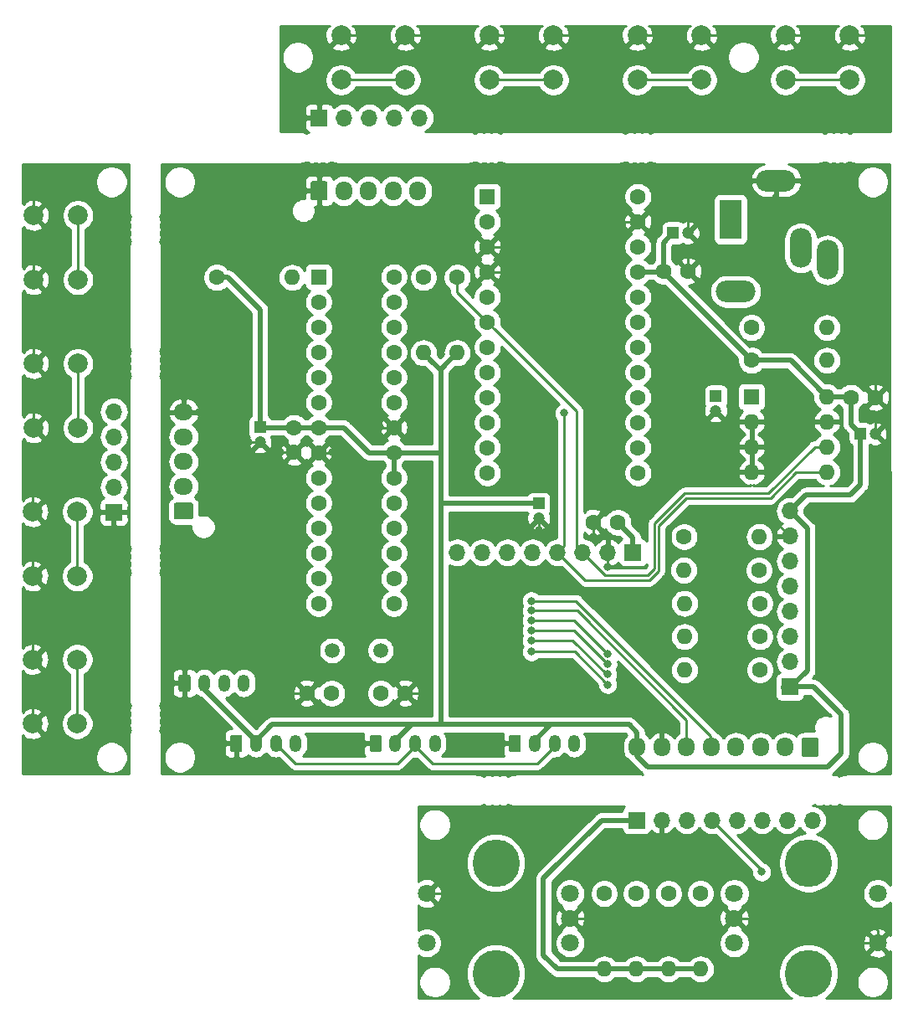
<source format=gbr>
G04 #@! TF.GenerationSoftware,KiCad,Pcbnew,(5.1.4-0-10_14)*
G04 #@! TF.CreationDate,2020-04-09T08:11:15-05:00*
G04 #@! TF.ProjectId,MIDI_CONTROLLER_MAIN_BOARD,4d494449-5f43-44f4-9e54-524f4c4c4552,rev?*
G04 #@! TF.SameCoordinates,Original*
G04 #@! TF.FileFunction,Copper,L1,Top*
G04 #@! TF.FilePolarity,Positive*
%FSLAX46Y46*%
G04 Gerber Fmt 4.6, Leading zero omitted, Abs format (unit mm)*
G04 Created by KiCad (PCBNEW (5.1.4-0-10_14)) date 2020-04-09 08:11:15*
%MOMM*%
%LPD*%
G04 APERTURE LIST*
%ADD10O,1.200000X1.750000*%
%ADD11C,0.100000*%
%ADD12C,1.200000*%
%ADD13O,4.000000X2.200000*%
%ADD14O,2.200000X4.000000*%
%ADD15R,2.200000X4.000000*%
%ADD16O,1.700000X1.700000*%
%ADD17R,1.700000X1.700000*%
%ADD18R,1.200000X1.200000*%
%ADD19C,1.600000*%
%ADD20O,1.700000X1.950000*%
%ADD21C,1.700000*%
%ADD22C,1.500000*%
%ADD23R,1.600000X1.600000*%
%ADD24C,4.800000*%
%ADD25C,1.800000*%
%ADD26C,2.000000*%
%ADD27O,1.600000X1.600000*%
%ADD28O,1.950000X1.700000*%
%ADD29C,0.800000*%
%ADD30C,0.500000*%
%ADD31C,0.250000*%
%ADD32C,0.254000*%
G04 APERTURE END LIST*
D10*
X108966000Y-153162000D03*
X106966000Y-153162000D03*
X104966000Y-153162000D03*
D11*
G36*
X103340505Y-152288204D02*
G01*
X103364773Y-152291804D01*
X103388572Y-152297765D01*
X103411671Y-152306030D01*
X103433850Y-152316520D01*
X103454893Y-152329132D01*
X103474599Y-152343747D01*
X103492777Y-152360223D01*
X103509253Y-152378401D01*
X103523868Y-152398107D01*
X103536480Y-152419150D01*
X103546970Y-152441329D01*
X103555235Y-152464428D01*
X103561196Y-152488227D01*
X103564796Y-152512495D01*
X103566000Y-152536999D01*
X103566000Y-153787001D01*
X103564796Y-153811505D01*
X103561196Y-153835773D01*
X103555235Y-153859572D01*
X103546970Y-153882671D01*
X103536480Y-153904850D01*
X103523868Y-153925893D01*
X103509253Y-153945599D01*
X103492777Y-153963777D01*
X103474599Y-153980253D01*
X103454893Y-153994868D01*
X103433850Y-154007480D01*
X103411671Y-154017970D01*
X103388572Y-154026235D01*
X103364773Y-154032196D01*
X103340505Y-154035796D01*
X103316001Y-154037000D01*
X102615999Y-154037000D01*
X102591495Y-154035796D01*
X102567227Y-154032196D01*
X102543428Y-154026235D01*
X102520329Y-154017970D01*
X102498150Y-154007480D01*
X102477107Y-153994868D01*
X102457401Y-153980253D01*
X102439223Y-153963777D01*
X102422747Y-153945599D01*
X102408132Y-153925893D01*
X102395520Y-153904850D01*
X102385030Y-153882671D01*
X102376765Y-153859572D01*
X102370804Y-153835773D01*
X102367204Y-153811505D01*
X102366000Y-153787001D01*
X102366000Y-152536999D01*
X102367204Y-152512495D01*
X102370804Y-152488227D01*
X102376765Y-152464428D01*
X102385030Y-152441329D01*
X102395520Y-152419150D01*
X102408132Y-152398107D01*
X102422747Y-152378401D01*
X102439223Y-152360223D01*
X102457401Y-152343747D01*
X102477107Y-152329132D01*
X102498150Y-152316520D01*
X102520329Y-152306030D01*
X102543428Y-152297765D01*
X102567227Y-152291804D01*
X102591495Y-152288204D01*
X102615999Y-152287000D01*
X103316001Y-152287000D01*
X103340505Y-152288204D01*
X103340505Y-152288204D01*
G37*
D12*
X102966000Y-153162000D03*
D13*
X162814000Y-102362000D03*
D14*
X168014000Y-110362000D03*
X165314000Y-109162000D03*
D13*
X158714000Y-113562000D03*
D15*
X158214000Y-106262000D03*
D16*
X166471600Y-167030400D03*
X163931600Y-167030400D03*
X161391600Y-167030400D03*
X158851600Y-167030400D03*
X156311600Y-167030400D03*
X153771600Y-167030400D03*
X151231600Y-167030400D03*
D17*
X148691600Y-167030400D03*
D16*
X164211000Y-135763000D03*
X164211000Y-138303000D03*
X164211000Y-140843000D03*
X164211000Y-143383000D03*
X164211000Y-145923000D03*
X164211000Y-148463000D03*
X164211000Y-151003000D03*
D17*
X164211000Y-153543000D03*
D12*
X153900000Y-107632500D03*
D18*
X152400000Y-107632500D03*
D19*
X153924000Y-111506000D03*
X151424000Y-111506000D03*
D16*
X95808800Y-125704600D03*
X95808800Y-128244600D03*
X95808800Y-130784600D03*
X95808800Y-133324600D03*
D17*
X95808800Y-135864600D03*
D16*
X126746000Y-95986600D03*
X124206000Y-95986600D03*
X121666000Y-95986600D03*
X119126000Y-95986600D03*
D17*
X116586000Y-95986600D03*
D20*
X126586000Y-103378000D03*
X124086000Y-103378000D03*
X121586000Y-103378000D03*
X119086000Y-103378000D03*
D11*
G36*
X117210504Y-102404204D02*
G01*
X117234773Y-102407804D01*
X117258571Y-102413765D01*
X117281671Y-102422030D01*
X117303849Y-102432520D01*
X117324893Y-102445133D01*
X117344598Y-102459747D01*
X117362777Y-102476223D01*
X117379253Y-102494402D01*
X117393867Y-102514107D01*
X117406480Y-102535151D01*
X117416970Y-102557329D01*
X117425235Y-102580429D01*
X117431196Y-102604227D01*
X117434796Y-102628496D01*
X117436000Y-102653000D01*
X117436000Y-104103000D01*
X117434796Y-104127504D01*
X117431196Y-104151773D01*
X117425235Y-104175571D01*
X117416970Y-104198671D01*
X117406480Y-104220849D01*
X117393867Y-104241893D01*
X117379253Y-104261598D01*
X117362777Y-104279777D01*
X117344598Y-104296253D01*
X117324893Y-104310867D01*
X117303849Y-104323480D01*
X117281671Y-104333970D01*
X117258571Y-104342235D01*
X117234773Y-104348196D01*
X117210504Y-104351796D01*
X117186000Y-104353000D01*
X115986000Y-104353000D01*
X115961496Y-104351796D01*
X115937227Y-104348196D01*
X115913429Y-104342235D01*
X115890329Y-104333970D01*
X115868151Y-104323480D01*
X115847107Y-104310867D01*
X115827402Y-104296253D01*
X115809223Y-104279777D01*
X115792747Y-104261598D01*
X115778133Y-104241893D01*
X115765520Y-104220849D01*
X115755030Y-104198671D01*
X115746765Y-104175571D01*
X115740804Y-104151773D01*
X115737204Y-104127504D01*
X115736000Y-104103000D01*
X115736000Y-102653000D01*
X115737204Y-102628496D01*
X115740804Y-102604227D01*
X115746765Y-102580429D01*
X115755030Y-102557329D01*
X115765520Y-102535151D01*
X115778133Y-102514107D01*
X115792747Y-102494402D01*
X115809223Y-102476223D01*
X115827402Y-102459747D01*
X115847107Y-102445133D01*
X115868151Y-102432520D01*
X115890329Y-102422030D01*
X115913429Y-102413765D01*
X115937227Y-102407804D01*
X115961496Y-102404204D01*
X115986000Y-102403000D01*
X117186000Y-102403000D01*
X117210504Y-102404204D01*
X117210504Y-102404204D01*
G37*
D21*
X116586000Y-103378000D03*
D22*
X117909000Y-149860000D03*
X122809000Y-149860000D03*
D19*
X124142500Y-112077500D03*
X124142500Y-114617500D03*
X124142500Y-117157500D03*
X124142500Y-119697500D03*
X124142500Y-122237500D03*
X124142500Y-124777500D03*
X124142500Y-127317500D03*
X124142500Y-129857500D03*
X124142500Y-132397500D03*
X124142500Y-134937500D03*
X124142500Y-137477500D03*
X124142500Y-140017500D03*
X124142500Y-142557500D03*
X124142500Y-145097500D03*
X116522500Y-145097500D03*
X116522500Y-142557500D03*
X116522500Y-140017500D03*
X116522500Y-137477500D03*
X116522500Y-134937500D03*
X116522500Y-132397500D03*
X116522500Y-129857500D03*
X116522500Y-127317500D03*
X116522500Y-124777500D03*
X116522500Y-122237500D03*
X116522500Y-119697500D03*
X116522500Y-117157500D03*
X116522500Y-114617500D03*
D23*
X116522500Y-112077500D03*
D24*
X166090600Y-171348400D03*
X166090600Y-182548400D03*
D25*
X173090600Y-179448400D03*
X173090600Y-174448400D03*
X158590600Y-176948400D03*
X158590600Y-179448400D03*
X158590600Y-174448400D03*
D24*
X134467600Y-182536400D03*
X134467600Y-171336400D03*
D25*
X127467600Y-174436400D03*
X127467600Y-179436400D03*
X141967600Y-176936400D03*
X141967600Y-174436400D03*
X141967600Y-179436400D03*
D26*
X87680800Y-105869600D03*
X92180800Y-105869600D03*
X87680800Y-112369600D03*
X92180800Y-112369600D03*
X170266500Y-87668100D03*
X170266500Y-92168100D03*
X163766500Y-87668100D03*
X163766500Y-92168100D03*
X87680800Y-120855600D03*
X92180800Y-120855600D03*
X87680800Y-127355600D03*
X92180800Y-127355600D03*
X155280500Y-87668100D03*
X155280500Y-92168100D03*
X148780500Y-87668100D03*
X148780500Y-92168100D03*
X87617300Y-135841600D03*
X92117300Y-135841600D03*
X87617300Y-142341600D03*
X92117300Y-142341600D03*
X140294500Y-87668100D03*
X140294500Y-92168100D03*
X133794500Y-87668100D03*
X133794500Y-92168100D03*
X87617300Y-150764100D03*
X92117300Y-150764100D03*
X87617300Y-157264100D03*
X92117300Y-157264100D03*
X125308500Y-87668100D03*
X125308500Y-92168100D03*
X118808500Y-87668100D03*
X118808500Y-92168100D03*
D27*
X113855500Y-112141000D03*
D19*
X106235500Y-112141000D03*
D27*
X151925866Y-182067200D03*
D19*
X151925866Y-174447200D03*
D27*
X155168600Y-182067200D03*
D19*
X155168600Y-174447200D03*
D27*
X145440400Y-182067200D03*
D19*
X145440400Y-174447200D03*
D27*
X148683133Y-182067200D03*
D19*
X148683133Y-174447200D03*
D28*
X102870000Y-125763000D03*
X102870000Y-128263000D03*
X102870000Y-130763000D03*
X102870000Y-133263000D03*
D11*
G36*
X103619504Y-134914204D02*
G01*
X103643773Y-134917804D01*
X103667571Y-134923765D01*
X103690671Y-134932030D01*
X103712849Y-134942520D01*
X103733893Y-134955133D01*
X103753598Y-134969747D01*
X103771777Y-134986223D01*
X103788253Y-135004402D01*
X103802867Y-135024107D01*
X103815480Y-135045151D01*
X103825970Y-135067329D01*
X103834235Y-135090429D01*
X103840196Y-135114227D01*
X103843796Y-135138496D01*
X103845000Y-135163000D01*
X103845000Y-136363000D01*
X103843796Y-136387504D01*
X103840196Y-136411773D01*
X103834235Y-136435571D01*
X103825970Y-136458671D01*
X103815480Y-136480849D01*
X103802867Y-136501893D01*
X103788253Y-136521598D01*
X103771777Y-136539777D01*
X103753598Y-136556253D01*
X103733893Y-136570867D01*
X103712849Y-136583480D01*
X103690671Y-136593970D01*
X103667571Y-136602235D01*
X103643773Y-136608196D01*
X103619504Y-136611796D01*
X103595000Y-136613000D01*
X102145000Y-136613000D01*
X102120496Y-136611796D01*
X102096227Y-136608196D01*
X102072429Y-136602235D01*
X102049329Y-136593970D01*
X102027151Y-136583480D01*
X102006107Y-136570867D01*
X101986402Y-136556253D01*
X101968223Y-136539777D01*
X101951747Y-136521598D01*
X101937133Y-136501893D01*
X101924520Y-136480849D01*
X101914030Y-136458671D01*
X101905765Y-136435571D01*
X101899804Y-136411773D01*
X101896204Y-136387504D01*
X101895000Y-136363000D01*
X101895000Y-135163000D01*
X101896204Y-135138496D01*
X101899804Y-135114227D01*
X101905765Y-135090429D01*
X101914030Y-135067329D01*
X101924520Y-135045151D01*
X101937133Y-135024107D01*
X101951747Y-135004402D01*
X101968223Y-134986223D01*
X101986402Y-134969747D01*
X102006107Y-134955133D01*
X102027151Y-134942520D01*
X102049329Y-134932030D01*
X102072429Y-134923765D01*
X102096227Y-134917804D01*
X102120496Y-134914204D01*
X102145000Y-134913000D01*
X103595000Y-134913000D01*
X103619504Y-134914204D01*
X103619504Y-134914204D01*
G37*
D21*
X102870000Y-135763000D03*
D20*
X148743000Y-159639000D03*
X151243000Y-159639000D03*
X153743000Y-159639000D03*
X156243000Y-159639000D03*
X158743000Y-159639000D03*
X161243000Y-159639000D03*
X163743000Y-159639000D03*
D11*
G36*
X166867504Y-158665204D02*
G01*
X166891773Y-158668804D01*
X166915571Y-158674765D01*
X166938671Y-158683030D01*
X166960849Y-158693520D01*
X166981893Y-158706133D01*
X167001598Y-158720747D01*
X167019777Y-158737223D01*
X167036253Y-158755402D01*
X167050867Y-158775107D01*
X167063480Y-158796151D01*
X167073970Y-158818329D01*
X167082235Y-158841429D01*
X167088196Y-158865227D01*
X167091796Y-158889496D01*
X167093000Y-158914000D01*
X167093000Y-160364000D01*
X167091796Y-160388504D01*
X167088196Y-160412773D01*
X167082235Y-160436571D01*
X167073970Y-160459671D01*
X167063480Y-160481849D01*
X167050867Y-160502893D01*
X167036253Y-160522598D01*
X167019777Y-160540777D01*
X167001598Y-160557253D01*
X166981893Y-160571867D01*
X166960849Y-160584480D01*
X166938671Y-160594970D01*
X166915571Y-160603235D01*
X166891773Y-160609196D01*
X166867504Y-160612796D01*
X166843000Y-160614000D01*
X165643000Y-160614000D01*
X165618496Y-160612796D01*
X165594227Y-160609196D01*
X165570429Y-160603235D01*
X165547329Y-160594970D01*
X165525151Y-160584480D01*
X165504107Y-160571867D01*
X165484402Y-160557253D01*
X165466223Y-160540777D01*
X165449747Y-160522598D01*
X165435133Y-160502893D01*
X165422520Y-160481849D01*
X165412030Y-160459671D01*
X165403765Y-160436571D01*
X165397804Y-160412773D01*
X165394204Y-160388504D01*
X165393000Y-160364000D01*
X165393000Y-158914000D01*
X165394204Y-158889496D01*
X165397804Y-158865227D01*
X165403765Y-158841429D01*
X165412030Y-158818329D01*
X165422520Y-158796151D01*
X165435133Y-158775107D01*
X165449747Y-158755402D01*
X165466223Y-158737223D01*
X165484402Y-158720747D01*
X165504107Y-158706133D01*
X165525151Y-158693520D01*
X165547329Y-158683030D01*
X165570429Y-158674765D01*
X165594227Y-158668804D01*
X165618496Y-158665204D01*
X165643000Y-158664000D01*
X166843000Y-158664000D01*
X166867504Y-158665204D01*
X166867504Y-158665204D01*
G37*
D21*
X166243000Y-159639000D03*
D12*
X138811000Y-136501000D03*
D18*
X138811000Y-135001000D03*
D12*
X172847000Y-127952500D03*
D18*
X171347000Y-127952500D03*
D19*
X144312000Y-136906000D03*
X146812000Y-136906000D03*
X172870500Y-124269500D03*
X170370500Y-124269500D03*
D12*
X110617000Y-128778000D03*
D18*
X110617000Y-127278000D03*
D19*
X114046000Y-129817500D03*
X114046000Y-127317500D03*
X115356000Y-154178000D03*
X117856000Y-154178000D03*
X125309000Y-154178000D03*
X122809000Y-154178000D03*
X148844000Y-103949500D03*
X148844000Y-106489500D03*
X148844000Y-109029500D03*
X148844000Y-111569500D03*
X148844000Y-114109500D03*
X148844000Y-116649500D03*
X148844000Y-119189500D03*
X148844000Y-121729500D03*
X148844000Y-124269500D03*
X148844000Y-126809500D03*
X148844000Y-129349500D03*
X148844000Y-131889500D03*
X133604000Y-131889500D03*
X133604000Y-129349500D03*
X133604000Y-126809500D03*
X133604000Y-124269500D03*
X133604000Y-121729500D03*
X133604000Y-119189500D03*
X133604000Y-116649500D03*
X133604000Y-114109500D03*
X133604000Y-111569500D03*
X133604000Y-109029500D03*
X133604000Y-106489500D03*
D23*
X133604000Y-103949500D03*
D27*
X130556000Y-119761000D03*
D19*
X130556000Y-112141000D03*
D27*
X127127000Y-119761000D03*
D19*
X127127000Y-112141000D03*
D27*
X167955699Y-124204500D03*
X160335699Y-131824500D03*
X167955699Y-126744500D03*
X160335699Y-129284500D03*
X167955699Y-129284500D03*
X160335699Y-126744500D03*
X167955699Y-131824500D03*
D23*
X160335699Y-124204500D03*
D12*
X156718000Y-125642500D03*
D18*
X156718000Y-124142500D03*
D27*
X167957500Y-117221000D03*
D19*
X160337500Y-117221000D03*
D27*
X167957500Y-120523000D03*
D19*
X160337500Y-120523000D03*
D27*
X153543000Y-145097500D03*
D19*
X161163000Y-145097500D03*
D27*
X153543000Y-148463000D03*
D19*
X161163000Y-148463000D03*
D27*
X153543000Y-151828500D03*
D19*
X161163000Y-151828500D03*
D27*
X153479500Y-141732000D03*
D19*
X161099500Y-141732000D03*
D27*
X161131250Y-138366500D03*
D19*
X153511250Y-138366500D03*
D16*
X130556000Y-139954000D03*
X133096000Y-139954000D03*
X135636000Y-139954000D03*
X138176000Y-139954000D03*
X140716000Y-139954000D03*
X143256000Y-139954000D03*
X145796000Y-139954000D03*
D17*
X148336000Y-139954000D03*
D10*
X114204000Y-159258000D03*
X112204000Y-159258000D03*
X110204000Y-159258000D03*
D11*
G36*
X108578505Y-158384204D02*
G01*
X108602773Y-158387804D01*
X108626572Y-158393765D01*
X108649671Y-158402030D01*
X108671850Y-158412520D01*
X108692893Y-158425132D01*
X108712599Y-158439747D01*
X108730777Y-158456223D01*
X108747253Y-158474401D01*
X108761868Y-158494107D01*
X108774480Y-158515150D01*
X108784970Y-158537329D01*
X108793235Y-158560428D01*
X108799196Y-158584227D01*
X108802796Y-158608495D01*
X108804000Y-158632999D01*
X108804000Y-159883001D01*
X108802796Y-159907505D01*
X108799196Y-159931773D01*
X108793235Y-159955572D01*
X108784970Y-159978671D01*
X108774480Y-160000850D01*
X108761868Y-160021893D01*
X108747253Y-160041599D01*
X108730777Y-160059777D01*
X108712599Y-160076253D01*
X108692893Y-160090868D01*
X108671850Y-160103480D01*
X108649671Y-160113970D01*
X108626572Y-160122235D01*
X108602773Y-160128196D01*
X108578505Y-160131796D01*
X108554001Y-160133000D01*
X107853999Y-160133000D01*
X107829495Y-160131796D01*
X107805227Y-160128196D01*
X107781428Y-160122235D01*
X107758329Y-160113970D01*
X107736150Y-160103480D01*
X107715107Y-160090868D01*
X107695401Y-160076253D01*
X107677223Y-160059777D01*
X107660747Y-160041599D01*
X107646132Y-160021893D01*
X107633520Y-160000850D01*
X107623030Y-159978671D01*
X107614765Y-159955572D01*
X107608804Y-159931773D01*
X107605204Y-159907505D01*
X107604000Y-159883001D01*
X107604000Y-158632999D01*
X107605204Y-158608495D01*
X107608804Y-158584227D01*
X107614765Y-158560428D01*
X107623030Y-158537329D01*
X107633520Y-158515150D01*
X107646132Y-158494107D01*
X107660747Y-158474401D01*
X107677223Y-158456223D01*
X107695401Y-158439747D01*
X107715107Y-158425132D01*
X107736150Y-158412520D01*
X107758329Y-158402030D01*
X107781428Y-158393765D01*
X107805227Y-158387804D01*
X107829495Y-158384204D01*
X107853999Y-158383000D01*
X108554001Y-158383000D01*
X108578505Y-158384204D01*
X108578505Y-158384204D01*
G37*
D12*
X108204000Y-159258000D03*
D10*
X142398000Y-159258000D03*
X140398000Y-159258000D03*
X138398000Y-159258000D03*
D11*
G36*
X136772505Y-158384204D02*
G01*
X136796773Y-158387804D01*
X136820572Y-158393765D01*
X136843671Y-158402030D01*
X136865850Y-158412520D01*
X136886893Y-158425132D01*
X136906599Y-158439747D01*
X136924777Y-158456223D01*
X136941253Y-158474401D01*
X136955868Y-158494107D01*
X136968480Y-158515150D01*
X136978970Y-158537329D01*
X136987235Y-158560428D01*
X136993196Y-158584227D01*
X136996796Y-158608495D01*
X136998000Y-158632999D01*
X136998000Y-159883001D01*
X136996796Y-159907505D01*
X136993196Y-159931773D01*
X136987235Y-159955572D01*
X136978970Y-159978671D01*
X136968480Y-160000850D01*
X136955868Y-160021893D01*
X136941253Y-160041599D01*
X136924777Y-160059777D01*
X136906599Y-160076253D01*
X136886893Y-160090868D01*
X136865850Y-160103480D01*
X136843671Y-160113970D01*
X136820572Y-160122235D01*
X136796773Y-160128196D01*
X136772505Y-160131796D01*
X136748001Y-160133000D01*
X136047999Y-160133000D01*
X136023495Y-160131796D01*
X135999227Y-160128196D01*
X135975428Y-160122235D01*
X135952329Y-160113970D01*
X135930150Y-160103480D01*
X135909107Y-160090868D01*
X135889401Y-160076253D01*
X135871223Y-160059777D01*
X135854747Y-160041599D01*
X135840132Y-160021893D01*
X135827520Y-160000850D01*
X135817030Y-159978671D01*
X135808765Y-159955572D01*
X135802804Y-159931773D01*
X135799204Y-159907505D01*
X135798000Y-159883001D01*
X135798000Y-158632999D01*
X135799204Y-158608495D01*
X135802804Y-158584227D01*
X135808765Y-158560428D01*
X135817030Y-158537329D01*
X135827520Y-158515150D01*
X135840132Y-158494107D01*
X135854747Y-158474401D01*
X135871223Y-158456223D01*
X135889401Y-158439747D01*
X135909107Y-158425132D01*
X135930150Y-158412520D01*
X135952329Y-158402030D01*
X135975428Y-158393765D01*
X135999227Y-158387804D01*
X136023495Y-158384204D01*
X136047999Y-158383000D01*
X136748001Y-158383000D01*
X136772505Y-158384204D01*
X136772505Y-158384204D01*
G37*
D12*
X136398000Y-159258000D03*
D10*
X128301000Y-159258000D03*
X126301000Y-159258000D03*
X124301000Y-159258000D03*
D11*
G36*
X122675505Y-158384204D02*
G01*
X122699773Y-158387804D01*
X122723572Y-158393765D01*
X122746671Y-158402030D01*
X122768850Y-158412520D01*
X122789893Y-158425132D01*
X122809599Y-158439747D01*
X122827777Y-158456223D01*
X122844253Y-158474401D01*
X122858868Y-158494107D01*
X122871480Y-158515150D01*
X122881970Y-158537329D01*
X122890235Y-158560428D01*
X122896196Y-158584227D01*
X122899796Y-158608495D01*
X122901000Y-158632999D01*
X122901000Y-159883001D01*
X122899796Y-159907505D01*
X122896196Y-159931773D01*
X122890235Y-159955572D01*
X122881970Y-159978671D01*
X122871480Y-160000850D01*
X122858868Y-160021893D01*
X122844253Y-160041599D01*
X122827777Y-160059777D01*
X122809599Y-160076253D01*
X122789893Y-160090868D01*
X122768850Y-160103480D01*
X122746671Y-160113970D01*
X122723572Y-160122235D01*
X122699773Y-160128196D01*
X122675505Y-160131796D01*
X122651001Y-160133000D01*
X121950999Y-160133000D01*
X121926495Y-160131796D01*
X121902227Y-160128196D01*
X121878428Y-160122235D01*
X121855329Y-160113970D01*
X121833150Y-160103480D01*
X121812107Y-160090868D01*
X121792401Y-160076253D01*
X121774223Y-160059777D01*
X121757747Y-160041599D01*
X121743132Y-160021893D01*
X121730520Y-160000850D01*
X121720030Y-159978671D01*
X121711765Y-159955572D01*
X121705804Y-159931773D01*
X121702204Y-159907505D01*
X121701000Y-159883001D01*
X121701000Y-158632999D01*
X121702204Y-158608495D01*
X121705804Y-158584227D01*
X121711765Y-158560428D01*
X121720030Y-158537329D01*
X121730520Y-158515150D01*
X121743132Y-158494107D01*
X121757747Y-158474401D01*
X121774223Y-158456223D01*
X121792401Y-158439747D01*
X121812107Y-158425132D01*
X121833150Y-158412520D01*
X121855329Y-158402030D01*
X121878428Y-158393765D01*
X121902227Y-158387804D01*
X121926495Y-158384204D01*
X121950999Y-158383000D01*
X122651001Y-158383000D01*
X122675505Y-158384204D01*
X122675505Y-158384204D01*
G37*
D12*
X122301000Y-159258000D03*
D29*
X121081800Y-159334200D03*
X106984800Y-159258000D03*
X135204200Y-159283400D03*
X151231600Y-158038800D03*
X166547800Y-126746000D03*
X101752400Y-153162000D03*
X104444800Y-125730000D03*
X109423200Y-128752600D03*
X112649000Y-129819400D03*
X117932200Y-129819400D03*
X122732800Y-127304800D03*
X115138200Y-103352600D03*
X135407404Y-109042200D03*
X158927800Y-131826000D03*
X158927800Y-129311400D03*
X144297400Y-138328400D03*
X145770600Y-141401800D03*
X138811000Y-137718800D03*
X151231600Y-168554402D03*
X150799788Y-87680800D03*
X157276800Y-87680798D03*
X165785800Y-87706200D03*
X172288192Y-87706200D03*
X142367000Y-87655400D03*
X135915400Y-87680800D03*
X127431800Y-87655400D03*
X120929400Y-87680800D03*
X116586000Y-94310200D03*
X135407400Y-111556800D03*
X147040606Y-106476800D03*
X153924000Y-109702608D03*
X153898600Y-106019594D03*
X162788600Y-104063784D03*
X158927794Y-126720600D03*
X172847002Y-126339600D03*
X172872400Y-122453398D03*
X162941000Y-137058406D03*
X143865600Y-176911002D03*
X160502598Y-176911000D03*
X171170600Y-179451000D03*
X129387602Y-174421800D03*
X113537990Y-154178000D03*
X127127000Y-154152600D03*
X87680800Y-103784400D03*
X87655400Y-110261400D03*
X87655400Y-118770400D03*
X87706200Y-125247400D03*
X87604600Y-133756400D03*
X87604600Y-140258800D03*
X87630000Y-148691600D03*
X87630000Y-155117800D03*
X95783400Y-137718800D03*
X170992800Y-170840400D03*
X141351000Y-125857000D03*
X145796040Y-150241000D03*
X138049000Y-146843974D03*
X145791367Y-151261633D03*
X138049000Y-147843987D03*
X145786714Y-152282286D03*
X138049000Y-148843998D03*
X145782061Y-153302939D03*
X138062939Y-149987000D03*
X138049000Y-144843952D03*
X138049004Y-145843963D03*
X161353501Y-172250101D03*
D30*
X163576000Y-153670000D02*
X163576000Y-153543000D01*
X170305500Y-124204500D02*
X170370500Y-124269500D01*
X167955699Y-124204500D02*
X170305500Y-124204500D01*
X170370500Y-126976000D02*
X171347000Y-127952500D01*
X170370500Y-124269500D02*
X170370500Y-126976000D01*
X164274199Y-120523000D02*
X160337500Y-120523000D01*
X167955699Y-124204500D02*
X164274199Y-120523000D01*
X151360500Y-111569500D02*
X151424000Y-111506000D01*
X148844000Y-111569500D02*
X151360500Y-111569500D01*
X151424000Y-108608500D02*
X152400000Y-107632500D01*
X151424000Y-111506000D02*
X151424000Y-108608500D01*
X151424000Y-111609500D02*
X151424000Y-111506000D01*
X160337500Y-120523000D02*
X151424000Y-111609500D01*
X171347000Y-133072000D02*
X170307000Y-134112000D01*
X171347000Y-127952500D02*
X171347000Y-133072000D01*
X116522500Y-127317500D02*
X114046000Y-127317500D01*
X110656500Y-127317500D02*
X110617000Y-127278000D01*
X114046000Y-127317500D02*
X110656500Y-127317500D01*
X148336000Y-138430000D02*
X146812000Y-136906000D01*
X148336000Y-139954000D02*
X148336000Y-138430000D01*
X121602500Y-129857500D02*
X124142500Y-129857500D01*
X119062500Y-127317500D02*
X121602500Y-129857500D01*
X116522500Y-127317500D02*
X119062500Y-127317500D01*
X124142500Y-129857500D02*
X124142500Y-132397500D01*
X127926999Y-120560999D02*
X127127000Y-119761000D01*
X128905000Y-121539000D02*
X127926999Y-120560999D01*
X128905000Y-121412000D02*
X130556000Y-119761000D01*
X128905000Y-121539000D02*
X128905000Y-121412000D01*
X128841500Y-129857500D02*
X128905000Y-129921000D01*
X124142500Y-129857500D02*
X128841500Y-129857500D01*
X128905000Y-121539000D02*
X128905000Y-129921000D01*
X110204000Y-158983000D02*
X111834000Y-157353000D01*
X128905000Y-157226000D02*
X128778000Y-157353000D01*
X125931000Y-157353000D02*
X124301000Y-158983000D01*
X125984000Y-157353000D02*
X125931000Y-157353000D01*
X124301000Y-158983000D02*
X124301000Y-159258000D01*
X111834000Y-157353000D02*
X125984000Y-157353000D01*
X125984000Y-157353000D02*
X128778000Y-157353000D01*
X139954000Y-157427000D02*
X138398000Y-158983000D01*
X139954000Y-157353000D02*
X139954000Y-157427000D01*
X138398000Y-158983000D02*
X138398000Y-159258000D01*
X128778000Y-157353000D02*
X139954000Y-157353000D01*
X165862000Y-134112000D02*
X164211000Y-135763000D01*
X170307000Y-134112000D02*
X165862000Y-134112000D01*
X164338000Y-153543000D02*
X164211000Y-153543000D01*
X165989000Y-151892000D02*
X164338000Y-153543000D01*
X165989000Y-137541000D02*
X165989000Y-151892000D01*
X164211000Y-135763000D02*
X165989000Y-137541000D01*
X129032000Y-135001000D02*
X128905000Y-134874000D01*
X138811000Y-135001000D02*
X129032000Y-135001000D01*
X128905000Y-134874000D02*
X128905000Y-157226000D01*
X128905000Y-129921000D02*
X128905000Y-134874000D01*
X110617000Y-126178000D02*
X110617000Y-127278000D01*
X107366870Y-112141000D02*
X110617000Y-115391130D01*
X110617000Y-115391130D02*
X110617000Y-126178000D01*
X106235500Y-112141000D02*
X107366870Y-112141000D01*
X148743000Y-158164000D02*
X148743000Y-159639000D01*
X147932000Y-157353000D02*
X148743000Y-158164000D01*
X139954000Y-157353000D02*
X147932000Y-157353000D01*
X148743000Y-160554000D02*
X148743000Y-159639000D01*
X149860000Y-161671000D02*
X148743000Y-160554000D01*
X169418000Y-156337000D02*
X169418000Y-160274000D01*
X169418000Y-160274000D02*
X168021000Y-161671000D01*
X166624000Y-153543000D02*
X169418000Y-156337000D01*
X168021000Y-161671000D02*
X149860000Y-161671000D01*
X164211000Y-153543000D02*
X166624000Y-153543000D01*
X104966000Y-153745000D02*
X104966000Y-153162000D01*
X110204000Y-158983000D02*
X104966000Y-153745000D01*
X110204000Y-159258000D02*
X110204000Y-158983000D01*
D31*
X121158000Y-159258000D02*
X121081800Y-159334200D01*
X122301000Y-159258000D02*
X121158000Y-159258000D01*
X108204000Y-159258000D02*
X106984800Y-159258000D01*
X135229600Y-159258000D02*
X135204200Y-159283400D01*
X136398000Y-159258000D02*
X135229600Y-159258000D01*
X151243000Y-158050200D02*
X151231600Y-158038800D01*
X151243000Y-159639000D02*
X151243000Y-158050200D01*
X166549300Y-126744500D02*
X166547800Y-126746000D01*
X167955699Y-126744500D02*
X166549300Y-126744500D01*
X102966000Y-153162000D02*
X101752400Y-153162000D01*
X104411800Y-125763000D02*
X104444800Y-125730000D01*
X102870000Y-125763000D02*
X104411800Y-125763000D01*
X109448600Y-128778000D02*
X109423200Y-128752600D01*
X110617000Y-128778000D02*
X109448600Y-128778000D01*
X112650900Y-129817500D02*
X112649000Y-129819400D01*
X114046000Y-129817500D02*
X112650900Y-129817500D01*
X117894100Y-129857500D02*
X117932200Y-129819400D01*
X116522500Y-129857500D02*
X117894100Y-129857500D01*
X122745500Y-127317500D02*
X122732800Y-127304800D01*
X124142500Y-127317500D02*
X122745500Y-127317500D01*
X115163600Y-103378000D02*
X115138200Y-103352600D01*
X116586000Y-103378000D02*
X115163600Y-103378000D01*
X133604000Y-109029500D02*
X135394704Y-109029500D01*
X135394704Y-109029500D02*
X135407404Y-109042200D01*
X160335699Y-131824500D02*
X158929300Y-131824500D01*
X158929300Y-131824500D02*
X158927800Y-131826000D01*
X158954700Y-129284500D02*
X158927800Y-129311400D01*
X160335699Y-129284500D02*
X158954700Y-129284500D01*
X144312000Y-138313800D02*
X144297400Y-138328400D01*
X144312000Y-136906000D02*
X144312000Y-138313800D01*
X145796000Y-139954000D02*
X145796000Y-141376400D01*
X145796000Y-141376400D02*
X145770600Y-141401800D01*
X138811000Y-136501000D02*
X138811000Y-137718800D01*
X151231600Y-167030400D02*
X151231600Y-168554402D01*
X148780500Y-87668100D02*
X150787088Y-87668100D01*
X150787088Y-87668100D02*
X150799788Y-87680800D01*
X157264102Y-87668100D02*
X157276800Y-87680798D01*
X155280500Y-87668100D02*
X157264102Y-87668100D01*
X165747700Y-87668100D02*
X165785800Y-87706200D01*
X163766500Y-87668100D02*
X165747700Y-87668100D01*
X170266500Y-87668100D02*
X172250092Y-87668100D01*
X172250092Y-87668100D02*
X172288192Y-87706200D01*
X142354300Y-87668100D02*
X142367000Y-87655400D01*
X140294500Y-87668100D02*
X142354300Y-87668100D01*
X135902700Y-87668100D02*
X135915400Y-87680800D01*
X133794500Y-87668100D02*
X135902700Y-87668100D01*
X127419100Y-87668100D02*
X127431800Y-87655400D01*
X125308500Y-87668100D02*
X127419100Y-87668100D01*
X120916700Y-87668100D02*
X120929400Y-87680800D01*
X118808500Y-87668100D02*
X120916700Y-87668100D01*
X116586000Y-95986600D02*
X116586000Y-94310200D01*
X133604000Y-111569500D02*
X135394700Y-111569500D01*
X135394700Y-111569500D02*
X135407400Y-111556800D01*
X147053306Y-106489500D02*
X147040606Y-106476800D01*
X148844000Y-106489500D02*
X147053306Y-106489500D01*
X153924000Y-111506000D02*
X153924000Y-109702608D01*
X153900000Y-107632500D02*
X153900000Y-106020994D01*
X153900000Y-106020994D02*
X153898600Y-106019594D01*
X162814000Y-102362000D02*
X162814000Y-104038384D01*
X162814000Y-104038384D02*
X162788600Y-104063784D01*
X158951694Y-126744500D02*
X158927794Y-126720600D01*
X160335699Y-126744500D02*
X158951694Y-126744500D01*
X172847000Y-127952500D02*
X172847000Y-126339602D01*
X172847000Y-126339602D02*
X172847002Y-126339600D01*
X172870500Y-124269500D02*
X172870500Y-122455298D01*
X172870500Y-122455298D02*
X172872400Y-122453398D01*
X164211000Y-138303000D02*
X162966406Y-137058406D01*
X162966406Y-137058406D02*
X162941000Y-137058406D01*
X143840202Y-176936400D02*
X143865600Y-176911002D01*
X141967600Y-176936400D02*
X143840202Y-176936400D01*
X158590600Y-176948400D02*
X160465198Y-176948400D01*
X160465198Y-176948400D02*
X160502598Y-176911000D01*
X173090600Y-179448400D02*
X171173200Y-179448400D01*
X171173200Y-179448400D02*
X171170600Y-179451000D01*
X127467600Y-174436400D02*
X129373002Y-174436400D01*
X129373002Y-174436400D02*
X129387602Y-174421800D01*
X115356000Y-154178000D02*
X113537990Y-154178000D01*
X127101600Y-154178000D02*
X127127000Y-154152600D01*
X125309000Y-154178000D02*
X127101600Y-154178000D01*
X87680800Y-105869600D02*
X87680800Y-103784400D01*
X87680800Y-110286800D02*
X87655400Y-110261400D01*
X87680800Y-112369600D02*
X87680800Y-110286800D01*
X87680800Y-118795800D02*
X87655400Y-118770400D01*
X87680800Y-120855600D02*
X87680800Y-118795800D01*
X87680800Y-125272800D02*
X87706200Y-125247400D01*
X87680800Y-127355600D02*
X87680800Y-125272800D01*
X87617300Y-133769100D02*
X87604600Y-133756400D01*
X87617300Y-135841600D02*
X87617300Y-133769100D01*
X87617300Y-140271500D02*
X87604600Y-140258800D01*
X87617300Y-142341600D02*
X87617300Y-140271500D01*
X87617300Y-148704300D02*
X87630000Y-148691600D01*
X87617300Y-150764100D02*
X87617300Y-148704300D01*
X87617300Y-155130500D02*
X87630000Y-155117800D01*
X87617300Y-157264100D02*
X87617300Y-155130500D01*
X95808800Y-137693400D02*
X95783400Y-137718800D01*
X95808800Y-135864600D02*
X95808800Y-137693400D01*
X173090600Y-178175608D02*
X170992800Y-176077808D01*
X173090600Y-179448400D02*
X173090600Y-178175608D01*
X170992800Y-176077808D02*
X170992800Y-170840400D01*
X130556000Y-113601500D02*
X130556000Y-112141000D01*
X133604000Y-116649500D02*
X130556000Y-113601500D01*
X134403999Y-117449499D02*
X133604000Y-116649500D01*
X142621000Y-125666500D02*
X134403999Y-117449499D01*
X142621000Y-139319000D02*
X142621000Y-125666500D01*
X143256000Y-139954000D02*
X142621000Y-139319000D01*
X144105999Y-140803999D02*
X143256000Y-139954000D01*
X145542000Y-142240000D02*
X144105999Y-140803999D01*
X150494999Y-141605001D02*
X149860000Y-142240000D01*
X166751090Y-129284500D02*
X162050590Y-133985000D01*
X150494999Y-137031590D02*
X150494999Y-141605001D01*
X149860000Y-142240000D02*
X145542000Y-142240000D01*
X167955699Y-129284500D02*
X166751090Y-129284500D01*
X153541589Y-133985000D02*
X150494999Y-137031590D01*
X162050590Y-133985000D02*
X153541589Y-133985000D01*
X126301000Y-159533000D02*
X126301000Y-159258000D01*
X141351000Y-139319000D02*
X141351000Y-125857000D01*
X140716000Y-139954000D02*
X141351000Y-139319000D01*
X124544000Y-161290000D02*
X126301000Y-159533000D01*
X114173000Y-161290000D02*
X124544000Y-161290000D01*
X112204000Y-159321000D02*
X114173000Y-161290000D01*
X112204000Y-159258000D02*
X112204000Y-159321000D01*
X140398000Y-159533000D02*
X140398000Y-159258000D01*
X138641000Y-161290000D02*
X140398000Y-159533000D01*
X128058000Y-161290000D02*
X138641000Y-161290000D01*
X126301000Y-159533000D02*
X128058000Y-161290000D01*
X141565999Y-140803999D02*
X140716000Y-139954000D01*
X143498980Y-142736980D02*
X141565999Y-140803999D01*
X162236990Y-134435011D02*
X153727989Y-134435011D01*
X153727989Y-134435011D02*
X150945010Y-137217990D01*
X164847500Y-131824500D02*
X162236990Y-134435011D01*
X150945010Y-137217990D02*
X150945010Y-141791401D01*
X149999431Y-142736980D02*
X143498980Y-142736980D01*
X167955699Y-131824500D02*
X164847500Y-131824500D01*
X150945010Y-141791401D02*
X149999431Y-142736980D01*
X142399014Y-146843974D02*
X138614685Y-146843974D01*
X145796040Y-150241000D02*
X142399014Y-146843974D01*
X138614685Y-146843974D02*
X138049000Y-146843974D01*
X138614685Y-147843987D02*
X138049000Y-147843987D01*
X145791367Y-151261633D02*
X142373721Y-147843987D01*
X142373721Y-147843987D02*
X138614685Y-147843987D01*
X138049002Y-148844000D02*
X138049000Y-148843998D01*
X142240000Y-148844000D02*
X138049002Y-148844000D01*
X145678286Y-152282286D02*
X142240000Y-148844000D01*
X145786714Y-152282286D02*
X145678286Y-152282286D01*
X145782061Y-153302939D02*
X142466122Y-149987000D01*
X138628624Y-149987000D02*
X138062939Y-149987000D01*
X142466122Y-149987000D02*
X138628624Y-149987000D01*
X156217000Y-159613000D02*
X156243000Y-159639000D01*
X156217000Y-158498000D02*
X156217000Y-159613000D01*
X142562952Y-144843952D02*
X156217000Y-158498000D01*
X138049000Y-144843952D02*
X142562952Y-144843952D01*
X142725965Y-145843963D02*
X153743000Y-156860998D01*
X153743000Y-156860998D02*
X153743000Y-159639000D01*
X138049004Y-145843963D02*
X142725965Y-145843963D01*
X156311600Y-167030400D02*
X161353501Y-172072301D01*
X161353501Y-172072301D02*
X161353501Y-172250101D01*
X163766500Y-92168100D02*
X170266500Y-92168100D01*
X148780500Y-92168100D02*
X155280500Y-92168100D01*
X133794500Y-92168100D02*
X140294500Y-92168100D01*
X120222713Y-92168100D02*
X125308500Y-92168100D01*
X118808500Y-92168100D02*
X120222713Y-92168100D01*
X92180800Y-112369600D02*
X92180800Y-105869600D01*
X92180800Y-125941387D02*
X92180800Y-120855600D01*
X92180800Y-127355600D02*
X92180800Y-125941387D01*
X92117300Y-140927387D02*
X92117300Y-135841600D01*
X92117300Y-142341600D02*
X92117300Y-140927387D01*
X92117300Y-157264100D02*
X92117300Y-150764100D01*
D30*
X145440400Y-182067200D02*
X148683133Y-182067200D01*
X148683133Y-182067200D02*
X151925866Y-182067200D01*
X151925866Y-182067200D02*
X155168600Y-182067200D01*
X144309030Y-182067200D02*
X145440400Y-182067200D01*
X139268200Y-172897800D02*
X139268200Y-180670200D01*
X140665200Y-182067200D02*
X144309030Y-182067200D01*
X145135600Y-167030400D02*
X139268200Y-172897800D01*
X139268200Y-180670200D02*
X140665200Y-182067200D01*
X148691600Y-167030400D02*
X145135600Y-167030400D01*
D32*
G36*
X169264063Y-165506402D02*
G01*
X169319388Y-165529205D01*
X169374347Y-165552761D01*
X169383150Y-165555486D01*
X169568229Y-165611365D01*
X169626932Y-165622988D01*
X169685421Y-165635421D01*
X169694586Y-165636384D01*
X169886995Y-165655250D01*
X169886998Y-165655250D01*
X169918981Y-165658400D01*
X174346000Y-165658400D01*
X174346000Y-173564313D01*
X174282912Y-173469895D01*
X174069105Y-173256088D01*
X173817695Y-173088101D01*
X173538343Y-172972389D01*
X173241784Y-172913400D01*
X172939416Y-172913400D01*
X172642857Y-172972389D01*
X172363505Y-173088101D01*
X172112095Y-173256088D01*
X171898288Y-173469895D01*
X171730301Y-173721305D01*
X171614589Y-174000657D01*
X171555600Y-174297216D01*
X171555600Y-174599584D01*
X171614589Y-174896143D01*
X171730301Y-175175495D01*
X171898288Y-175426905D01*
X172112095Y-175640712D01*
X172363505Y-175808699D01*
X172642857Y-175924411D01*
X172939416Y-175983400D01*
X173241784Y-175983400D01*
X173538343Y-175924411D01*
X173817695Y-175808699D01*
X174069105Y-175640712D01*
X174282912Y-175426905D01*
X174346000Y-175332487D01*
X174346001Y-178626913D01*
X174154680Y-178563925D01*
X173270205Y-179448400D01*
X174154680Y-180332875D01*
X174346001Y-180269887D01*
X174346001Y-185039400D01*
X167825411Y-185039400D01*
X168025300Y-184905838D01*
X168448038Y-184483100D01*
X168780182Y-183986012D01*
X169008967Y-183433677D01*
X169050084Y-183226967D01*
X170958000Y-183226967D01*
X170958000Y-183549033D01*
X171020832Y-183864912D01*
X171144082Y-184162463D01*
X171323013Y-184430252D01*
X171550748Y-184657987D01*
X171818537Y-184836918D01*
X172116088Y-184960168D01*
X172431967Y-185023000D01*
X172754033Y-185023000D01*
X173069912Y-184960168D01*
X173367463Y-184836918D01*
X173635252Y-184657987D01*
X173862987Y-184430252D01*
X174041918Y-184162463D01*
X174165168Y-183864912D01*
X174228000Y-183549033D01*
X174228000Y-183226967D01*
X174165168Y-182911088D01*
X174041918Y-182613537D01*
X173862987Y-182345748D01*
X173635252Y-182118013D01*
X173367463Y-181939082D01*
X173069912Y-181815832D01*
X172754033Y-181753000D01*
X172431967Y-181753000D01*
X172116088Y-181815832D01*
X171818537Y-181939082D01*
X171550748Y-182118013D01*
X171323013Y-182345748D01*
X171144082Y-182613537D01*
X171020832Y-182911088D01*
X170958000Y-183226967D01*
X169050084Y-183226967D01*
X169125600Y-182847321D01*
X169125600Y-182249479D01*
X169008967Y-181663123D01*
X168780182Y-181110788D01*
X168448038Y-180613700D01*
X168346818Y-180512480D01*
X172206125Y-180512480D01*
X172289808Y-180766661D01*
X172562375Y-180897558D01*
X172855242Y-180972765D01*
X173157153Y-180989391D01*
X173456507Y-180946797D01*
X173741799Y-180846622D01*
X173891392Y-180766661D01*
X173975075Y-180512480D01*
X173090600Y-179628005D01*
X172206125Y-180512480D01*
X168346818Y-180512480D01*
X168025300Y-180190962D01*
X167528212Y-179858818D01*
X166975877Y-179630033D01*
X166397329Y-179514953D01*
X171549609Y-179514953D01*
X171592203Y-179814307D01*
X171692378Y-180099599D01*
X171772339Y-180249192D01*
X172026520Y-180332875D01*
X172910995Y-179448400D01*
X172026520Y-178563925D01*
X171772339Y-178647608D01*
X171641442Y-178920175D01*
X171566235Y-179213042D01*
X171549609Y-179514953D01*
X166397329Y-179514953D01*
X166389521Y-179513400D01*
X165791679Y-179513400D01*
X165205323Y-179630033D01*
X164652988Y-179858818D01*
X164155900Y-180190962D01*
X163733162Y-180613700D01*
X163401018Y-181110788D01*
X163172233Y-181663123D01*
X163055600Y-182249479D01*
X163055600Y-182847321D01*
X163172233Y-183433677D01*
X163401018Y-183986012D01*
X163733162Y-184483100D01*
X164155900Y-184905838D01*
X164355789Y-185039400D01*
X136184451Y-185039400D01*
X136402300Y-184893838D01*
X136825038Y-184471100D01*
X137157182Y-183974012D01*
X137385967Y-183421677D01*
X137502600Y-182835321D01*
X137502600Y-182237479D01*
X137385967Y-181651123D01*
X137157182Y-181098788D01*
X136825038Y-180601700D01*
X136402300Y-180178962D01*
X135905212Y-179846818D01*
X135352877Y-179618033D01*
X134766521Y-179501400D01*
X134168679Y-179501400D01*
X133582323Y-179618033D01*
X133029988Y-179846818D01*
X132532900Y-180178962D01*
X132110162Y-180601700D01*
X131778018Y-181098788D01*
X131549233Y-181651123D01*
X131432600Y-182237479D01*
X131432600Y-182835321D01*
X131549233Y-183421677D01*
X131778018Y-183974012D01*
X132110162Y-184471100D01*
X132532900Y-184893838D01*
X132750749Y-185039400D01*
X126618600Y-185039400D01*
X126618600Y-183226967D01*
X126660400Y-183226967D01*
X126660400Y-183549033D01*
X126723232Y-183864912D01*
X126846482Y-184162463D01*
X127025413Y-184430252D01*
X127253148Y-184657987D01*
X127520937Y-184836918D01*
X127818488Y-184960168D01*
X128134367Y-185023000D01*
X128456433Y-185023000D01*
X128772312Y-184960168D01*
X129069863Y-184836918D01*
X129337652Y-184657987D01*
X129565387Y-184430252D01*
X129744318Y-184162463D01*
X129867568Y-183864912D01*
X129930400Y-183549033D01*
X129930400Y-183226967D01*
X129867568Y-182911088D01*
X129744318Y-182613537D01*
X129565387Y-182345748D01*
X129337652Y-182118013D01*
X129069863Y-181939082D01*
X128772312Y-181815832D01*
X128456433Y-181753000D01*
X128134367Y-181753000D01*
X127818488Y-181815832D01*
X127520937Y-181939082D01*
X127253148Y-182118013D01*
X127025413Y-182345748D01*
X126846482Y-182613537D01*
X126723232Y-182911088D01*
X126660400Y-183226967D01*
X126618600Y-183226967D01*
X126618600Y-180715245D01*
X126740505Y-180796699D01*
X127019857Y-180912411D01*
X127316416Y-180971400D01*
X127618784Y-180971400D01*
X127915343Y-180912411D01*
X128194695Y-180796699D01*
X128446105Y-180628712D01*
X128659912Y-180414905D01*
X128827899Y-180163495D01*
X128943611Y-179884143D01*
X129002600Y-179587584D01*
X129002600Y-179285216D01*
X128943611Y-178988657D01*
X128827899Y-178709305D01*
X128659912Y-178457895D01*
X128446105Y-178244088D01*
X128194695Y-178076101D01*
X127915343Y-177960389D01*
X127618784Y-177901400D01*
X127316416Y-177901400D01*
X127019857Y-177960389D01*
X126740505Y-178076101D01*
X126618600Y-178157555D01*
X126618600Y-175608233D01*
X126666808Y-175754661D01*
X126939375Y-175885558D01*
X127232242Y-175960765D01*
X127534153Y-175977391D01*
X127833507Y-175934797D01*
X128118799Y-175834622D01*
X128268392Y-175754661D01*
X128352075Y-175500480D01*
X127467600Y-174616005D01*
X127453458Y-174630148D01*
X127273853Y-174450543D01*
X127287995Y-174436400D01*
X127647205Y-174436400D01*
X128531680Y-175320875D01*
X128785861Y-175237192D01*
X128916758Y-174964625D01*
X128991965Y-174671758D01*
X129008591Y-174369847D01*
X128965997Y-174070493D01*
X128865822Y-173785201D01*
X128785861Y-173635608D01*
X128531680Y-173551925D01*
X127647205Y-174436400D01*
X127287995Y-174436400D01*
X127273853Y-174422258D01*
X127453458Y-174242653D01*
X127467600Y-174256795D01*
X128352075Y-173372320D01*
X128268392Y-173118139D01*
X127995825Y-172987242D01*
X127702958Y-172912035D01*
X127401047Y-172895409D01*
X127101693Y-172938003D01*
X126816401Y-173038178D01*
X126666808Y-173118139D01*
X126618600Y-173264567D01*
X126618600Y-171037479D01*
X131432600Y-171037479D01*
X131432600Y-171635321D01*
X131549233Y-172221677D01*
X131778018Y-172774012D01*
X132110162Y-173271100D01*
X132532900Y-173693838D01*
X133029988Y-174025982D01*
X133582323Y-174254767D01*
X134168679Y-174371400D01*
X134766521Y-174371400D01*
X135352877Y-174254767D01*
X135905212Y-174025982D01*
X136402300Y-173693838D01*
X136825038Y-173271100D01*
X137157182Y-172774012D01*
X137385967Y-172221677D01*
X137502600Y-171635321D01*
X137502600Y-171037479D01*
X137385967Y-170451123D01*
X137157182Y-169898788D01*
X136825038Y-169401700D01*
X136402300Y-168978962D01*
X135905212Y-168646818D01*
X135352877Y-168418033D01*
X134766521Y-168301400D01*
X134168679Y-168301400D01*
X133582323Y-168418033D01*
X133029988Y-168646818D01*
X132532900Y-168978962D01*
X132110162Y-169401700D01*
X131778018Y-169898788D01*
X131549233Y-170451123D01*
X131432600Y-171037479D01*
X126618600Y-171037479D01*
X126618600Y-167326567D01*
X126660400Y-167326567D01*
X126660400Y-167648633D01*
X126723232Y-167964512D01*
X126846482Y-168262063D01*
X127025413Y-168529852D01*
X127253148Y-168757587D01*
X127520937Y-168936518D01*
X127818488Y-169059768D01*
X128134367Y-169122600D01*
X128456433Y-169122600D01*
X128772312Y-169059768D01*
X129069863Y-168936518D01*
X129337652Y-168757587D01*
X129565387Y-168529852D01*
X129744318Y-168262063D01*
X129867568Y-167964512D01*
X129930400Y-167648633D01*
X129930400Y-167326567D01*
X129867568Y-167010688D01*
X129744318Y-166713137D01*
X129565387Y-166445348D01*
X129337652Y-166217613D01*
X129069863Y-166038682D01*
X128772312Y-165915432D01*
X128456433Y-165852600D01*
X128134367Y-165852600D01*
X127818488Y-165915432D01*
X127520937Y-166038682D01*
X127253148Y-166217613D01*
X127025413Y-166445348D01*
X126846482Y-166713137D01*
X126723232Y-167010688D01*
X126660400Y-167326567D01*
X126618600Y-167326567D01*
X126618600Y-165658400D01*
X132493419Y-165658400D01*
X132526378Y-165655154D01*
X132539234Y-165655154D01*
X132548399Y-165654190D01*
X132740525Y-165632640D01*
X132799019Y-165620207D01*
X132857719Y-165608584D01*
X132866522Y-165605859D01*
X133050804Y-165547400D01*
X133105776Y-165523839D01*
X133161091Y-165501040D01*
X133169197Y-165496657D01*
X133202785Y-165478192D01*
X133298395Y-165542077D01*
X133459455Y-165608790D01*
X133630435Y-165642800D01*
X133804765Y-165642800D01*
X133975745Y-165608790D01*
X134092600Y-165560387D01*
X134209455Y-165608790D01*
X134380435Y-165642800D01*
X134554765Y-165642800D01*
X134725745Y-165608790D01*
X134842600Y-165560387D01*
X134959455Y-165608790D01*
X135130435Y-165642800D01*
X135304765Y-165642800D01*
X135475745Y-165608790D01*
X135636805Y-165542077D01*
X135733032Y-165477780D01*
X135786863Y-165506402D01*
X135842188Y-165529205D01*
X135897147Y-165552761D01*
X135905950Y-165555486D01*
X136091029Y-165611365D01*
X136149732Y-165622988D01*
X136208221Y-165635421D01*
X136217386Y-165636384D01*
X136409795Y-165655250D01*
X136409798Y-165655250D01*
X136441781Y-165658400D01*
X147476704Y-165658400D01*
X147390415Y-165729215D01*
X147311063Y-165825906D01*
X147252098Y-165936220D01*
X147215788Y-166055918D01*
X147206975Y-166145400D01*
X145179069Y-166145400D01*
X145135600Y-166141119D01*
X145092131Y-166145400D01*
X145092123Y-166145400D01*
X144962110Y-166158205D01*
X144795286Y-166208811D01*
X144641541Y-166290989D01*
X144540553Y-166373868D01*
X144540551Y-166373870D01*
X144506783Y-166401583D01*
X144479070Y-166435351D01*
X138673156Y-172241266D01*
X138639383Y-172268983D01*
X138528789Y-172403742D01*
X138446611Y-172557488D01*
X138396005Y-172724311D01*
X138383200Y-172854324D01*
X138383200Y-172854331D01*
X138378919Y-172897800D01*
X138383200Y-172941269D01*
X138383201Y-180626721D01*
X138378919Y-180670200D01*
X138396005Y-180843690D01*
X138446612Y-181010513D01*
X138528790Y-181164259D01*
X138611668Y-181265246D01*
X138611671Y-181265249D01*
X138639384Y-181299017D01*
X138673151Y-181326729D01*
X140008670Y-182662249D01*
X140036383Y-182696017D01*
X140070151Y-182723730D01*
X140070153Y-182723732D01*
X140141652Y-182782410D01*
X140171141Y-182806611D01*
X140324887Y-182888789D01*
X140491710Y-182939395D01*
X140621723Y-182952200D01*
X140621733Y-182952200D01*
X140665199Y-182956481D01*
X140708665Y-182952200D01*
X144310322Y-182952200D01*
X144420792Y-183086808D01*
X144639299Y-183266132D01*
X144888592Y-183399382D01*
X145159091Y-183481436D01*
X145369908Y-183502200D01*
X145510892Y-183502200D01*
X145721709Y-183481436D01*
X145992208Y-183399382D01*
X146241501Y-183266132D01*
X146460008Y-183086808D01*
X146570478Y-182952200D01*
X147553055Y-182952200D01*
X147663525Y-183086808D01*
X147882032Y-183266132D01*
X148131325Y-183399382D01*
X148401824Y-183481436D01*
X148612641Y-183502200D01*
X148753625Y-183502200D01*
X148964442Y-183481436D01*
X149234941Y-183399382D01*
X149484234Y-183266132D01*
X149702741Y-183086808D01*
X149813211Y-182952200D01*
X150795788Y-182952200D01*
X150906258Y-183086808D01*
X151124765Y-183266132D01*
X151374058Y-183399382D01*
X151644557Y-183481436D01*
X151855374Y-183502200D01*
X151996358Y-183502200D01*
X152207175Y-183481436D01*
X152477674Y-183399382D01*
X152726967Y-183266132D01*
X152945474Y-183086808D01*
X153055944Y-182952200D01*
X154038522Y-182952200D01*
X154148992Y-183086808D01*
X154367499Y-183266132D01*
X154616792Y-183399382D01*
X154887291Y-183481436D01*
X155098108Y-183502200D01*
X155239092Y-183502200D01*
X155449909Y-183481436D01*
X155720408Y-183399382D01*
X155969701Y-183266132D01*
X156188208Y-183086808D01*
X156367532Y-182868301D01*
X156500782Y-182619008D01*
X156582836Y-182348509D01*
X156610543Y-182067200D01*
X156582836Y-181785891D01*
X156500782Y-181515392D01*
X156367532Y-181266099D01*
X156188208Y-181047592D01*
X155969701Y-180868268D01*
X155720408Y-180735018D01*
X155449909Y-180652964D01*
X155239092Y-180632200D01*
X155098108Y-180632200D01*
X154887291Y-180652964D01*
X154616792Y-180735018D01*
X154367499Y-180868268D01*
X154148992Y-181047592D01*
X154038522Y-181182200D01*
X153055944Y-181182200D01*
X152945474Y-181047592D01*
X152726967Y-180868268D01*
X152477674Y-180735018D01*
X152207175Y-180652964D01*
X151996358Y-180632200D01*
X151855374Y-180632200D01*
X151644557Y-180652964D01*
X151374058Y-180735018D01*
X151124765Y-180868268D01*
X150906258Y-181047592D01*
X150795788Y-181182200D01*
X149813211Y-181182200D01*
X149702741Y-181047592D01*
X149484234Y-180868268D01*
X149234941Y-180735018D01*
X148964442Y-180652964D01*
X148753625Y-180632200D01*
X148612641Y-180632200D01*
X148401824Y-180652964D01*
X148131325Y-180735018D01*
X147882032Y-180868268D01*
X147663525Y-181047592D01*
X147553055Y-181182200D01*
X146570478Y-181182200D01*
X146460008Y-181047592D01*
X146241501Y-180868268D01*
X145992208Y-180735018D01*
X145721709Y-180652964D01*
X145510892Y-180632200D01*
X145369908Y-180632200D01*
X145159091Y-180652964D01*
X144888592Y-180735018D01*
X144639299Y-180868268D01*
X144420792Y-181047592D01*
X144310322Y-181182200D01*
X141031779Y-181182200D01*
X140153200Y-180303622D01*
X140153200Y-179285216D01*
X140432600Y-179285216D01*
X140432600Y-179587584D01*
X140491589Y-179884143D01*
X140607301Y-180163495D01*
X140775288Y-180414905D01*
X140989095Y-180628712D01*
X141240505Y-180796699D01*
X141519857Y-180912411D01*
X141816416Y-180971400D01*
X142118784Y-180971400D01*
X142415343Y-180912411D01*
X142694695Y-180796699D01*
X142946105Y-180628712D01*
X143159912Y-180414905D01*
X143327899Y-180163495D01*
X143443611Y-179884143D01*
X143502600Y-179587584D01*
X143502600Y-179297216D01*
X157055600Y-179297216D01*
X157055600Y-179599584D01*
X157114589Y-179896143D01*
X157230301Y-180175495D01*
X157398288Y-180426905D01*
X157612095Y-180640712D01*
X157863505Y-180808699D01*
X158142857Y-180924411D01*
X158439416Y-180983400D01*
X158741784Y-180983400D01*
X159038343Y-180924411D01*
X159317695Y-180808699D01*
X159569105Y-180640712D01*
X159782912Y-180426905D01*
X159950899Y-180175495D01*
X160066611Y-179896143D01*
X160125600Y-179599584D01*
X160125600Y-179297216D01*
X160066611Y-179000657D01*
X159950899Y-178721305D01*
X159782912Y-178469895D01*
X159697337Y-178384320D01*
X172206125Y-178384320D01*
X173090600Y-179268795D01*
X173975075Y-178384320D01*
X173891392Y-178130139D01*
X173618825Y-177999242D01*
X173325958Y-177924035D01*
X173024047Y-177907409D01*
X172724693Y-177950003D01*
X172439401Y-178050178D01*
X172289808Y-178130139D01*
X172206125Y-178384320D01*
X159697337Y-178384320D01*
X159569105Y-178256088D01*
X159426290Y-178160662D01*
X159475075Y-178012480D01*
X158590600Y-177128005D01*
X157706125Y-178012480D01*
X157754910Y-178160662D01*
X157612095Y-178256088D01*
X157398288Y-178469895D01*
X157230301Y-178721305D01*
X157114589Y-179000657D01*
X157055600Y-179297216D01*
X143502600Y-179297216D01*
X143502600Y-179285216D01*
X143443611Y-178988657D01*
X143327899Y-178709305D01*
X143159912Y-178457895D01*
X142946105Y-178244088D01*
X142803290Y-178148662D01*
X142852075Y-178000480D01*
X141967600Y-177116005D01*
X141083125Y-178000480D01*
X141131910Y-178148662D01*
X140989095Y-178244088D01*
X140775288Y-178457895D01*
X140607301Y-178709305D01*
X140491589Y-178988657D01*
X140432600Y-179285216D01*
X140153200Y-179285216D01*
X140153200Y-177002953D01*
X140426609Y-177002953D01*
X140469203Y-177302307D01*
X140569378Y-177587599D01*
X140649339Y-177737192D01*
X140903520Y-177820875D01*
X141787995Y-176936400D01*
X142147205Y-176936400D01*
X143031680Y-177820875D01*
X143285861Y-177737192D01*
X143416758Y-177464625D01*
X143491965Y-177171758D01*
X143500600Y-177014953D01*
X157049609Y-177014953D01*
X157092203Y-177314307D01*
X157192378Y-177599599D01*
X157272339Y-177749192D01*
X157526520Y-177832875D01*
X158410995Y-176948400D01*
X158770205Y-176948400D01*
X159654680Y-177832875D01*
X159908861Y-177749192D01*
X160039758Y-177476625D01*
X160114965Y-177183758D01*
X160131591Y-176881847D01*
X160088997Y-176582493D01*
X159988822Y-176297201D01*
X159908861Y-176147608D01*
X159654680Y-176063925D01*
X158770205Y-176948400D01*
X158410995Y-176948400D01*
X157526520Y-176063925D01*
X157272339Y-176147608D01*
X157141442Y-176420175D01*
X157066235Y-176713042D01*
X157049609Y-177014953D01*
X143500600Y-177014953D01*
X143508591Y-176869847D01*
X143465997Y-176570493D01*
X143365822Y-176285201D01*
X143285861Y-176135608D01*
X143031680Y-176051925D01*
X142147205Y-176936400D01*
X141787995Y-176936400D01*
X140903520Y-176051925D01*
X140649339Y-176135608D01*
X140518442Y-176408175D01*
X140443235Y-176701042D01*
X140426609Y-177002953D01*
X140153200Y-177002953D01*
X140153200Y-174285216D01*
X140432600Y-174285216D01*
X140432600Y-174587584D01*
X140491589Y-174884143D01*
X140607301Y-175163495D01*
X140775288Y-175414905D01*
X140989095Y-175628712D01*
X141131910Y-175724138D01*
X141083125Y-175872320D01*
X141967600Y-176756795D01*
X142852075Y-175872320D01*
X142803290Y-175724138D01*
X142946105Y-175628712D01*
X143159912Y-175414905D01*
X143327899Y-175163495D01*
X143443611Y-174884143D01*
X143502600Y-174587584D01*
X143502600Y-174305865D01*
X144005400Y-174305865D01*
X144005400Y-174588535D01*
X144060547Y-174865774D01*
X144168720Y-175126927D01*
X144325763Y-175361959D01*
X144525641Y-175561837D01*
X144760673Y-175718880D01*
X145021826Y-175827053D01*
X145299065Y-175882200D01*
X145581735Y-175882200D01*
X145858974Y-175827053D01*
X146120127Y-175718880D01*
X146355159Y-175561837D01*
X146555037Y-175361959D01*
X146712080Y-175126927D01*
X146820253Y-174865774D01*
X146875400Y-174588535D01*
X146875400Y-174305865D01*
X147248133Y-174305865D01*
X147248133Y-174588535D01*
X147303280Y-174865774D01*
X147411453Y-175126927D01*
X147568496Y-175361959D01*
X147768374Y-175561837D01*
X148003406Y-175718880D01*
X148264559Y-175827053D01*
X148541798Y-175882200D01*
X148824468Y-175882200D01*
X149101707Y-175827053D01*
X149362860Y-175718880D01*
X149597892Y-175561837D01*
X149797770Y-175361959D01*
X149954813Y-175126927D01*
X150062986Y-174865774D01*
X150118133Y-174588535D01*
X150118133Y-174305865D01*
X150490866Y-174305865D01*
X150490866Y-174588535D01*
X150546013Y-174865774D01*
X150654186Y-175126927D01*
X150811229Y-175361959D01*
X151011107Y-175561837D01*
X151246139Y-175718880D01*
X151507292Y-175827053D01*
X151784531Y-175882200D01*
X152067201Y-175882200D01*
X152344440Y-175827053D01*
X152605593Y-175718880D01*
X152840625Y-175561837D01*
X153040503Y-175361959D01*
X153197546Y-175126927D01*
X153305719Y-174865774D01*
X153360866Y-174588535D01*
X153360866Y-174305865D01*
X153733600Y-174305865D01*
X153733600Y-174588535D01*
X153788747Y-174865774D01*
X153896920Y-175126927D01*
X154053963Y-175361959D01*
X154253841Y-175561837D01*
X154488873Y-175718880D01*
X154750026Y-175827053D01*
X155027265Y-175882200D01*
X155309935Y-175882200D01*
X155587174Y-175827053D01*
X155848327Y-175718880D01*
X156083359Y-175561837D01*
X156283237Y-175361959D01*
X156440280Y-175126927D01*
X156548453Y-174865774D01*
X156603600Y-174588535D01*
X156603600Y-174305865D01*
X156601880Y-174297216D01*
X157055600Y-174297216D01*
X157055600Y-174599584D01*
X157114589Y-174896143D01*
X157230301Y-175175495D01*
X157398288Y-175426905D01*
X157612095Y-175640712D01*
X157754910Y-175736138D01*
X157706125Y-175884320D01*
X158590600Y-176768795D01*
X159475075Y-175884320D01*
X159426290Y-175736138D01*
X159569105Y-175640712D01*
X159782912Y-175426905D01*
X159950899Y-175175495D01*
X160066611Y-174896143D01*
X160125600Y-174599584D01*
X160125600Y-174297216D01*
X160066611Y-174000657D01*
X159950899Y-173721305D01*
X159782912Y-173469895D01*
X159569105Y-173256088D01*
X159317695Y-173088101D01*
X159038343Y-172972389D01*
X158741784Y-172913400D01*
X158439416Y-172913400D01*
X158142857Y-172972389D01*
X157863505Y-173088101D01*
X157612095Y-173256088D01*
X157398288Y-173469895D01*
X157230301Y-173721305D01*
X157114589Y-174000657D01*
X157055600Y-174297216D01*
X156601880Y-174297216D01*
X156548453Y-174028626D01*
X156440280Y-173767473D01*
X156283237Y-173532441D01*
X156083359Y-173332563D01*
X155848327Y-173175520D01*
X155587174Y-173067347D01*
X155309935Y-173012200D01*
X155027265Y-173012200D01*
X154750026Y-173067347D01*
X154488873Y-173175520D01*
X154253841Y-173332563D01*
X154053963Y-173532441D01*
X153896920Y-173767473D01*
X153788747Y-174028626D01*
X153733600Y-174305865D01*
X153360866Y-174305865D01*
X153305719Y-174028626D01*
X153197546Y-173767473D01*
X153040503Y-173532441D01*
X152840625Y-173332563D01*
X152605593Y-173175520D01*
X152344440Y-173067347D01*
X152067201Y-173012200D01*
X151784531Y-173012200D01*
X151507292Y-173067347D01*
X151246139Y-173175520D01*
X151011107Y-173332563D01*
X150811229Y-173532441D01*
X150654186Y-173767473D01*
X150546013Y-174028626D01*
X150490866Y-174305865D01*
X150118133Y-174305865D01*
X150062986Y-174028626D01*
X149954813Y-173767473D01*
X149797770Y-173532441D01*
X149597892Y-173332563D01*
X149362860Y-173175520D01*
X149101707Y-173067347D01*
X148824468Y-173012200D01*
X148541798Y-173012200D01*
X148264559Y-173067347D01*
X148003406Y-173175520D01*
X147768374Y-173332563D01*
X147568496Y-173532441D01*
X147411453Y-173767473D01*
X147303280Y-174028626D01*
X147248133Y-174305865D01*
X146875400Y-174305865D01*
X146820253Y-174028626D01*
X146712080Y-173767473D01*
X146555037Y-173532441D01*
X146355159Y-173332563D01*
X146120127Y-173175520D01*
X145858974Y-173067347D01*
X145581735Y-173012200D01*
X145299065Y-173012200D01*
X145021826Y-173067347D01*
X144760673Y-173175520D01*
X144525641Y-173332563D01*
X144325763Y-173532441D01*
X144168720Y-173767473D01*
X144060547Y-174028626D01*
X144005400Y-174305865D01*
X143502600Y-174305865D01*
X143502600Y-174285216D01*
X143443611Y-173988657D01*
X143327899Y-173709305D01*
X143159912Y-173457895D01*
X142946105Y-173244088D01*
X142694695Y-173076101D01*
X142415343Y-172960389D01*
X142118784Y-172901400D01*
X141816416Y-172901400D01*
X141519857Y-172960389D01*
X141240505Y-173076101D01*
X140989095Y-173244088D01*
X140775288Y-173457895D01*
X140607301Y-173709305D01*
X140491589Y-173988657D01*
X140432600Y-174285216D01*
X140153200Y-174285216D01*
X140153200Y-173264378D01*
X145502179Y-167915400D01*
X147206975Y-167915400D01*
X147215788Y-168004882D01*
X147252098Y-168124580D01*
X147311063Y-168234894D01*
X147390415Y-168331585D01*
X147487106Y-168410937D01*
X147597420Y-168469902D01*
X147717118Y-168506212D01*
X147841600Y-168518472D01*
X149541600Y-168518472D01*
X149666082Y-168506212D01*
X149785780Y-168469902D01*
X149896094Y-168410937D01*
X149992785Y-168331585D01*
X150072137Y-168234894D01*
X150131102Y-168124580D01*
X150155566Y-168043934D01*
X150231331Y-168127988D01*
X150464680Y-168302041D01*
X150727501Y-168427225D01*
X150874710Y-168471876D01*
X151104600Y-168350555D01*
X151104600Y-167157400D01*
X151084600Y-167157400D01*
X151084600Y-166903400D01*
X151104600Y-166903400D01*
X151104600Y-166883400D01*
X151358600Y-166883400D01*
X151358600Y-166903400D01*
X151378600Y-166903400D01*
X151378600Y-167157400D01*
X151358600Y-167157400D01*
X151358600Y-168350555D01*
X151588490Y-168471876D01*
X151735699Y-168427225D01*
X151998520Y-168302041D01*
X152231869Y-168127988D01*
X152426778Y-167911755D01*
X152496399Y-167794877D01*
X152530894Y-167859414D01*
X152716466Y-168085534D01*
X152942586Y-168271106D01*
X153200566Y-168408999D01*
X153480489Y-168493913D01*
X153698650Y-168515400D01*
X153844550Y-168515400D01*
X154062711Y-168493913D01*
X154342634Y-168408999D01*
X154600614Y-168271106D01*
X154826734Y-168085534D01*
X155012306Y-167859414D01*
X155041600Y-167804609D01*
X155070894Y-167859414D01*
X155256466Y-168085534D01*
X155482586Y-168271106D01*
X155740566Y-168408999D01*
X156020489Y-168493913D01*
X156238650Y-168515400D01*
X156384550Y-168515400D01*
X156602711Y-168493913D01*
X156677596Y-168471197D01*
X160324484Y-172118085D01*
X160318501Y-172148162D01*
X160318501Y-172352040D01*
X160358275Y-172551999D01*
X160436296Y-172740357D01*
X160549564Y-172909875D01*
X160693727Y-173054038D01*
X160863245Y-173167306D01*
X161051603Y-173245327D01*
X161251562Y-173285101D01*
X161455440Y-173285101D01*
X161655399Y-173245327D01*
X161843757Y-173167306D01*
X162013275Y-173054038D01*
X162157438Y-172909875D01*
X162270706Y-172740357D01*
X162348727Y-172551999D01*
X162388501Y-172352040D01*
X162388501Y-172148162D01*
X162348727Y-171948203D01*
X162270706Y-171759845D01*
X162157438Y-171590327D01*
X162013275Y-171446164D01*
X161843757Y-171332896D01*
X161655399Y-171254875D01*
X161599822Y-171243820D01*
X158871401Y-168515400D01*
X158924550Y-168515400D01*
X159142711Y-168493913D01*
X159422634Y-168408999D01*
X159680614Y-168271106D01*
X159906734Y-168085534D01*
X160092306Y-167859414D01*
X160121600Y-167804609D01*
X160150894Y-167859414D01*
X160336466Y-168085534D01*
X160562586Y-168271106D01*
X160820566Y-168408999D01*
X161100489Y-168493913D01*
X161318650Y-168515400D01*
X161464550Y-168515400D01*
X161682711Y-168493913D01*
X161962634Y-168408999D01*
X162220614Y-168271106D01*
X162446734Y-168085534D01*
X162632306Y-167859414D01*
X162661600Y-167804609D01*
X162690894Y-167859414D01*
X162876466Y-168085534D01*
X163102586Y-168271106D01*
X163360566Y-168408999D01*
X163640489Y-168493913D01*
X163858650Y-168515400D01*
X164004550Y-168515400D01*
X164222711Y-168493913D01*
X164502634Y-168408999D01*
X164760614Y-168271106D01*
X164986734Y-168085534D01*
X165172306Y-167859414D01*
X165201600Y-167804609D01*
X165230894Y-167859414D01*
X165416466Y-168085534D01*
X165642586Y-168271106D01*
X165740688Y-168323543D01*
X165205323Y-168430033D01*
X164652988Y-168658818D01*
X164155900Y-168990962D01*
X163733162Y-169413700D01*
X163401018Y-169910788D01*
X163172233Y-170463123D01*
X163055600Y-171049479D01*
X163055600Y-171647321D01*
X163172233Y-172233677D01*
X163401018Y-172786012D01*
X163733162Y-173283100D01*
X164155900Y-173705838D01*
X164652988Y-174037982D01*
X165205323Y-174266767D01*
X165791679Y-174383400D01*
X166389521Y-174383400D01*
X166975877Y-174266767D01*
X167528212Y-174037982D01*
X168025300Y-173705838D01*
X168448038Y-173283100D01*
X168780182Y-172786012D01*
X169008967Y-172233677D01*
X169125600Y-171647321D01*
X169125600Y-171049479D01*
X169008967Y-170463123D01*
X168780182Y-169910788D01*
X168448038Y-169413700D01*
X168025300Y-168990962D01*
X167528212Y-168658818D01*
X166975877Y-168430033D01*
X166974317Y-168429723D01*
X167042634Y-168408999D01*
X167300614Y-168271106D01*
X167526734Y-168085534D01*
X167712306Y-167859414D01*
X167850199Y-167601434D01*
X167933579Y-167326567D01*
X170958000Y-167326567D01*
X170958000Y-167648633D01*
X171020832Y-167964512D01*
X171144082Y-168262063D01*
X171323013Y-168529852D01*
X171550748Y-168757587D01*
X171818537Y-168936518D01*
X172116088Y-169059768D01*
X172431967Y-169122600D01*
X172754033Y-169122600D01*
X173069912Y-169059768D01*
X173367463Y-168936518D01*
X173635252Y-168757587D01*
X173862987Y-168529852D01*
X174041918Y-168262063D01*
X174165168Y-167964512D01*
X174228000Y-167648633D01*
X174228000Y-167326567D01*
X174165168Y-167010688D01*
X174041918Y-166713137D01*
X173862987Y-166445348D01*
X173635252Y-166217613D01*
X173367463Y-166038682D01*
X173069912Y-165915432D01*
X172754033Y-165852600D01*
X172431967Y-165852600D01*
X172116088Y-165915432D01*
X171818537Y-166038682D01*
X171550748Y-166217613D01*
X171323013Y-166445348D01*
X171144082Y-166713137D01*
X171020832Y-167010688D01*
X170958000Y-167326567D01*
X167933579Y-167326567D01*
X167935113Y-167321511D01*
X167963785Y-167030400D01*
X167935113Y-166739289D01*
X167850199Y-166459366D01*
X167712306Y-166201386D01*
X167526734Y-165975266D01*
X167300614Y-165789694D01*
X167042634Y-165651801D01*
X166762711Y-165566887D01*
X166544550Y-165545400D01*
X166532670Y-165545400D01*
X166582976Y-165523839D01*
X166638291Y-165501040D01*
X166646397Y-165496657D01*
X166679985Y-165478192D01*
X166775595Y-165542077D01*
X166936655Y-165608790D01*
X167107635Y-165642800D01*
X167281965Y-165642800D01*
X167452945Y-165608790D01*
X167569800Y-165560387D01*
X167686655Y-165608790D01*
X167857635Y-165642800D01*
X168031965Y-165642800D01*
X168202945Y-165608790D01*
X168319800Y-165560387D01*
X168436655Y-165608790D01*
X168607635Y-165642800D01*
X168781965Y-165642800D01*
X168952945Y-165608790D01*
X169114005Y-165542077D01*
X169210232Y-165477780D01*
X169264063Y-165506402D01*
X169264063Y-165506402D01*
G37*
X169264063Y-165506402D02*
X169319388Y-165529205D01*
X169374347Y-165552761D01*
X169383150Y-165555486D01*
X169568229Y-165611365D01*
X169626932Y-165622988D01*
X169685421Y-165635421D01*
X169694586Y-165636384D01*
X169886995Y-165655250D01*
X169886998Y-165655250D01*
X169918981Y-165658400D01*
X174346000Y-165658400D01*
X174346000Y-173564313D01*
X174282912Y-173469895D01*
X174069105Y-173256088D01*
X173817695Y-173088101D01*
X173538343Y-172972389D01*
X173241784Y-172913400D01*
X172939416Y-172913400D01*
X172642857Y-172972389D01*
X172363505Y-173088101D01*
X172112095Y-173256088D01*
X171898288Y-173469895D01*
X171730301Y-173721305D01*
X171614589Y-174000657D01*
X171555600Y-174297216D01*
X171555600Y-174599584D01*
X171614589Y-174896143D01*
X171730301Y-175175495D01*
X171898288Y-175426905D01*
X172112095Y-175640712D01*
X172363505Y-175808699D01*
X172642857Y-175924411D01*
X172939416Y-175983400D01*
X173241784Y-175983400D01*
X173538343Y-175924411D01*
X173817695Y-175808699D01*
X174069105Y-175640712D01*
X174282912Y-175426905D01*
X174346000Y-175332487D01*
X174346001Y-178626913D01*
X174154680Y-178563925D01*
X173270205Y-179448400D01*
X174154680Y-180332875D01*
X174346001Y-180269887D01*
X174346001Y-185039400D01*
X167825411Y-185039400D01*
X168025300Y-184905838D01*
X168448038Y-184483100D01*
X168780182Y-183986012D01*
X169008967Y-183433677D01*
X169050084Y-183226967D01*
X170958000Y-183226967D01*
X170958000Y-183549033D01*
X171020832Y-183864912D01*
X171144082Y-184162463D01*
X171323013Y-184430252D01*
X171550748Y-184657987D01*
X171818537Y-184836918D01*
X172116088Y-184960168D01*
X172431967Y-185023000D01*
X172754033Y-185023000D01*
X173069912Y-184960168D01*
X173367463Y-184836918D01*
X173635252Y-184657987D01*
X173862987Y-184430252D01*
X174041918Y-184162463D01*
X174165168Y-183864912D01*
X174228000Y-183549033D01*
X174228000Y-183226967D01*
X174165168Y-182911088D01*
X174041918Y-182613537D01*
X173862987Y-182345748D01*
X173635252Y-182118013D01*
X173367463Y-181939082D01*
X173069912Y-181815832D01*
X172754033Y-181753000D01*
X172431967Y-181753000D01*
X172116088Y-181815832D01*
X171818537Y-181939082D01*
X171550748Y-182118013D01*
X171323013Y-182345748D01*
X171144082Y-182613537D01*
X171020832Y-182911088D01*
X170958000Y-183226967D01*
X169050084Y-183226967D01*
X169125600Y-182847321D01*
X169125600Y-182249479D01*
X169008967Y-181663123D01*
X168780182Y-181110788D01*
X168448038Y-180613700D01*
X168346818Y-180512480D01*
X172206125Y-180512480D01*
X172289808Y-180766661D01*
X172562375Y-180897558D01*
X172855242Y-180972765D01*
X173157153Y-180989391D01*
X173456507Y-180946797D01*
X173741799Y-180846622D01*
X173891392Y-180766661D01*
X173975075Y-180512480D01*
X173090600Y-179628005D01*
X172206125Y-180512480D01*
X168346818Y-180512480D01*
X168025300Y-180190962D01*
X167528212Y-179858818D01*
X166975877Y-179630033D01*
X166397329Y-179514953D01*
X171549609Y-179514953D01*
X171592203Y-179814307D01*
X171692378Y-180099599D01*
X171772339Y-180249192D01*
X172026520Y-180332875D01*
X172910995Y-179448400D01*
X172026520Y-178563925D01*
X171772339Y-178647608D01*
X171641442Y-178920175D01*
X171566235Y-179213042D01*
X171549609Y-179514953D01*
X166397329Y-179514953D01*
X166389521Y-179513400D01*
X165791679Y-179513400D01*
X165205323Y-179630033D01*
X164652988Y-179858818D01*
X164155900Y-180190962D01*
X163733162Y-180613700D01*
X163401018Y-181110788D01*
X163172233Y-181663123D01*
X163055600Y-182249479D01*
X163055600Y-182847321D01*
X163172233Y-183433677D01*
X163401018Y-183986012D01*
X163733162Y-184483100D01*
X164155900Y-184905838D01*
X164355789Y-185039400D01*
X136184451Y-185039400D01*
X136402300Y-184893838D01*
X136825038Y-184471100D01*
X137157182Y-183974012D01*
X137385967Y-183421677D01*
X137502600Y-182835321D01*
X137502600Y-182237479D01*
X137385967Y-181651123D01*
X137157182Y-181098788D01*
X136825038Y-180601700D01*
X136402300Y-180178962D01*
X135905212Y-179846818D01*
X135352877Y-179618033D01*
X134766521Y-179501400D01*
X134168679Y-179501400D01*
X133582323Y-179618033D01*
X133029988Y-179846818D01*
X132532900Y-180178962D01*
X132110162Y-180601700D01*
X131778018Y-181098788D01*
X131549233Y-181651123D01*
X131432600Y-182237479D01*
X131432600Y-182835321D01*
X131549233Y-183421677D01*
X131778018Y-183974012D01*
X132110162Y-184471100D01*
X132532900Y-184893838D01*
X132750749Y-185039400D01*
X126618600Y-185039400D01*
X126618600Y-183226967D01*
X126660400Y-183226967D01*
X126660400Y-183549033D01*
X126723232Y-183864912D01*
X126846482Y-184162463D01*
X127025413Y-184430252D01*
X127253148Y-184657987D01*
X127520937Y-184836918D01*
X127818488Y-184960168D01*
X128134367Y-185023000D01*
X128456433Y-185023000D01*
X128772312Y-184960168D01*
X129069863Y-184836918D01*
X129337652Y-184657987D01*
X129565387Y-184430252D01*
X129744318Y-184162463D01*
X129867568Y-183864912D01*
X129930400Y-183549033D01*
X129930400Y-183226967D01*
X129867568Y-182911088D01*
X129744318Y-182613537D01*
X129565387Y-182345748D01*
X129337652Y-182118013D01*
X129069863Y-181939082D01*
X128772312Y-181815832D01*
X128456433Y-181753000D01*
X128134367Y-181753000D01*
X127818488Y-181815832D01*
X127520937Y-181939082D01*
X127253148Y-182118013D01*
X127025413Y-182345748D01*
X126846482Y-182613537D01*
X126723232Y-182911088D01*
X126660400Y-183226967D01*
X126618600Y-183226967D01*
X126618600Y-180715245D01*
X126740505Y-180796699D01*
X127019857Y-180912411D01*
X127316416Y-180971400D01*
X127618784Y-180971400D01*
X127915343Y-180912411D01*
X128194695Y-180796699D01*
X128446105Y-180628712D01*
X128659912Y-180414905D01*
X128827899Y-180163495D01*
X128943611Y-179884143D01*
X129002600Y-179587584D01*
X129002600Y-179285216D01*
X128943611Y-178988657D01*
X128827899Y-178709305D01*
X128659912Y-178457895D01*
X128446105Y-178244088D01*
X128194695Y-178076101D01*
X127915343Y-177960389D01*
X127618784Y-177901400D01*
X127316416Y-177901400D01*
X127019857Y-177960389D01*
X126740505Y-178076101D01*
X126618600Y-178157555D01*
X126618600Y-175608233D01*
X126666808Y-175754661D01*
X126939375Y-175885558D01*
X127232242Y-175960765D01*
X127534153Y-175977391D01*
X127833507Y-175934797D01*
X128118799Y-175834622D01*
X128268392Y-175754661D01*
X128352075Y-175500480D01*
X127467600Y-174616005D01*
X127453458Y-174630148D01*
X127273853Y-174450543D01*
X127287995Y-174436400D01*
X127647205Y-174436400D01*
X128531680Y-175320875D01*
X128785861Y-175237192D01*
X128916758Y-174964625D01*
X128991965Y-174671758D01*
X129008591Y-174369847D01*
X128965997Y-174070493D01*
X128865822Y-173785201D01*
X128785861Y-173635608D01*
X128531680Y-173551925D01*
X127647205Y-174436400D01*
X127287995Y-174436400D01*
X127273853Y-174422258D01*
X127453458Y-174242653D01*
X127467600Y-174256795D01*
X128352075Y-173372320D01*
X128268392Y-173118139D01*
X127995825Y-172987242D01*
X127702958Y-172912035D01*
X127401047Y-172895409D01*
X127101693Y-172938003D01*
X126816401Y-173038178D01*
X126666808Y-173118139D01*
X126618600Y-173264567D01*
X126618600Y-171037479D01*
X131432600Y-171037479D01*
X131432600Y-171635321D01*
X131549233Y-172221677D01*
X131778018Y-172774012D01*
X132110162Y-173271100D01*
X132532900Y-173693838D01*
X133029988Y-174025982D01*
X133582323Y-174254767D01*
X134168679Y-174371400D01*
X134766521Y-174371400D01*
X135352877Y-174254767D01*
X135905212Y-174025982D01*
X136402300Y-173693838D01*
X136825038Y-173271100D01*
X137157182Y-172774012D01*
X137385967Y-172221677D01*
X137502600Y-171635321D01*
X137502600Y-171037479D01*
X137385967Y-170451123D01*
X137157182Y-169898788D01*
X136825038Y-169401700D01*
X136402300Y-168978962D01*
X135905212Y-168646818D01*
X135352877Y-168418033D01*
X134766521Y-168301400D01*
X134168679Y-168301400D01*
X133582323Y-168418033D01*
X133029988Y-168646818D01*
X132532900Y-168978962D01*
X132110162Y-169401700D01*
X131778018Y-169898788D01*
X131549233Y-170451123D01*
X131432600Y-171037479D01*
X126618600Y-171037479D01*
X126618600Y-167326567D01*
X126660400Y-167326567D01*
X126660400Y-167648633D01*
X126723232Y-167964512D01*
X126846482Y-168262063D01*
X127025413Y-168529852D01*
X127253148Y-168757587D01*
X127520937Y-168936518D01*
X127818488Y-169059768D01*
X128134367Y-169122600D01*
X128456433Y-169122600D01*
X128772312Y-169059768D01*
X129069863Y-168936518D01*
X129337652Y-168757587D01*
X129565387Y-168529852D01*
X129744318Y-168262063D01*
X129867568Y-167964512D01*
X129930400Y-167648633D01*
X129930400Y-167326567D01*
X129867568Y-167010688D01*
X129744318Y-166713137D01*
X129565387Y-166445348D01*
X129337652Y-166217613D01*
X129069863Y-166038682D01*
X128772312Y-165915432D01*
X128456433Y-165852600D01*
X128134367Y-165852600D01*
X127818488Y-165915432D01*
X127520937Y-166038682D01*
X127253148Y-166217613D01*
X127025413Y-166445348D01*
X126846482Y-166713137D01*
X126723232Y-167010688D01*
X126660400Y-167326567D01*
X126618600Y-167326567D01*
X126618600Y-165658400D01*
X132493419Y-165658400D01*
X132526378Y-165655154D01*
X132539234Y-165655154D01*
X132548399Y-165654190D01*
X132740525Y-165632640D01*
X132799019Y-165620207D01*
X132857719Y-165608584D01*
X132866522Y-165605859D01*
X133050804Y-165547400D01*
X133105776Y-165523839D01*
X133161091Y-165501040D01*
X133169197Y-165496657D01*
X133202785Y-165478192D01*
X133298395Y-165542077D01*
X133459455Y-165608790D01*
X133630435Y-165642800D01*
X133804765Y-165642800D01*
X133975745Y-165608790D01*
X134092600Y-165560387D01*
X134209455Y-165608790D01*
X134380435Y-165642800D01*
X134554765Y-165642800D01*
X134725745Y-165608790D01*
X134842600Y-165560387D01*
X134959455Y-165608790D01*
X135130435Y-165642800D01*
X135304765Y-165642800D01*
X135475745Y-165608790D01*
X135636805Y-165542077D01*
X135733032Y-165477780D01*
X135786863Y-165506402D01*
X135842188Y-165529205D01*
X135897147Y-165552761D01*
X135905950Y-165555486D01*
X136091029Y-165611365D01*
X136149732Y-165622988D01*
X136208221Y-165635421D01*
X136217386Y-165636384D01*
X136409795Y-165655250D01*
X136409798Y-165655250D01*
X136441781Y-165658400D01*
X147476704Y-165658400D01*
X147390415Y-165729215D01*
X147311063Y-165825906D01*
X147252098Y-165936220D01*
X147215788Y-166055918D01*
X147206975Y-166145400D01*
X145179069Y-166145400D01*
X145135600Y-166141119D01*
X145092131Y-166145400D01*
X145092123Y-166145400D01*
X144962110Y-166158205D01*
X144795286Y-166208811D01*
X144641541Y-166290989D01*
X144540553Y-166373868D01*
X144540551Y-166373870D01*
X144506783Y-166401583D01*
X144479070Y-166435351D01*
X138673156Y-172241266D01*
X138639383Y-172268983D01*
X138528789Y-172403742D01*
X138446611Y-172557488D01*
X138396005Y-172724311D01*
X138383200Y-172854324D01*
X138383200Y-172854331D01*
X138378919Y-172897800D01*
X138383200Y-172941269D01*
X138383201Y-180626721D01*
X138378919Y-180670200D01*
X138396005Y-180843690D01*
X138446612Y-181010513D01*
X138528790Y-181164259D01*
X138611668Y-181265246D01*
X138611671Y-181265249D01*
X138639384Y-181299017D01*
X138673151Y-181326729D01*
X140008670Y-182662249D01*
X140036383Y-182696017D01*
X140070151Y-182723730D01*
X140070153Y-182723732D01*
X140141652Y-182782410D01*
X140171141Y-182806611D01*
X140324887Y-182888789D01*
X140491710Y-182939395D01*
X140621723Y-182952200D01*
X140621733Y-182952200D01*
X140665199Y-182956481D01*
X140708665Y-182952200D01*
X144310322Y-182952200D01*
X144420792Y-183086808D01*
X144639299Y-183266132D01*
X144888592Y-183399382D01*
X145159091Y-183481436D01*
X145369908Y-183502200D01*
X145510892Y-183502200D01*
X145721709Y-183481436D01*
X145992208Y-183399382D01*
X146241501Y-183266132D01*
X146460008Y-183086808D01*
X146570478Y-182952200D01*
X147553055Y-182952200D01*
X147663525Y-183086808D01*
X147882032Y-183266132D01*
X148131325Y-183399382D01*
X148401824Y-183481436D01*
X148612641Y-183502200D01*
X148753625Y-183502200D01*
X148964442Y-183481436D01*
X149234941Y-183399382D01*
X149484234Y-183266132D01*
X149702741Y-183086808D01*
X149813211Y-182952200D01*
X150795788Y-182952200D01*
X150906258Y-183086808D01*
X151124765Y-183266132D01*
X151374058Y-183399382D01*
X151644557Y-183481436D01*
X151855374Y-183502200D01*
X151996358Y-183502200D01*
X152207175Y-183481436D01*
X152477674Y-183399382D01*
X152726967Y-183266132D01*
X152945474Y-183086808D01*
X153055944Y-182952200D01*
X154038522Y-182952200D01*
X154148992Y-183086808D01*
X154367499Y-183266132D01*
X154616792Y-183399382D01*
X154887291Y-183481436D01*
X155098108Y-183502200D01*
X155239092Y-183502200D01*
X155449909Y-183481436D01*
X155720408Y-183399382D01*
X155969701Y-183266132D01*
X156188208Y-183086808D01*
X156367532Y-182868301D01*
X156500782Y-182619008D01*
X156582836Y-182348509D01*
X156610543Y-182067200D01*
X156582836Y-181785891D01*
X156500782Y-181515392D01*
X156367532Y-181266099D01*
X156188208Y-181047592D01*
X155969701Y-180868268D01*
X155720408Y-180735018D01*
X155449909Y-180652964D01*
X155239092Y-180632200D01*
X155098108Y-180632200D01*
X154887291Y-180652964D01*
X154616792Y-180735018D01*
X154367499Y-180868268D01*
X154148992Y-181047592D01*
X154038522Y-181182200D01*
X153055944Y-181182200D01*
X152945474Y-181047592D01*
X152726967Y-180868268D01*
X152477674Y-180735018D01*
X152207175Y-180652964D01*
X151996358Y-180632200D01*
X151855374Y-180632200D01*
X151644557Y-180652964D01*
X151374058Y-180735018D01*
X151124765Y-180868268D01*
X150906258Y-181047592D01*
X150795788Y-181182200D01*
X149813211Y-181182200D01*
X149702741Y-181047592D01*
X149484234Y-180868268D01*
X149234941Y-180735018D01*
X148964442Y-180652964D01*
X148753625Y-180632200D01*
X148612641Y-180632200D01*
X148401824Y-180652964D01*
X148131325Y-180735018D01*
X147882032Y-180868268D01*
X147663525Y-181047592D01*
X147553055Y-181182200D01*
X146570478Y-181182200D01*
X146460008Y-181047592D01*
X146241501Y-180868268D01*
X145992208Y-180735018D01*
X145721709Y-180652964D01*
X145510892Y-180632200D01*
X145369908Y-180632200D01*
X145159091Y-180652964D01*
X144888592Y-180735018D01*
X144639299Y-180868268D01*
X144420792Y-181047592D01*
X144310322Y-181182200D01*
X141031779Y-181182200D01*
X140153200Y-180303622D01*
X140153200Y-179285216D01*
X140432600Y-179285216D01*
X140432600Y-179587584D01*
X140491589Y-179884143D01*
X140607301Y-180163495D01*
X140775288Y-180414905D01*
X140989095Y-180628712D01*
X141240505Y-180796699D01*
X141519857Y-180912411D01*
X141816416Y-180971400D01*
X142118784Y-180971400D01*
X142415343Y-180912411D01*
X142694695Y-180796699D01*
X142946105Y-180628712D01*
X143159912Y-180414905D01*
X143327899Y-180163495D01*
X143443611Y-179884143D01*
X143502600Y-179587584D01*
X143502600Y-179297216D01*
X157055600Y-179297216D01*
X157055600Y-179599584D01*
X157114589Y-179896143D01*
X157230301Y-180175495D01*
X157398288Y-180426905D01*
X157612095Y-180640712D01*
X157863505Y-180808699D01*
X158142857Y-180924411D01*
X158439416Y-180983400D01*
X158741784Y-180983400D01*
X159038343Y-180924411D01*
X159317695Y-180808699D01*
X159569105Y-180640712D01*
X159782912Y-180426905D01*
X159950899Y-180175495D01*
X160066611Y-179896143D01*
X160125600Y-179599584D01*
X160125600Y-179297216D01*
X160066611Y-179000657D01*
X159950899Y-178721305D01*
X159782912Y-178469895D01*
X159697337Y-178384320D01*
X172206125Y-178384320D01*
X173090600Y-179268795D01*
X173975075Y-178384320D01*
X173891392Y-178130139D01*
X173618825Y-177999242D01*
X173325958Y-177924035D01*
X173024047Y-177907409D01*
X172724693Y-177950003D01*
X172439401Y-178050178D01*
X172289808Y-178130139D01*
X172206125Y-178384320D01*
X159697337Y-178384320D01*
X159569105Y-178256088D01*
X159426290Y-178160662D01*
X159475075Y-178012480D01*
X158590600Y-177128005D01*
X157706125Y-178012480D01*
X157754910Y-178160662D01*
X157612095Y-178256088D01*
X157398288Y-178469895D01*
X157230301Y-178721305D01*
X157114589Y-179000657D01*
X157055600Y-179297216D01*
X143502600Y-179297216D01*
X143502600Y-179285216D01*
X143443611Y-178988657D01*
X143327899Y-178709305D01*
X143159912Y-178457895D01*
X142946105Y-178244088D01*
X142803290Y-178148662D01*
X142852075Y-178000480D01*
X141967600Y-177116005D01*
X141083125Y-178000480D01*
X141131910Y-178148662D01*
X140989095Y-178244088D01*
X140775288Y-178457895D01*
X140607301Y-178709305D01*
X140491589Y-178988657D01*
X140432600Y-179285216D01*
X140153200Y-179285216D01*
X140153200Y-177002953D01*
X140426609Y-177002953D01*
X140469203Y-177302307D01*
X140569378Y-177587599D01*
X140649339Y-177737192D01*
X140903520Y-177820875D01*
X141787995Y-176936400D01*
X142147205Y-176936400D01*
X143031680Y-177820875D01*
X143285861Y-177737192D01*
X143416758Y-177464625D01*
X143491965Y-177171758D01*
X143500600Y-177014953D01*
X157049609Y-177014953D01*
X157092203Y-177314307D01*
X157192378Y-177599599D01*
X157272339Y-177749192D01*
X157526520Y-177832875D01*
X158410995Y-176948400D01*
X158770205Y-176948400D01*
X159654680Y-177832875D01*
X159908861Y-177749192D01*
X160039758Y-177476625D01*
X160114965Y-177183758D01*
X160131591Y-176881847D01*
X160088997Y-176582493D01*
X159988822Y-176297201D01*
X159908861Y-176147608D01*
X159654680Y-176063925D01*
X158770205Y-176948400D01*
X158410995Y-176948400D01*
X157526520Y-176063925D01*
X157272339Y-176147608D01*
X157141442Y-176420175D01*
X157066235Y-176713042D01*
X157049609Y-177014953D01*
X143500600Y-177014953D01*
X143508591Y-176869847D01*
X143465997Y-176570493D01*
X143365822Y-176285201D01*
X143285861Y-176135608D01*
X143031680Y-176051925D01*
X142147205Y-176936400D01*
X141787995Y-176936400D01*
X140903520Y-176051925D01*
X140649339Y-176135608D01*
X140518442Y-176408175D01*
X140443235Y-176701042D01*
X140426609Y-177002953D01*
X140153200Y-177002953D01*
X140153200Y-174285216D01*
X140432600Y-174285216D01*
X140432600Y-174587584D01*
X140491589Y-174884143D01*
X140607301Y-175163495D01*
X140775288Y-175414905D01*
X140989095Y-175628712D01*
X141131910Y-175724138D01*
X141083125Y-175872320D01*
X141967600Y-176756795D01*
X142852075Y-175872320D01*
X142803290Y-175724138D01*
X142946105Y-175628712D01*
X143159912Y-175414905D01*
X143327899Y-175163495D01*
X143443611Y-174884143D01*
X143502600Y-174587584D01*
X143502600Y-174305865D01*
X144005400Y-174305865D01*
X144005400Y-174588535D01*
X144060547Y-174865774D01*
X144168720Y-175126927D01*
X144325763Y-175361959D01*
X144525641Y-175561837D01*
X144760673Y-175718880D01*
X145021826Y-175827053D01*
X145299065Y-175882200D01*
X145581735Y-175882200D01*
X145858974Y-175827053D01*
X146120127Y-175718880D01*
X146355159Y-175561837D01*
X146555037Y-175361959D01*
X146712080Y-175126927D01*
X146820253Y-174865774D01*
X146875400Y-174588535D01*
X146875400Y-174305865D01*
X147248133Y-174305865D01*
X147248133Y-174588535D01*
X147303280Y-174865774D01*
X147411453Y-175126927D01*
X147568496Y-175361959D01*
X147768374Y-175561837D01*
X148003406Y-175718880D01*
X148264559Y-175827053D01*
X148541798Y-175882200D01*
X148824468Y-175882200D01*
X149101707Y-175827053D01*
X149362860Y-175718880D01*
X149597892Y-175561837D01*
X149797770Y-175361959D01*
X149954813Y-175126927D01*
X150062986Y-174865774D01*
X150118133Y-174588535D01*
X150118133Y-174305865D01*
X150490866Y-174305865D01*
X150490866Y-174588535D01*
X150546013Y-174865774D01*
X150654186Y-175126927D01*
X150811229Y-175361959D01*
X151011107Y-175561837D01*
X151246139Y-175718880D01*
X151507292Y-175827053D01*
X151784531Y-175882200D01*
X152067201Y-175882200D01*
X152344440Y-175827053D01*
X152605593Y-175718880D01*
X152840625Y-175561837D01*
X153040503Y-175361959D01*
X153197546Y-175126927D01*
X153305719Y-174865774D01*
X153360866Y-174588535D01*
X153360866Y-174305865D01*
X153733600Y-174305865D01*
X153733600Y-174588535D01*
X153788747Y-174865774D01*
X153896920Y-175126927D01*
X154053963Y-175361959D01*
X154253841Y-175561837D01*
X154488873Y-175718880D01*
X154750026Y-175827053D01*
X155027265Y-175882200D01*
X155309935Y-175882200D01*
X155587174Y-175827053D01*
X155848327Y-175718880D01*
X156083359Y-175561837D01*
X156283237Y-175361959D01*
X156440280Y-175126927D01*
X156548453Y-174865774D01*
X156603600Y-174588535D01*
X156603600Y-174305865D01*
X156601880Y-174297216D01*
X157055600Y-174297216D01*
X157055600Y-174599584D01*
X157114589Y-174896143D01*
X157230301Y-175175495D01*
X157398288Y-175426905D01*
X157612095Y-175640712D01*
X157754910Y-175736138D01*
X157706125Y-175884320D01*
X158590600Y-176768795D01*
X159475075Y-175884320D01*
X159426290Y-175736138D01*
X159569105Y-175640712D01*
X159782912Y-175426905D01*
X159950899Y-175175495D01*
X160066611Y-174896143D01*
X160125600Y-174599584D01*
X160125600Y-174297216D01*
X160066611Y-174000657D01*
X159950899Y-173721305D01*
X159782912Y-173469895D01*
X159569105Y-173256088D01*
X159317695Y-173088101D01*
X159038343Y-172972389D01*
X158741784Y-172913400D01*
X158439416Y-172913400D01*
X158142857Y-172972389D01*
X157863505Y-173088101D01*
X157612095Y-173256088D01*
X157398288Y-173469895D01*
X157230301Y-173721305D01*
X157114589Y-174000657D01*
X157055600Y-174297216D01*
X156601880Y-174297216D01*
X156548453Y-174028626D01*
X156440280Y-173767473D01*
X156283237Y-173532441D01*
X156083359Y-173332563D01*
X155848327Y-173175520D01*
X155587174Y-173067347D01*
X155309935Y-173012200D01*
X155027265Y-173012200D01*
X154750026Y-173067347D01*
X154488873Y-173175520D01*
X154253841Y-173332563D01*
X154053963Y-173532441D01*
X153896920Y-173767473D01*
X153788747Y-174028626D01*
X153733600Y-174305865D01*
X153360866Y-174305865D01*
X153305719Y-174028626D01*
X153197546Y-173767473D01*
X153040503Y-173532441D01*
X152840625Y-173332563D01*
X152605593Y-173175520D01*
X152344440Y-173067347D01*
X152067201Y-173012200D01*
X151784531Y-173012200D01*
X151507292Y-173067347D01*
X151246139Y-173175520D01*
X151011107Y-173332563D01*
X150811229Y-173532441D01*
X150654186Y-173767473D01*
X150546013Y-174028626D01*
X150490866Y-174305865D01*
X150118133Y-174305865D01*
X150062986Y-174028626D01*
X149954813Y-173767473D01*
X149797770Y-173532441D01*
X149597892Y-173332563D01*
X149362860Y-173175520D01*
X149101707Y-173067347D01*
X148824468Y-173012200D01*
X148541798Y-173012200D01*
X148264559Y-173067347D01*
X148003406Y-173175520D01*
X147768374Y-173332563D01*
X147568496Y-173532441D01*
X147411453Y-173767473D01*
X147303280Y-174028626D01*
X147248133Y-174305865D01*
X146875400Y-174305865D01*
X146820253Y-174028626D01*
X146712080Y-173767473D01*
X146555037Y-173532441D01*
X146355159Y-173332563D01*
X146120127Y-173175520D01*
X145858974Y-173067347D01*
X145581735Y-173012200D01*
X145299065Y-173012200D01*
X145021826Y-173067347D01*
X144760673Y-173175520D01*
X144525641Y-173332563D01*
X144325763Y-173532441D01*
X144168720Y-173767473D01*
X144060547Y-174028626D01*
X144005400Y-174305865D01*
X143502600Y-174305865D01*
X143502600Y-174285216D01*
X143443611Y-173988657D01*
X143327899Y-173709305D01*
X143159912Y-173457895D01*
X142946105Y-173244088D01*
X142694695Y-173076101D01*
X142415343Y-172960389D01*
X142118784Y-172901400D01*
X141816416Y-172901400D01*
X141519857Y-172960389D01*
X141240505Y-173076101D01*
X140989095Y-173244088D01*
X140775288Y-173457895D01*
X140607301Y-173709305D01*
X140491589Y-173988657D01*
X140432600Y-174285216D01*
X140153200Y-174285216D01*
X140153200Y-173264378D01*
X145502179Y-167915400D01*
X147206975Y-167915400D01*
X147215788Y-168004882D01*
X147252098Y-168124580D01*
X147311063Y-168234894D01*
X147390415Y-168331585D01*
X147487106Y-168410937D01*
X147597420Y-168469902D01*
X147717118Y-168506212D01*
X147841600Y-168518472D01*
X149541600Y-168518472D01*
X149666082Y-168506212D01*
X149785780Y-168469902D01*
X149896094Y-168410937D01*
X149992785Y-168331585D01*
X150072137Y-168234894D01*
X150131102Y-168124580D01*
X150155566Y-168043934D01*
X150231331Y-168127988D01*
X150464680Y-168302041D01*
X150727501Y-168427225D01*
X150874710Y-168471876D01*
X151104600Y-168350555D01*
X151104600Y-167157400D01*
X151084600Y-167157400D01*
X151084600Y-166903400D01*
X151104600Y-166903400D01*
X151104600Y-166883400D01*
X151358600Y-166883400D01*
X151358600Y-166903400D01*
X151378600Y-166903400D01*
X151378600Y-167157400D01*
X151358600Y-167157400D01*
X151358600Y-168350555D01*
X151588490Y-168471876D01*
X151735699Y-168427225D01*
X151998520Y-168302041D01*
X152231869Y-168127988D01*
X152426778Y-167911755D01*
X152496399Y-167794877D01*
X152530894Y-167859414D01*
X152716466Y-168085534D01*
X152942586Y-168271106D01*
X153200566Y-168408999D01*
X153480489Y-168493913D01*
X153698650Y-168515400D01*
X153844550Y-168515400D01*
X154062711Y-168493913D01*
X154342634Y-168408999D01*
X154600614Y-168271106D01*
X154826734Y-168085534D01*
X155012306Y-167859414D01*
X155041600Y-167804609D01*
X155070894Y-167859414D01*
X155256466Y-168085534D01*
X155482586Y-168271106D01*
X155740566Y-168408999D01*
X156020489Y-168493913D01*
X156238650Y-168515400D01*
X156384550Y-168515400D01*
X156602711Y-168493913D01*
X156677596Y-168471197D01*
X160324484Y-172118085D01*
X160318501Y-172148162D01*
X160318501Y-172352040D01*
X160358275Y-172551999D01*
X160436296Y-172740357D01*
X160549564Y-172909875D01*
X160693727Y-173054038D01*
X160863245Y-173167306D01*
X161051603Y-173245327D01*
X161251562Y-173285101D01*
X161455440Y-173285101D01*
X161655399Y-173245327D01*
X161843757Y-173167306D01*
X162013275Y-173054038D01*
X162157438Y-172909875D01*
X162270706Y-172740357D01*
X162348727Y-172551999D01*
X162388501Y-172352040D01*
X162388501Y-172148162D01*
X162348727Y-171948203D01*
X162270706Y-171759845D01*
X162157438Y-171590327D01*
X162013275Y-171446164D01*
X161843757Y-171332896D01*
X161655399Y-171254875D01*
X161599822Y-171243820D01*
X158871401Y-168515400D01*
X158924550Y-168515400D01*
X159142711Y-168493913D01*
X159422634Y-168408999D01*
X159680614Y-168271106D01*
X159906734Y-168085534D01*
X160092306Y-167859414D01*
X160121600Y-167804609D01*
X160150894Y-167859414D01*
X160336466Y-168085534D01*
X160562586Y-168271106D01*
X160820566Y-168408999D01*
X161100489Y-168493913D01*
X161318650Y-168515400D01*
X161464550Y-168515400D01*
X161682711Y-168493913D01*
X161962634Y-168408999D01*
X162220614Y-168271106D01*
X162446734Y-168085534D01*
X162632306Y-167859414D01*
X162661600Y-167804609D01*
X162690894Y-167859414D01*
X162876466Y-168085534D01*
X163102586Y-168271106D01*
X163360566Y-168408999D01*
X163640489Y-168493913D01*
X163858650Y-168515400D01*
X164004550Y-168515400D01*
X164222711Y-168493913D01*
X164502634Y-168408999D01*
X164760614Y-168271106D01*
X164986734Y-168085534D01*
X165172306Y-167859414D01*
X165201600Y-167804609D01*
X165230894Y-167859414D01*
X165416466Y-168085534D01*
X165642586Y-168271106D01*
X165740688Y-168323543D01*
X165205323Y-168430033D01*
X164652988Y-168658818D01*
X164155900Y-168990962D01*
X163733162Y-169413700D01*
X163401018Y-169910788D01*
X163172233Y-170463123D01*
X163055600Y-171049479D01*
X163055600Y-171647321D01*
X163172233Y-172233677D01*
X163401018Y-172786012D01*
X163733162Y-173283100D01*
X164155900Y-173705838D01*
X164652988Y-174037982D01*
X165205323Y-174266767D01*
X165791679Y-174383400D01*
X166389521Y-174383400D01*
X166975877Y-174266767D01*
X167528212Y-174037982D01*
X168025300Y-173705838D01*
X168448038Y-173283100D01*
X168780182Y-172786012D01*
X169008967Y-172233677D01*
X169125600Y-171647321D01*
X169125600Y-171049479D01*
X169008967Y-170463123D01*
X168780182Y-169910788D01*
X168448038Y-169413700D01*
X168025300Y-168990962D01*
X167528212Y-168658818D01*
X166975877Y-168430033D01*
X166974317Y-168429723D01*
X167042634Y-168408999D01*
X167300614Y-168271106D01*
X167526734Y-168085534D01*
X167712306Y-167859414D01*
X167850199Y-167601434D01*
X167933579Y-167326567D01*
X170958000Y-167326567D01*
X170958000Y-167648633D01*
X171020832Y-167964512D01*
X171144082Y-168262063D01*
X171323013Y-168529852D01*
X171550748Y-168757587D01*
X171818537Y-168936518D01*
X172116088Y-169059768D01*
X172431967Y-169122600D01*
X172754033Y-169122600D01*
X173069912Y-169059768D01*
X173367463Y-168936518D01*
X173635252Y-168757587D01*
X173862987Y-168529852D01*
X174041918Y-168262063D01*
X174165168Y-167964512D01*
X174228000Y-167648633D01*
X174228000Y-167326567D01*
X174165168Y-167010688D01*
X174041918Y-166713137D01*
X173862987Y-166445348D01*
X173635252Y-166217613D01*
X173367463Y-166038682D01*
X173069912Y-165915432D01*
X172754033Y-165852600D01*
X172431967Y-165852600D01*
X172116088Y-165915432D01*
X171818537Y-166038682D01*
X171550748Y-166217613D01*
X171323013Y-166445348D01*
X171144082Y-166713137D01*
X171020832Y-167010688D01*
X170958000Y-167326567D01*
X167933579Y-167326567D01*
X167935113Y-167321511D01*
X167963785Y-167030400D01*
X167935113Y-166739289D01*
X167850199Y-166459366D01*
X167712306Y-166201386D01*
X167526734Y-165975266D01*
X167300614Y-165789694D01*
X167042634Y-165651801D01*
X166762711Y-165566887D01*
X166544550Y-165545400D01*
X166532670Y-165545400D01*
X166582976Y-165523839D01*
X166638291Y-165501040D01*
X166646397Y-165496657D01*
X166679985Y-165478192D01*
X166775595Y-165542077D01*
X166936655Y-165608790D01*
X167107635Y-165642800D01*
X167281965Y-165642800D01*
X167452945Y-165608790D01*
X167569800Y-165560387D01*
X167686655Y-165608790D01*
X167857635Y-165642800D01*
X168031965Y-165642800D01*
X168202945Y-165608790D01*
X168319800Y-165560387D01*
X168436655Y-165608790D01*
X168607635Y-165642800D01*
X168781965Y-165642800D01*
X168952945Y-165608790D01*
X169114005Y-165542077D01*
X169210232Y-165477780D01*
X169264063Y-165506402D01*
G36*
X170330863Y-100507802D02*
G01*
X170386188Y-100530605D01*
X170441147Y-100554161D01*
X170449950Y-100556886D01*
X170635029Y-100612765D01*
X170693732Y-100624388D01*
X170752221Y-100636821D01*
X170761386Y-100637784D01*
X170953795Y-100656650D01*
X170953802Y-100656650D01*
X170985748Y-100659798D01*
X174340063Y-100659966D01*
X174345938Y-162357200D01*
X169918981Y-162357200D01*
X169886022Y-162360446D01*
X169873166Y-162360446D01*
X169864001Y-162361410D01*
X169671875Y-162382960D01*
X169613381Y-162395393D01*
X169554681Y-162407016D01*
X169545878Y-162409741D01*
X169361596Y-162468199D01*
X169306631Y-162491758D01*
X169251309Y-162514560D01*
X169243203Y-162518943D01*
X169209615Y-162537408D01*
X169114005Y-162473523D01*
X168952945Y-162406810D01*
X168781965Y-162372800D01*
X168607635Y-162372800D01*
X168545933Y-162385073D01*
X168649817Y-162299817D01*
X168677534Y-162266044D01*
X170013049Y-160930530D01*
X170046817Y-160902817D01*
X170115495Y-160819134D01*
X170142687Y-160786000D01*
X170157411Y-160768059D01*
X170239589Y-160614313D01*
X170276096Y-160493967D01*
X170958000Y-160493967D01*
X170958000Y-160816033D01*
X171020832Y-161131912D01*
X171144082Y-161429463D01*
X171323013Y-161697252D01*
X171550748Y-161924987D01*
X171818537Y-162103918D01*
X172116088Y-162227168D01*
X172431967Y-162290000D01*
X172754033Y-162290000D01*
X173069912Y-162227168D01*
X173367463Y-162103918D01*
X173635252Y-161924987D01*
X173862987Y-161697252D01*
X174041918Y-161429463D01*
X174165168Y-161131912D01*
X174228000Y-160816033D01*
X174228000Y-160493967D01*
X174165168Y-160178088D01*
X174041918Y-159880537D01*
X173862987Y-159612748D01*
X173635252Y-159385013D01*
X173367463Y-159206082D01*
X173069912Y-159082832D01*
X172754033Y-159020000D01*
X172431967Y-159020000D01*
X172116088Y-159082832D01*
X171818537Y-159206082D01*
X171550748Y-159385013D01*
X171323013Y-159612748D01*
X171144082Y-159880537D01*
X171020832Y-160178088D01*
X170958000Y-160493967D01*
X170276096Y-160493967D01*
X170290195Y-160447490D01*
X170303000Y-160317477D01*
X170303000Y-160317467D01*
X170307281Y-160274001D01*
X170303000Y-160230535D01*
X170303000Y-156380469D01*
X170307281Y-156337000D01*
X170303000Y-156293531D01*
X170303000Y-156293523D01*
X170290195Y-156163510D01*
X170271853Y-156103045D01*
X170239589Y-155996686D01*
X170157411Y-155842941D01*
X170074532Y-155741953D01*
X170074530Y-155741951D01*
X170046817Y-155708183D01*
X170013050Y-155680471D01*
X167280532Y-152947954D01*
X167252817Y-152914183D01*
X167118059Y-152803589D01*
X166964313Y-152721411D01*
X166797490Y-152670805D01*
X166667477Y-152658000D01*
X166667469Y-152658000D01*
X166624000Y-152653719D01*
X166580531Y-152658000D01*
X166474579Y-152658000D01*
X166584049Y-152548530D01*
X166617817Y-152520817D01*
X166691306Y-152431272D01*
X166728411Y-152386059D01*
X166810589Y-152232314D01*
X166861195Y-152065490D01*
X166865152Y-152025309D01*
X166874000Y-151935477D01*
X166874000Y-151935469D01*
X166878281Y-151892000D01*
X166874000Y-151848531D01*
X166874000Y-137584469D01*
X166878281Y-137541000D01*
X166874000Y-137497531D01*
X166874000Y-137497523D01*
X166861195Y-137367510D01*
X166810589Y-137200687D01*
X166728411Y-137046941D01*
X166645532Y-136945953D01*
X166645530Y-136945951D01*
X166617817Y-136912183D01*
X166584050Y-136884471D01*
X165681612Y-135982034D01*
X165703185Y-135763000D01*
X165681612Y-135543966D01*
X166228579Y-134997000D01*
X170263531Y-134997000D01*
X170307000Y-135001281D01*
X170350469Y-134997000D01*
X170350477Y-134997000D01*
X170480490Y-134984195D01*
X170647313Y-134933589D01*
X170801059Y-134851411D01*
X170935817Y-134740817D01*
X170963534Y-134707044D01*
X171942049Y-133728530D01*
X171975817Y-133700817D01*
X172086411Y-133566059D01*
X172168589Y-133412313D01*
X172219195Y-133245490D01*
X172232000Y-133115477D01*
X172232000Y-133115467D01*
X172236281Y-133072001D01*
X172232000Y-133028535D01*
X172232000Y-129120183D01*
X172301494Y-129083037D01*
X172318681Y-129068932D01*
X172445516Y-129126737D01*
X172682313Y-129182500D01*
X172925438Y-129190995D01*
X173165549Y-129151895D01*
X173393418Y-129066702D01*
X173469852Y-129025848D01*
X173517159Y-128802264D01*
X172847000Y-128132105D01*
X172832858Y-128146248D01*
X172653253Y-127966643D01*
X172667395Y-127952500D01*
X173026605Y-127952500D01*
X173696764Y-128622659D01*
X173920348Y-128575352D01*
X174021237Y-128353984D01*
X174077000Y-128117187D01*
X174085495Y-127874062D01*
X174046395Y-127633951D01*
X173961202Y-127406082D01*
X173920348Y-127329648D01*
X173696764Y-127282341D01*
X173026605Y-127952500D01*
X172667395Y-127952500D01*
X172653253Y-127938358D01*
X172832858Y-127758753D01*
X172847000Y-127772895D01*
X173517159Y-127102736D01*
X173469852Y-126879152D01*
X173248484Y-126778263D01*
X173011687Y-126722500D01*
X172768562Y-126714005D01*
X172528451Y-126753105D01*
X172314883Y-126832951D01*
X172301494Y-126821963D01*
X172191180Y-126762998D01*
X172071482Y-126726688D01*
X171947000Y-126714428D01*
X171360506Y-126714428D01*
X171255500Y-126609422D01*
X171255500Y-125404021D01*
X171285259Y-125384137D01*
X171407194Y-125262202D01*
X172057403Y-125262202D01*
X172128986Y-125506171D01*
X172384496Y-125627071D01*
X172658684Y-125695800D01*
X172941012Y-125709717D01*
X173220630Y-125668287D01*
X173486792Y-125573103D01*
X173612014Y-125506171D01*
X173683597Y-125262202D01*
X172870500Y-124449105D01*
X172057403Y-125262202D01*
X171407194Y-125262202D01*
X171485137Y-125184259D01*
X171619192Y-124983631D01*
X171633829Y-125011014D01*
X171877798Y-125082597D01*
X172690895Y-124269500D01*
X173050105Y-124269500D01*
X173863202Y-125082597D01*
X174107171Y-125011014D01*
X174228071Y-124755504D01*
X174296800Y-124481316D01*
X174310717Y-124198988D01*
X174269287Y-123919370D01*
X174174103Y-123653208D01*
X174107171Y-123527986D01*
X173863202Y-123456403D01*
X173050105Y-124269500D01*
X172690895Y-124269500D01*
X171877798Y-123456403D01*
X171633829Y-123527986D01*
X171620176Y-123556841D01*
X171485137Y-123354741D01*
X171407194Y-123276798D01*
X172057403Y-123276798D01*
X172870500Y-124089895D01*
X173683597Y-123276798D01*
X173612014Y-123032829D01*
X173356504Y-122911929D01*
X173082316Y-122843200D01*
X172799988Y-122829283D01*
X172520370Y-122870713D01*
X172254208Y-122965897D01*
X172128986Y-123032829D01*
X172057403Y-123276798D01*
X171407194Y-123276798D01*
X171285259Y-123154863D01*
X171050227Y-122997820D01*
X170789074Y-122889647D01*
X170511835Y-122834500D01*
X170229165Y-122834500D01*
X169951926Y-122889647D01*
X169690773Y-122997820D01*
X169455741Y-123154863D01*
X169291104Y-123319500D01*
X169085777Y-123319500D01*
X168975307Y-123184892D01*
X168756800Y-123005568D01*
X168507507Y-122872318D01*
X168237008Y-122790264D01*
X168026191Y-122769500D01*
X167885207Y-122769500D01*
X167782403Y-122779625D01*
X165525778Y-120523000D01*
X166515557Y-120523000D01*
X166543264Y-120804309D01*
X166625318Y-121074808D01*
X166758568Y-121324101D01*
X166937892Y-121542608D01*
X167156399Y-121721932D01*
X167405692Y-121855182D01*
X167676191Y-121937236D01*
X167887008Y-121958000D01*
X168027992Y-121958000D01*
X168238809Y-121937236D01*
X168509308Y-121855182D01*
X168758601Y-121721932D01*
X168977108Y-121542608D01*
X169156432Y-121324101D01*
X169289682Y-121074808D01*
X169371736Y-120804309D01*
X169399443Y-120523000D01*
X169371736Y-120241691D01*
X169289682Y-119971192D01*
X169156432Y-119721899D01*
X168977108Y-119503392D01*
X168758601Y-119324068D01*
X168509308Y-119190818D01*
X168238809Y-119108764D01*
X168027992Y-119088000D01*
X167887008Y-119088000D01*
X167676191Y-119108764D01*
X167405692Y-119190818D01*
X167156399Y-119324068D01*
X166937892Y-119503392D01*
X166758568Y-119721899D01*
X166625318Y-119971192D01*
X166543264Y-120241691D01*
X166515557Y-120523000D01*
X165525778Y-120523000D01*
X164930733Y-119927956D01*
X164903016Y-119894183D01*
X164768258Y-119783589D01*
X164614512Y-119701411D01*
X164447689Y-119650805D01*
X164317676Y-119638000D01*
X164317668Y-119638000D01*
X164274199Y-119633719D01*
X164230730Y-119638000D01*
X161472021Y-119638000D01*
X161452137Y-119608241D01*
X161252259Y-119408363D01*
X161017227Y-119251320D01*
X160756074Y-119143147D01*
X160478835Y-119088000D01*
X160196165Y-119088000D01*
X160161062Y-119094983D01*
X158145744Y-117079665D01*
X158902500Y-117079665D01*
X158902500Y-117362335D01*
X158957647Y-117639574D01*
X159065820Y-117900727D01*
X159222863Y-118135759D01*
X159422741Y-118335637D01*
X159657773Y-118492680D01*
X159918926Y-118600853D01*
X160196165Y-118656000D01*
X160478835Y-118656000D01*
X160756074Y-118600853D01*
X161017227Y-118492680D01*
X161252259Y-118335637D01*
X161452137Y-118135759D01*
X161609180Y-117900727D01*
X161717353Y-117639574D01*
X161772500Y-117362335D01*
X161772500Y-117221000D01*
X166515557Y-117221000D01*
X166543264Y-117502309D01*
X166625318Y-117772808D01*
X166758568Y-118022101D01*
X166937892Y-118240608D01*
X167156399Y-118419932D01*
X167405692Y-118553182D01*
X167676191Y-118635236D01*
X167887008Y-118656000D01*
X168027992Y-118656000D01*
X168238809Y-118635236D01*
X168509308Y-118553182D01*
X168758601Y-118419932D01*
X168977108Y-118240608D01*
X169156432Y-118022101D01*
X169289682Y-117772808D01*
X169371736Y-117502309D01*
X169399443Y-117221000D01*
X169371736Y-116939691D01*
X169289682Y-116669192D01*
X169156432Y-116419899D01*
X168977108Y-116201392D01*
X168758601Y-116022068D01*
X168509308Y-115888818D01*
X168238809Y-115806764D01*
X168027992Y-115786000D01*
X167887008Y-115786000D01*
X167676191Y-115806764D01*
X167405692Y-115888818D01*
X167156399Y-116022068D01*
X166937892Y-116201392D01*
X166758568Y-116419899D01*
X166625318Y-116669192D01*
X166543264Y-116939691D01*
X166515557Y-117221000D01*
X161772500Y-117221000D01*
X161772500Y-117079665D01*
X161717353Y-116802426D01*
X161609180Y-116541273D01*
X161452137Y-116306241D01*
X161252259Y-116106363D01*
X161017227Y-115949320D01*
X160756074Y-115841147D01*
X160478835Y-115786000D01*
X160196165Y-115786000D01*
X159918926Y-115841147D01*
X159657773Y-115949320D01*
X159422741Y-116106363D01*
X159222863Y-116306241D01*
X159065820Y-116541273D01*
X158957647Y-116802426D01*
X158902500Y-117079665D01*
X158145744Y-117079665D01*
X154628079Y-113562000D01*
X156070606Y-113562000D01*
X156104105Y-113902119D01*
X156203314Y-114229168D01*
X156364421Y-114530578D01*
X156581234Y-114794766D01*
X156845422Y-115011579D01*
X157146832Y-115172686D01*
X157473881Y-115271895D01*
X157728775Y-115297000D01*
X159699225Y-115297000D01*
X159954119Y-115271895D01*
X160281168Y-115172686D01*
X160582578Y-115011579D01*
X160846766Y-114794766D01*
X161063579Y-114530578D01*
X161224686Y-114229168D01*
X161323895Y-113902119D01*
X161357394Y-113562000D01*
X161323895Y-113221881D01*
X161224686Y-112894832D01*
X161063579Y-112593422D01*
X160846766Y-112329234D01*
X160582578Y-112112421D01*
X160281168Y-111951314D01*
X159954119Y-111852105D01*
X159699225Y-111827000D01*
X157728775Y-111827000D01*
X157473881Y-111852105D01*
X157146832Y-111951314D01*
X156845422Y-112112421D01*
X156581234Y-112329234D01*
X156364421Y-112593422D01*
X156203314Y-112894832D01*
X156104105Y-113221881D01*
X156070606Y-113562000D01*
X154628079Y-113562000D01*
X154010000Y-112943922D01*
X154274130Y-112904787D01*
X154540292Y-112809603D01*
X154665514Y-112742671D01*
X154737097Y-112498702D01*
X153924000Y-111685605D01*
X153909858Y-111699748D01*
X153730253Y-111520143D01*
X153744395Y-111506000D01*
X154103605Y-111506000D01*
X154916702Y-112319097D01*
X155160671Y-112247514D01*
X155281571Y-111992004D01*
X155350300Y-111717816D01*
X155364217Y-111435488D01*
X155322787Y-111155870D01*
X155227603Y-110889708D01*
X155160671Y-110764486D01*
X154916702Y-110692903D01*
X154103605Y-111506000D01*
X153744395Y-111506000D01*
X152931298Y-110692903D01*
X152687329Y-110764486D01*
X152673676Y-110793341D01*
X152538637Y-110591241D01*
X152460694Y-110513298D01*
X153110903Y-110513298D01*
X153924000Y-111326395D01*
X154737097Y-110513298D01*
X154665514Y-110269329D01*
X154410004Y-110148429D01*
X154135816Y-110079700D01*
X153853488Y-110065783D01*
X153573870Y-110107213D01*
X153307708Y-110202397D01*
X153182486Y-110269329D01*
X153110903Y-110513298D01*
X152460694Y-110513298D01*
X152338759Y-110391363D01*
X152309000Y-110371479D01*
X152309000Y-108975078D01*
X152413506Y-108870572D01*
X153000000Y-108870572D01*
X153124482Y-108858312D01*
X153244180Y-108822002D01*
X153354494Y-108763037D01*
X153371681Y-108748932D01*
X153498516Y-108806737D01*
X153735313Y-108862500D01*
X153978438Y-108870995D01*
X154218549Y-108831895D01*
X154446418Y-108746702D01*
X154522852Y-108705848D01*
X154570159Y-108482264D01*
X153900000Y-107812105D01*
X153885858Y-107826248D01*
X153706253Y-107646643D01*
X153720395Y-107632500D01*
X154079605Y-107632500D01*
X154749764Y-108302659D01*
X154973348Y-108255352D01*
X155074237Y-108033984D01*
X155130000Y-107797187D01*
X155138495Y-107554062D01*
X155099395Y-107313951D01*
X155014202Y-107086082D01*
X154973348Y-107009648D01*
X154749764Y-106962341D01*
X154079605Y-107632500D01*
X153720395Y-107632500D01*
X153706253Y-107618358D01*
X153885858Y-107438753D01*
X153900000Y-107452895D01*
X154570159Y-106782736D01*
X154522852Y-106559152D01*
X154301484Y-106458263D01*
X154064687Y-106402500D01*
X153821562Y-106394005D01*
X153581451Y-106433105D01*
X153367883Y-106512951D01*
X153354494Y-106501963D01*
X153244180Y-106442998D01*
X153124482Y-106406688D01*
X153000000Y-106394428D01*
X151800000Y-106394428D01*
X151675518Y-106406688D01*
X151555820Y-106442998D01*
X151445506Y-106501963D01*
X151348815Y-106581315D01*
X151269463Y-106678006D01*
X151210498Y-106788320D01*
X151174188Y-106908018D01*
X151161928Y-107032500D01*
X151161928Y-107618994D01*
X150828951Y-107951971D01*
X150795184Y-107979683D01*
X150767471Y-108013451D01*
X150767468Y-108013454D01*
X150684590Y-108114441D01*
X150602412Y-108268187D01*
X150551805Y-108435010D01*
X150534719Y-108608500D01*
X150539001Y-108651979D01*
X150539000Y-110371478D01*
X150509241Y-110391363D01*
X150309363Y-110591241D01*
X150247049Y-110684500D01*
X149978521Y-110684500D01*
X149958637Y-110654741D01*
X149758759Y-110454863D01*
X149526241Y-110299500D01*
X149758759Y-110144137D01*
X149958637Y-109944259D01*
X150115680Y-109709227D01*
X150223853Y-109448074D01*
X150279000Y-109170835D01*
X150279000Y-108888165D01*
X150223853Y-108610926D01*
X150115680Y-108349773D01*
X149958637Y-108114741D01*
X149758759Y-107914863D01*
X149524872Y-107758585D01*
X149585514Y-107726171D01*
X149657097Y-107482202D01*
X148844000Y-106669105D01*
X148030903Y-107482202D01*
X148102486Y-107726171D01*
X148166992Y-107756694D01*
X148164273Y-107757820D01*
X147929241Y-107914863D01*
X147729363Y-108114741D01*
X147572320Y-108349773D01*
X147464147Y-108610926D01*
X147409000Y-108888165D01*
X147409000Y-109170835D01*
X147464147Y-109448074D01*
X147572320Y-109709227D01*
X147729363Y-109944259D01*
X147929241Y-110144137D01*
X148161759Y-110299500D01*
X147929241Y-110454863D01*
X147729363Y-110654741D01*
X147572320Y-110889773D01*
X147464147Y-111150926D01*
X147409000Y-111428165D01*
X147409000Y-111710835D01*
X147464147Y-111988074D01*
X147572320Y-112249227D01*
X147729363Y-112484259D01*
X147929241Y-112684137D01*
X148161759Y-112839500D01*
X147929241Y-112994863D01*
X147729363Y-113194741D01*
X147572320Y-113429773D01*
X147464147Y-113690926D01*
X147409000Y-113968165D01*
X147409000Y-114250835D01*
X147464147Y-114528074D01*
X147572320Y-114789227D01*
X147729363Y-115024259D01*
X147929241Y-115224137D01*
X148161759Y-115379500D01*
X147929241Y-115534863D01*
X147729363Y-115734741D01*
X147572320Y-115969773D01*
X147464147Y-116230926D01*
X147409000Y-116508165D01*
X147409000Y-116790835D01*
X147464147Y-117068074D01*
X147572320Y-117329227D01*
X147729363Y-117564259D01*
X147929241Y-117764137D01*
X148161759Y-117919500D01*
X147929241Y-118074863D01*
X147729363Y-118274741D01*
X147572320Y-118509773D01*
X147464147Y-118770926D01*
X147409000Y-119048165D01*
X147409000Y-119330835D01*
X147464147Y-119608074D01*
X147572320Y-119869227D01*
X147729363Y-120104259D01*
X147929241Y-120304137D01*
X148161759Y-120459500D01*
X147929241Y-120614863D01*
X147729363Y-120814741D01*
X147572320Y-121049773D01*
X147464147Y-121310926D01*
X147409000Y-121588165D01*
X147409000Y-121870835D01*
X147464147Y-122148074D01*
X147572320Y-122409227D01*
X147729363Y-122644259D01*
X147929241Y-122844137D01*
X148161759Y-122999500D01*
X147929241Y-123154863D01*
X147729363Y-123354741D01*
X147572320Y-123589773D01*
X147464147Y-123850926D01*
X147409000Y-124128165D01*
X147409000Y-124410835D01*
X147464147Y-124688074D01*
X147572320Y-124949227D01*
X147729363Y-125184259D01*
X147929241Y-125384137D01*
X148161759Y-125539500D01*
X147929241Y-125694863D01*
X147729363Y-125894741D01*
X147572320Y-126129773D01*
X147464147Y-126390926D01*
X147409000Y-126668165D01*
X147409000Y-126950835D01*
X147464147Y-127228074D01*
X147572320Y-127489227D01*
X147729363Y-127724259D01*
X147929241Y-127924137D01*
X148161759Y-128079500D01*
X147929241Y-128234863D01*
X147729363Y-128434741D01*
X147572320Y-128669773D01*
X147464147Y-128930926D01*
X147409000Y-129208165D01*
X147409000Y-129490835D01*
X147464147Y-129768074D01*
X147572320Y-130029227D01*
X147729363Y-130264259D01*
X147929241Y-130464137D01*
X148161759Y-130619500D01*
X147929241Y-130774863D01*
X147729363Y-130974741D01*
X147572320Y-131209773D01*
X147464147Y-131470926D01*
X147409000Y-131748165D01*
X147409000Y-132030835D01*
X147464147Y-132308074D01*
X147572320Y-132569227D01*
X147729363Y-132804259D01*
X147929241Y-133004137D01*
X148164273Y-133161180D01*
X148425426Y-133269353D01*
X148702665Y-133324500D01*
X148985335Y-133324500D01*
X149262574Y-133269353D01*
X149523727Y-133161180D01*
X149758759Y-133004137D01*
X149958637Y-132804259D01*
X150115680Y-132569227D01*
X150223853Y-132308074D01*
X150279000Y-132030835D01*
X150279000Y-131748165D01*
X150223853Y-131470926D01*
X150115680Y-131209773D01*
X149958637Y-130974741D01*
X149758759Y-130774863D01*
X149526241Y-130619500D01*
X149758759Y-130464137D01*
X149958637Y-130264259D01*
X150115680Y-130029227D01*
X150223853Y-129768074D01*
X150250614Y-129633539D01*
X158943795Y-129633539D01*
X158984453Y-129767587D01*
X159104662Y-130021920D01*
X159272180Y-130247914D01*
X159480568Y-130436885D01*
X159676681Y-130554500D01*
X159480568Y-130672115D01*
X159272180Y-130861086D01*
X159104662Y-131087080D01*
X158984453Y-131341413D01*
X158943795Y-131475461D01*
X159065784Y-131697500D01*
X160208699Y-131697500D01*
X160208699Y-129411500D01*
X160462699Y-129411500D01*
X160462699Y-131697500D01*
X161605614Y-131697500D01*
X161727603Y-131475461D01*
X161686945Y-131341413D01*
X161566736Y-131087080D01*
X161399218Y-130861086D01*
X161190830Y-130672115D01*
X160994717Y-130554500D01*
X161190830Y-130436885D01*
X161399218Y-130247914D01*
X161566736Y-130021920D01*
X161686945Y-129767587D01*
X161727603Y-129633539D01*
X161605614Y-129411500D01*
X160462699Y-129411500D01*
X160208699Y-129411500D01*
X159065784Y-129411500D01*
X158943795Y-129633539D01*
X150250614Y-129633539D01*
X150279000Y-129490835D01*
X150279000Y-129208165D01*
X150223853Y-128930926D01*
X150115680Y-128669773D01*
X149958637Y-128434741D01*
X149758759Y-128234863D01*
X149526241Y-128079500D01*
X149758759Y-127924137D01*
X149958637Y-127724259D01*
X150115680Y-127489227D01*
X150223853Y-127228074D01*
X150250614Y-127093539D01*
X158943795Y-127093539D01*
X158984453Y-127227587D01*
X159104662Y-127481920D01*
X159272180Y-127707914D01*
X159480568Y-127896885D01*
X159676681Y-128014500D01*
X159480568Y-128132115D01*
X159272180Y-128321086D01*
X159104662Y-128547080D01*
X158984453Y-128801413D01*
X158943795Y-128935461D01*
X159065784Y-129157500D01*
X160208699Y-129157500D01*
X160208699Y-126871500D01*
X160462699Y-126871500D01*
X160462699Y-129157500D01*
X161605614Y-129157500D01*
X161727603Y-128935461D01*
X161686945Y-128801413D01*
X161566736Y-128547080D01*
X161399218Y-128321086D01*
X161190830Y-128132115D01*
X160994717Y-128014500D01*
X161190830Y-127896885D01*
X161399218Y-127707914D01*
X161566736Y-127481920D01*
X161686945Y-127227587D01*
X161727603Y-127093539D01*
X161605614Y-126871500D01*
X160462699Y-126871500D01*
X160208699Y-126871500D01*
X159065784Y-126871500D01*
X158943795Y-127093539D01*
X150250614Y-127093539D01*
X150279000Y-126950835D01*
X150279000Y-126668165D01*
X150244011Y-126492264D01*
X156047841Y-126492264D01*
X156095148Y-126715848D01*
X156316516Y-126816737D01*
X156553313Y-126872500D01*
X156796438Y-126880995D01*
X157036549Y-126841895D01*
X157264418Y-126756702D01*
X157340852Y-126715848D01*
X157388159Y-126492264D01*
X156718000Y-125822105D01*
X156047841Y-126492264D01*
X150244011Y-126492264D01*
X150223853Y-126390926D01*
X150115680Y-126129773D01*
X149958637Y-125894741D01*
X149784834Y-125720938D01*
X155479505Y-125720938D01*
X155518605Y-125961049D01*
X155603798Y-126188918D01*
X155644652Y-126265352D01*
X155868236Y-126312659D01*
X156538395Y-125642500D01*
X156524253Y-125628358D01*
X156703858Y-125448753D01*
X156718000Y-125462895D01*
X156732143Y-125448753D01*
X156911748Y-125628358D01*
X156897605Y-125642500D01*
X157567764Y-126312659D01*
X157791348Y-126265352D01*
X157892237Y-126043984D01*
X157948000Y-125807187D01*
X157956495Y-125564062D01*
X157917395Y-125323951D01*
X157837549Y-125110383D01*
X157848537Y-125096994D01*
X157907502Y-124986680D01*
X157943812Y-124866982D01*
X157956072Y-124742500D01*
X157956072Y-123542500D01*
X157943812Y-123418018D01*
X157939712Y-123404500D01*
X158897627Y-123404500D01*
X158897627Y-125004500D01*
X158909887Y-125128982D01*
X158946197Y-125248680D01*
X159005162Y-125358994D01*
X159084514Y-125455685D01*
X159181205Y-125535037D01*
X159291519Y-125594002D01*
X159411217Y-125630312D01*
X159435779Y-125632731D01*
X159272180Y-125781086D01*
X159104662Y-126007080D01*
X158984453Y-126261413D01*
X158943795Y-126395461D01*
X159065784Y-126617500D01*
X160208699Y-126617500D01*
X160208699Y-126597500D01*
X160462699Y-126597500D01*
X160462699Y-126617500D01*
X161605614Y-126617500D01*
X161727603Y-126395461D01*
X161686945Y-126261413D01*
X161566736Y-126007080D01*
X161399218Y-125781086D01*
X161235619Y-125632731D01*
X161260181Y-125630312D01*
X161379879Y-125594002D01*
X161490193Y-125535037D01*
X161586884Y-125455685D01*
X161666236Y-125358994D01*
X161725201Y-125248680D01*
X161761511Y-125128982D01*
X161773771Y-125004500D01*
X161773771Y-123404500D01*
X161761511Y-123280018D01*
X161725201Y-123160320D01*
X161666236Y-123050006D01*
X161586884Y-122953315D01*
X161490193Y-122873963D01*
X161379879Y-122814998D01*
X161260181Y-122778688D01*
X161135699Y-122766428D01*
X159535699Y-122766428D01*
X159411217Y-122778688D01*
X159291519Y-122814998D01*
X159181205Y-122873963D01*
X159084514Y-122953315D01*
X159005162Y-123050006D01*
X158946197Y-123160320D01*
X158909887Y-123280018D01*
X158897627Y-123404500D01*
X157939712Y-123404500D01*
X157907502Y-123298320D01*
X157848537Y-123188006D01*
X157769185Y-123091315D01*
X157672494Y-123011963D01*
X157562180Y-122952998D01*
X157442482Y-122916688D01*
X157318000Y-122904428D01*
X156118000Y-122904428D01*
X155993518Y-122916688D01*
X155873820Y-122952998D01*
X155763506Y-123011963D01*
X155666815Y-123091315D01*
X155587463Y-123188006D01*
X155528498Y-123298320D01*
X155492188Y-123418018D01*
X155479928Y-123542500D01*
X155479928Y-124742500D01*
X155492188Y-124866982D01*
X155528498Y-124986680D01*
X155587463Y-125096994D01*
X155601568Y-125114181D01*
X155543763Y-125241016D01*
X155488000Y-125477813D01*
X155479505Y-125720938D01*
X149784834Y-125720938D01*
X149758759Y-125694863D01*
X149526241Y-125539500D01*
X149758759Y-125384137D01*
X149958637Y-125184259D01*
X150115680Y-124949227D01*
X150223853Y-124688074D01*
X150279000Y-124410835D01*
X150279000Y-124128165D01*
X150223853Y-123850926D01*
X150115680Y-123589773D01*
X149958637Y-123354741D01*
X149758759Y-123154863D01*
X149526241Y-122999500D01*
X149758759Y-122844137D01*
X149958637Y-122644259D01*
X150115680Y-122409227D01*
X150223853Y-122148074D01*
X150279000Y-121870835D01*
X150279000Y-121588165D01*
X150223853Y-121310926D01*
X150115680Y-121049773D01*
X149958637Y-120814741D01*
X149758759Y-120614863D01*
X149526241Y-120459500D01*
X149758759Y-120304137D01*
X149958637Y-120104259D01*
X150115680Y-119869227D01*
X150223853Y-119608074D01*
X150279000Y-119330835D01*
X150279000Y-119048165D01*
X150223853Y-118770926D01*
X150115680Y-118509773D01*
X149958637Y-118274741D01*
X149758759Y-118074863D01*
X149526241Y-117919500D01*
X149758759Y-117764137D01*
X149958637Y-117564259D01*
X150115680Y-117329227D01*
X150223853Y-117068074D01*
X150279000Y-116790835D01*
X150279000Y-116508165D01*
X150223853Y-116230926D01*
X150115680Y-115969773D01*
X149958637Y-115734741D01*
X149758759Y-115534863D01*
X149526241Y-115379500D01*
X149758759Y-115224137D01*
X149958637Y-115024259D01*
X150115680Y-114789227D01*
X150223853Y-114528074D01*
X150279000Y-114250835D01*
X150279000Y-113968165D01*
X150223853Y-113690926D01*
X150115680Y-113429773D01*
X149958637Y-113194741D01*
X149758759Y-112994863D01*
X149526241Y-112839500D01*
X149758759Y-112684137D01*
X149958637Y-112484259D01*
X149978521Y-112454500D01*
X150343104Y-112454500D01*
X150509241Y-112620637D01*
X150744273Y-112777680D01*
X151005426Y-112885853D01*
X151282665Y-112941000D01*
X151503922Y-112941000D01*
X158909483Y-120346562D01*
X158902500Y-120381665D01*
X158902500Y-120664335D01*
X158957647Y-120941574D01*
X159065820Y-121202727D01*
X159222863Y-121437759D01*
X159422741Y-121637637D01*
X159657773Y-121794680D01*
X159918926Y-121902853D01*
X160196165Y-121958000D01*
X160478835Y-121958000D01*
X160756074Y-121902853D01*
X161017227Y-121794680D01*
X161252259Y-121637637D01*
X161452137Y-121437759D01*
X161472021Y-121408000D01*
X163907621Y-121408000D01*
X166530824Y-124031204D01*
X166513756Y-124204500D01*
X166541463Y-124485809D01*
X166623517Y-124756308D01*
X166756767Y-125005601D01*
X166936091Y-125224108D01*
X167154598Y-125403432D01*
X167292381Y-125477079D01*
X167100568Y-125592115D01*
X166892180Y-125781086D01*
X166724662Y-126007080D01*
X166604453Y-126261413D01*
X166563795Y-126395461D01*
X166685784Y-126617500D01*
X167828699Y-126617500D01*
X167828699Y-126597500D01*
X168082699Y-126597500D01*
X168082699Y-126617500D01*
X169225614Y-126617500D01*
X169347603Y-126395461D01*
X169306945Y-126261413D01*
X169186736Y-126007080D01*
X169019218Y-125781086D01*
X168810830Y-125592115D01*
X168619017Y-125477079D01*
X168756800Y-125403432D01*
X168975307Y-125224108D01*
X169085777Y-125089500D01*
X169192547Y-125089500D01*
X169255863Y-125184259D01*
X169455741Y-125384137D01*
X169485500Y-125404022D01*
X169485501Y-126932521D01*
X169481219Y-126976000D01*
X169498305Y-127149490D01*
X169548912Y-127316313D01*
X169631090Y-127470059D01*
X169713968Y-127571046D01*
X169713971Y-127571049D01*
X169741684Y-127604817D01*
X169775451Y-127632529D01*
X170108928Y-127966006D01*
X170108928Y-128552500D01*
X170121188Y-128676982D01*
X170157498Y-128796680D01*
X170216463Y-128906994D01*
X170295815Y-129003685D01*
X170392506Y-129083037D01*
X170462000Y-129120183D01*
X170462001Y-132705420D01*
X169940422Y-133227000D01*
X168275697Y-133227000D01*
X168507507Y-133156682D01*
X168756800Y-133023432D01*
X168975307Y-132844108D01*
X169154631Y-132625601D01*
X169287881Y-132376308D01*
X169369935Y-132105809D01*
X169397642Y-131824500D01*
X169369935Y-131543191D01*
X169287881Y-131272692D01*
X169154631Y-131023399D01*
X168975307Y-130804892D01*
X168756800Y-130625568D01*
X168623841Y-130554500D01*
X168756800Y-130483432D01*
X168975307Y-130304108D01*
X169154631Y-130085601D01*
X169287881Y-129836308D01*
X169369935Y-129565809D01*
X169397642Y-129284500D01*
X169369935Y-129003191D01*
X169287881Y-128732692D01*
X169154631Y-128483399D01*
X168975307Y-128264892D01*
X168756800Y-128085568D01*
X168619017Y-128011921D01*
X168810830Y-127896885D01*
X169019218Y-127707914D01*
X169186736Y-127481920D01*
X169306945Y-127227587D01*
X169347603Y-127093539D01*
X169225614Y-126871500D01*
X168082699Y-126871500D01*
X168082699Y-126891500D01*
X167828699Y-126891500D01*
X167828699Y-126871500D01*
X166685784Y-126871500D01*
X166563795Y-127093539D01*
X166604453Y-127227587D01*
X166724662Y-127481920D01*
X166892180Y-127707914D01*
X167100568Y-127896885D01*
X167292381Y-128011921D01*
X167154598Y-128085568D01*
X166936091Y-128264892D01*
X166756767Y-128483399D01*
X166735967Y-128522314D01*
X166713767Y-128524500D01*
X166713757Y-128524500D01*
X166602104Y-128535497D01*
X166458843Y-128578954D01*
X166326814Y-128649526D01*
X166211089Y-128744499D01*
X166187291Y-128773497D01*
X161735789Y-133225000D01*
X160462701Y-133225000D01*
X160462701Y-133095125D01*
X160684739Y-133216409D01*
X160949580Y-133121570D01*
X161190830Y-132976885D01*
X161399218Y-132787914D01*
X161566736Y-132561920D01*
X161686945Y-132307587D01*
X161727603Y-132173539D01*
X161605614Y-131951500D01*
X160462699Y-131951500D01*
X160462699Y-131971500D01*
X160208699Y-131971500D01*
X160208699Y-131951500D01*
X159065784Y-131951500D01*
X158943795Y-132173539D01*
X158984453Y-132307587D01*
X159104662Y-132561920D01*
X159272180Y-132787914D01*
X159480568Y-132976885D01*
X159721818Y-133121570D01*
X159986659Y-133216409D01*
X160208697Y-133095125D01*
X160208697Y-133225000D01*
X153578912Y-133225000D01*
X153541589Y-133221324D01*
X153504266Y-133225000D01*
X153504256Y-133225000D01*
X153392603Y-133235997D01*
X153281514Y-133269695D01*
X153249342Y-133279454D01*
X153117312Y-133350026D01*
X153041416Y-133412313D01*
X153001588Y-133444999D01*
X152977790Y-133473997D01*
X149984002Y-136467786D01*
X149954998Y-136491589D01*
X149925373Y-136527688D01*
X149860025Y-136607314D01*
X149796374Y-136726395D01*
X149789453Y-136739344D01*
X149745996Y-136882605D01*
X149734999Y-136994258D01*
X149734999Y-136994268D01*
X149731323Y-137031590D01*
X149734999Y-137068913D01*
X149734999Y-138784046D01*
X149716537Y-138749506D01*
X149637185Y-138652815D01*
X149540494Y-138573463D01*
X149430180Y-138514498D01*
X149310482Y-138478188D01*
X149221399Y-138469414D01*
X149225281Y-138429999D01*
X149221000Y-138386533D01*
X149221000Y-138386523D01*
X149208195Y-138256510D01*
X149157589Y-138089687D01*
X149075411Y-137935941D01*
X149051210Y-137906452D01*
X148992532Y-137834953D01*
X148992530Y-137834951D01*
X148964817Y-137801183D01*
X148931049Y-137773470D01*
X148240017Y-137082439D01*
X148247000Y-137047335D01*
X148247000Y-136764665D01*
X148191853Y-136487426D01*
X148083680Y-136226273D01*
X147926637Y-135991241D01*
X147726759Y-135791363D01*
X147491727Y-135634320D01*
X147230574Y-135526147D01*
X146953335Y-135471000D01*
X146670665Y-135471000D01*
X146393426Y-135526147D01*
X146132273Y-135634320D01*
X145897241Y-135791363D01*
X145697363Y-135991241D01*
X145563308Y-136191869D01*
X145548671Y-136164486D01*
X145304702Y-136092903D01*
X144491605Y-136906000D01*
X145304702Y-137719097D01*
X145548671Y-137647514D01*
X145562324Y-137618659D01*
X145697363Y-137820759D01*
X145897241Y-138020637D01*
X146132273Y-138177680D01*
X146393426Y-138285853D01*
X146670665Y-138341000D01*
X146953335Y-138341000D01*
X146988439Y-138334017D01*
X147194313Y-138539892D01*
X147131506Y-138573463D01*
X147034815Y-138652815D01*
X146955463Y-138749506D01*
X146896498Y-138859820D01*
X146872034Y-138940466D01*
X146796269Y-138856412D01*
X146562920Y-138682359D01*
X146300099Y-138557175D01*
X146152890Y-138512524D01*
X145923000Y-138633845D01*
X145923000Y-139827000D01*
X145943000Y-139827000D01*
X145943000Y-140081000D01*
X145923000Y-140081000D01*
X145923000Y-140101000D01*
X145669000Y-140101000D01*
X145669000Y-140081000D01*
X145649000Y-140081000D01*
X145649000Y-139827000D01*
X145669000Y-139827000D01*
X145669000Y-138633845D01*
X145439110Y-138512524D01*
X145291901Y-138557175D01*
X145029080Y-138682359D01*
X144795731Y-138856412D01*
X144600822Y-139072645D01*
X144531201Y-139189523D01*
X144496706Y-139124986D01*
X144311134Y-138898866D01*
X144085014Y-138713294D01*
X143827034Y-138575401D01*
X143547111Y-138490487D01*
X143381000Y-138474126D01*
X143381000Y-138013347D01*
X143382630Y-138014977D01*
X143498903Y-137898704D01*
X143570486Y-138142671D01*
X143825996Y-138263571D01*
X144100184Y-138332300D01*
X144382512Y-138346217D01*
X144662130Y-138304787D01*
X144928292Y-138209603D01*
X145053514Y-138142671D01*
X145125097Y-137898702D01*
X144312000Y-137085605D01*
X144297858Y-137099748D01*
X144118253Y-136920143D01*
X144132395Y-136906000D01*
X144118253Y-136891858D01*
X144297858Y-136712253D01*
X144312000Y-136726395D01*
X145125097Y-135913298D01*
X145053514Y-135669329D01*
X144798004Y-135548429D01*
X144523816Y-135479700D01*
X144241488Y-135465783D01*
X143961870Y-135507213D01*
X143695708Y-135602397D01*
X143570486Y-135669329D01*
X143498903Y-135913296D01*
X143382630Y-135797023D01*
X143381000Y-135798653D01*
X143381000Y-125703822D01*
X143384676Y-125666499D01*
X143381000Y-125629176D01*
X143381000Y-125629167D01*
X143370003Y-125517514D01*
X143326546Y-125374253D01*
X143255974Y-125242224D01*
X143161001Y-125126499D01*
X143132003Y-125102701D01*
X135002688Y-116973387D01*
X135039000Y-116790835D01*
X135039000Y-116508165D01*
X134983853Y-116230926D01*
X134875680Y-115969773D01*
X134718637Y-115734741D01*
X134518759Y-115534863D01*
X134286241Y-115379500D01*
X134518759Y-115224137D01*
X134718637Y-115024259D01*
X134875680Y-114789227D01*
X134983853Y-114528074D01*
X135039000Y-114250835D01*
X135039000Y-113968165D01*
X134983853Y-113690926D01*
X134875680Y-113429773D01*
X134718637Y-113194741D01*
X134518759Y-112994863D01*
X134284872Y-112838585D01*
X134345514Y-112806171D01*
X134417097Y-112562202D01*
X133604000Y-111749105D01*
X132790903Y-112562202D01*
X132862486Y-112806171D01*
X132926992Y-112836694D01*
X132924273Y-112837820D01*
X132689241Y-112994863D01*
X132489363Y-113194741D01*
X132332320Y-113429773D01*
X132224147Y-113690926D01*
X132169000Y-113968165D01*
X132169000Y-114139699D01*
X131359367Y-113330066D01*
X131470759Y-113255637D01*
X131670637Y-113055759D01*
X131827680Y-112820727D01*
X131935853Y-112559574D01*
X131991000Y-112282335D01*
X131991000Y-111999665D01*
X131935853Y-111722426D01*
X131901717Y-111640012D01*
X132163783Y-111640012D01*
X132205213Y-111919630D01*
X132300397Y-112185792D01*
X132367329Y-112311014D01*
X132611298Y-112382597D01*
X133424395Y-111569500D01*
X133783605Y-111569500D01*
X134596702Y-112382597D01*
X134840671Y-112311014D01*
X134961571Y-112055504D01*
X135030300Y-111781316D01*
X135044217Y-111498988D01*
X135002787Y-111219370D01*
X134907603Y-110953208D01*
X134840671Y-110827986D01*
X134596702Y-110756403D01*
X133783605Y-111569500D01*
X133424395Y-111569500D01*
X132611298Y-110756403D01*
X132367329Y-110827986D01*
X132246429Y-111083496D01*
X132177700Y-111357684D01*
X132163783Y-111640012D01*
X131901717Y-111640012D01*
X131827680Y-111461273D01*
X131670637Y-111226241D01*
X131470759Y-111026363D01*
X131235727Y-110869320D01*
X130974574Y-110761147D01*
X130697335Y-110706000D01*
X130414665Y-110706000D01*
X130137426Y-110761147D01*
X129876273Y-110869320D01*
X129641241Y-111026363D01*
X129441363Y-111226241D01*
X129284320Y-111461273D01*
X129176147Y-111722426D01*
X129121000Y-111999665D01*
X129121000Y-112282335D01*
X129176147Y-112559574D01*
X129284320Y-112820727D01*
X129441363Y-113055759D01*
X129641241Y-113255637D01*
X129796000Y-113359044D01*
X129796000Y-113564177D01*
X129792324Y-113601500D01*
X129796000Y-113638822D01*
X129796000Y-113638832D01*
X129806997Y-113750485D01*
X129840944Y-113862395D01*
X129850454Y-113893746D01*
X129921026Y-114025776D01*
X129960871Y-114074326D01*
X130015999Y-114141501D01*
X130045003Y-114165304D01*
X132205312Y-116325614D01*
X132169000Y-116508165D01*
X132169000Y-116790835D01*
X132224147Y-117068074D01*
X132332320Y-117329227D01*
X132489363Y-117564259D01*
X132689241Y-117764137D01*
X132921759Y-117919500D01*
X132689241Y-118074863D01*
X132489363Y-118274741D01*
X132332320Y-118509773D01*
X132224147Y-118770926D01*
X132169000Y-119048165D01*
X132169000Y-119330835D01*
X132224147Y-119608074D01*
X132332320Y-119869227D01*
X132489363Y-120104259D01*
X132689241Y-120304137D01*
X132921759Y-120459500D01*
X132689241Y-120614863D01*
X132489363Y-120814741D01*
X132332320Y-121049773D01*
X132224147Y-121310926D01*
X132169000Y-121588165D01*
X132169000Y-121870835D01*
X132224147Y-122148074D01*
X132332320Y-122409227D01*
X132489363Y-122644259D01*
X132689241Y-122844137D01*
X132921759Y-122999500D01*
X132689241Y-123154863D01*
X132489363Y-123354741D01*
X132332320Y-123589773D01*
X132224147Y-123850926D01*
X132169000Y-124128165D01*
X132169000Y-124410835D01*
X132224147Y-124688074D01*
X132332320Y-124949227D01*
X132489363Y-125184259D01*
X132689241Y-125384137D01*
X132921759Y-125539500D01*
X132689241Y-125694863D01*
X132489363Y-125894741D01*
X132332320Y-126129773D01*
X132224147Y-126390926D01*
X132169000Y-126668165D01*
X132169000Y-126950835D01*
X132224147Y-127228074D01*
X132332320Y-127489227D01*
X132489363Y-127724259D01*
X132689241Y-127924137D01*
X132921759Y-128079500D01*
X132689241Y-128234863D01*
X132489363Y-128434741D01*
X132332320Y-128669773D01*
X132224147Y-128930926D01*
X132169000Y-129208165D01*
X132169000Y-129490835D01*
X132224147Y-129768074D01*
X132332320Y-130029227D01*
X132489363Y-130264259D01*
X132689241Y-130464137D01*
X132921759Y-130619500D01*
X132689241Y-130774863D01*
X132489363Y-130974741D01*
X132332320Y-131209773D01*
X132224147Y-131470926D01*
X132169000Y-131748165D01*
X132169000Y-132030835D01*
X132224147Y-132308074D01*
X132332320Y-132569227D01*
X132489363Y-132804259D01*
X132689241Y-133004137D01*
X132924273Y-133161180D01*
X133185426Y-133269353D01*
X133462665Y-133324500D01*
X133745335Y-133324500D01*
X134022574Y-133269353D01*
X134283727Y-133161180D01*
X134518759Y-133004137D01*
X134718637Y-132804259D01*
X134875680Y-132569227D01*
X134983853Y-132308074D01*
X135039000Y-132030835D01*
X135039000Y-131748165D01*
X134983853Y-131470926D01*
X134875680Y-131209773D01*
X134718637Y-130974741D01*
X134518759Y-130774863D01*
X134286241Y-130619500D01*
X134518759Y-130464137D01*
X134718637Y-130264259D01*
X134875680Y-130029227D01*
X134983853Y-129768074D01*
X135039000Y-129490835D01*
X135039000Y-129208165D01*
X134983853Y-128930926D01*
X134875680Y-128669773D01*
X134718637Y-128434741D01*
X134518759Y-128234863D01*
X134286241Y-128079500D01*
X134518759Y-127924137D01*
X134718637Y-127724259D01*
X134875680Y-127489227D01*
X134983853Y-127228074D01*
X135039000Y-126950835D01*
X135039000Y-126668165D01*
X134983853Y-126390926D01*
X134875680Y-126129773D01*
X134718637Y-125894741D01*
X134518759Y-125694863D01*
X134286241Y-125539500D01*
X134518759Y-125384137D01*
X134718637Y-125184259D01*
X134875680Y-124949227D01*
X134983853Y-124688074D01*
X135039000Y-124410835D01*
X135039000Y-124128165D01*
X134983853Y-123850926D01*
X134875680Y-123589773D01*
X134718637Y-123354741D01*
X134518759Y-123154863D01*
X134286241Y-122999500D01*
X134518759Y-122844137D01*
X134718637Y-122644259D01*
X134875680Y-122409227D01*
X134983853Y-122148074D01*
X135039000Y-121870835D01*
X135039000Y-121588165D01*
X134983853Y-121310926D01*
X134875680Y-121049773D01*
X134718637Y-120814741D01*
X134518759Y-120614863D01*
X134286241Y-120459500D01*
X134518759Y-120304137D01*
X134718637Y-120104259D01*
X134875680Y-119869227D01*
X134983853Y-119608074D01*
X135039000Y-119330835D01*
X135039000Y-119159301D01*
X140836016Y-124956318D01*
X140691226Y-125053063D01*
X140547063Y-125197226D01*
X140433795Y-125366744D01*
X140355774Y-125555102D01*
X140316000Y-125755061D01*
X140316000Y-125958939D01*
X140355774Y-126158898D01*
X140433795Y-126347256D01*
X140547063Y-126516774D01*
X140591001Y-126560712D01*
X140591000Y-138474126D01*
X140424889Y-138490487D01*
X140144966Y-138575401D01*
X139886986Y-138713294D01*
X139660866Y-138898866D01*
X139475294Y-139124986D01*
X139446000Y-139179791D01*
X139416706Y-139124986D01*
X139231134Y-138898866D01*
X139005014Y-138713294D01*
X138747034Y-138575401D01*
X138467111Y-138490487D01*
X138248950Y-138469000D01*
X138103050Y-138469000D01*
X137884889Y-138490487D01*
X137604966Y-138575401D01*
X137346986Y-138713294D01*
X137120866Y-138898866D01*
X136935294Y-139124986D01*
X136906000Y-139179791D01*
X136876706Y-139124986D01*
X136691134Y-138898866D01*
X136465014Y-138713294D01*
X136207034Y-138575401D01*
X135927111Y-138490487D01*
X135708950Y-138469000D01*
X135563050Y-138469000D01*
X135344889Y-138490487D01*
X135064966Y-138575401D01*
X134806986Y-138713294D01*
X134580866Y-138898866D01*
X134395294Y-139124986D01*
X134366000Y-139179791D01*
X134336706Y-139124986D01*
X134151134Y-138898866D01*
X133925014Y-138713294D01*
X133667034Y-138575401D01*
X133387111Y-138490487D01*
X133168950Y-138469000D01*
X133023050Y-138469000D01*
X132804889Y-138490487D01*
X132524966Y-138575401D01*
X132266986Y-138713294D01*
X132040866Y-138898866D01*
X131855294Y-139124986D01*
X131826000Y-139179791D01*
X131796706Y-139124986D01*
X131611134Y-138898866D01*
X131385014Y-138713294D01*
X131127034Y-138575401D01*
X130847111Y-138490487D01*
X130628950Y-138469000D01*
X130483050Y-138469000D01*
X130264889Y-138490487D01*
X129984966Y-138575401D01*
X129790000Y-138679612D01*
X129790000Y-137350764D01*
X138140841Y-137350764D01*
X138188148Y-137574348D01*
X138409516Y-137675237D01*
X138646313Y-137731000D01*
X138889438Y-137739495D01*
X139129549Y-137700395D01*
X139357418Y-137615202D01*
X139433852Y-137574348D01*
X139481159Y-137350764D01*
X138811000Y-136680605D01*
X138140841Y-137350764D01*
X129790000Y-137350764D01*
X129790000Y-135886000D01*
X137643317Y-135886000D01*
X137680463Y-135955494D01*
X137694568Y-135972681D01*
X137636763Y-136099516D01*
X137581000Y-136336313D01*
X137572505Y-136579438D01*
X137611605Y-136819549D01*
X137696798Y-137047418D01*
X137737652Y-137123852D01*
X137961236Y-137171159D01*
X138631395Y-136501000D01*
X138617253Y-136486858D01*
X138796858Y-136307253D01*
X138811000Y-136321395D01*
X138825143Y-136307253D01*
X139004748Y-136486858D01*
X138990605Y-136501000D01*
X139660764Y-137171159D01*
X139884348Y-137123852D01*
X139985237Y-136902484D01*
X140041000Y-136665687D01*
X140049495Y-136422562D01*
X140010395Y-136182451D01*
X139930549Y-135968883D01*
X139941537Y-135955494D01*
X140000502Y-135845180D01*
X140036812Y-135725482D01*
X140049072Y-135601000D01*
X140049072Y-134401000D01*
X140036812Y-134276518D01*
X140000502Y-134156820D01*
X139941537Y-134046506D01*
X139862185Y-133949815D01*
X139765494Y-133870463D01*
X139655180Y-133811498D01*
X139535482Y-133775188D01*
X139411000Y-133762928D01*
X138211000Y-133762928D01*
X138086518Y-133775188D01*
X137966820Y-133811498D01*
X137856506Y-133870463D01*
X137759815Y-133949815D01*
X137680463Y-134046506D01*
X137643317Y-134116000D01*
X129790000Y-134116000D01*
X129790000Y-129964469D01*
X129794281Y-129921000D01*
X129790000Y-129877531D01*
X129790000Y-121778578D01*
X130382704Y-121185875D01*
X130485508Y-121196000D01*
X130626492Y-121196000D01*
X130837309Y-121175236D01*
X131107808Y-121093182D01*
X131357101Y-120959932D01*
X131575608Y-120780608D01*
X131754932Y-120562101D01*
X131888182Y-120312808D01*
X131970236Y-120042309D01*
X131997943Y-119761000D01*
X131970236Y-119479691D01*
X131888182Y-119209192D01*
X131754932Y-118959899D01*
X131575608Y-118741392D01*
X131357101Y-118562068D01*
X131107808Y-118428818D01*
X130837309Y-118346764D01*
X130626492Y-118326000D01*
X130485508Y-118326000D01*
X130274691Y-118346764D01*
X130004192Y-118428818D01*
X129754899Y-118562068D01*
X129536392Y-118741392D01*
X129357068Y-118959899D01*
X129223818Y-119209192D01*
X129141764Y-119479691D01*
X129114057Y-119761000D01*
X129131125Y-119934296D01*
X128841500Y-120223922D01*
X128583535Y-119965957D01*
X128583531Y-119965952D01*
X128551875Y-119934296D01*
X128568943Y-119761000D01*
X128541236Y-119479691D01*
X128459182Y-119209192D01*
X128325932Y-118959899D01*
X128146608Y-118741392D01*
X127928101Y-118562068D01*
X127678808Y-118428818D01*
X127408309Y-118346764D01*
X127197492Y-118326000D01*
X127056508Y-118326000D01*
X126845691Y-118346764D01*
X126575192Y-118428818D01*
X126325899Y-118562068D01*
X126107392Y-118741392D01*
X125928068Y-118959899D01*
X125794818Y-119209192D01*
X125712764Y-119479691D01*
X125685057Y-119761000D01*
X125712764Y-120042309D01*
X125794818Y-120312808D01*
X125928068Y-120562101D01*
X126107392Y-120780608D01*
X126325899Y-120959932D01*
X126575192Y-121093182D01*
X126845691Y-121175236D01*
X127056508Y-121196000D01*
X127197492Y-121196000D01*
X127300296Y-121185875D01*
X127331952Y-121217531D01*
X127331957Y-121217535D01*
X128020000Y-121905579D01*
X128020001Y-128972500D01*
X125277021Y-128972500D01*
X125257137Y-128942741D01*
X125057259Y-128742863D01*
X124823372Y-128586585D01*
X124884014Y-128554171D01*
X124955597Y-128310202D01*
X124142500Y-127497105D01*
X123329403Y-128310202D01*
X123400986Y-128554171D01*
X123465492Y-128584694D01*
X123462773Y-128585820D01*
X123227741Y-128742863D01*
X123027863Y-128942741D01*
X123007979Y-128972500D01*
X121969079Y-128972500D01*
X120384591Y-127388012D01*
X122702283Y-127388012D01*
X122743713Y-127667630D01*
X122838897Y-127933792D01*
X122905829Y-128059014D01*
X123149798Y-128130597D01*
X123962895Y-127317500D01*
X124322105Y-127317500D01*
X125135202Y-128130597D01*
X125379171Y-128059014D01*
X125500071Y-127803504D01*
X125568800Y-127529316D01*
X125582717Y-127246988D01*
X125541287Y-126967370D01*
X125446103Y-126701208D01*
X125379171Y-126575986D01*
X125135202Y-126504403D01*
X124322105Y-127317500D01*
X123962895Y-127317500D01*
X123149798Y-126504403D01*
X122905829Y-126575986D01*
X122784929Y-126831496D01*
X122716200Y-127105684D01*
X122702283Y-127388012D01*
X120384591Y-127388012D01*
X119719032Y-126722454D01*
X119691317Y-126688683D01*
X119556559Y-126578089D01*
X119402813Y-126495911D01*
X119235990Y-126445305D01*
X119105977Y-126432500D01*
X119105969Y-126432500D01*
X119062500Y-126428219D01*
X119019031Y-126432500D01*
X117657021Y-126432500D01*
X117637137Y-126402741D01*
X117437259Y-126202863D01*
X117204741Y-126047500D01*
X117437259Y-125892137D01*
X117637137Y-125692259D01*
X117794180Y-125457227D01*
X117902353Y-125196074D01*
X117957500Y-124918835D01*
X117957500Y-124636165D01*
X117902353Y-124358926D01*
X117794180Y-124097773D01*
X117637137Y-123862741D01*
X117437259Y-123662863D01*
X117204741Y-123507500D01*
X117437259Y-123352137D01*
X117637137Y-123152259D01*
X117794180Y-122917227D01*
X117902353Y-122656074D01*
X117957500Y-122378835D01*
X117957500Y-122096165D01*
X117902353Y-121818926D01*
X117794180Y-121557773D01*
X117637137Y-121322741D01*
X117437259Y-121122863D01*
X117204741Y-120967500D01*
X117437259Y-120812137D01*
X117637137Y-120612259D01*
X117794180Y-120377227D01*
X117902353Y-120116074D01*
X117957500Y-119838835D01*
X117957500Y-119556165D01*
X117902353Y-119278926D01*
X117794180Y-119017773D01*
X117637137Y-118782741D01*
X117437259Y-118582863D01*
X117204741Y-118427500D01*
X117437259Y-118272137D01*
X117637137Y-118072259D01*
X117794180Y-117837227D01*
X117902353Y-117576074D01*
X117957500Y-117298835D01*
X117957500Y-117016165D01*
X117902353Y-116738926D01*
X117794180Y-116477773D01*
X117637137Y-116242741D01*
X117437259Y-116042863D01*
X117204741Y-115887500D01*
X117437259Y-115732137D01*
X117637137Y-115532259D01*
X117794180Y-115297227D01*
X117902353Y-115036074D01*
X117957500Y-114758835D01*
X117957500Y-114476165D01*
X117902353Y-114198926D01*
X117794180Y-113937773D01*
X117637137Y-113702741D01*
X117438539Y-113504143D01*
X117446982Y-113503312D01*
X117566680Y-113467002D01*
X117676994Y-113408037D01*
X117773685Y-113328685D01*
X117853037Y-113231994D01*
X117912002Y-113121680D01*
X117948312Y-113001982D01*
X117960572Y-112877500D01*
X117960572Y-111936165D01*
X122707500Y-111936165D01*
X122707500Y-112218835D01*
X122762647Y-112496074D01*
X122870820Y-112757227D01*
X123027863Y-112992259D01*
X123227741Y-113192137D01*
X123460259Y-113347500D01*
X123227741Y-113502863D01*
X123027863Y-113702741D01*
X122870820Y-113937773D01*
X122762647Y-114198926D01*
X122707500Y-114476165D01*
X122707500Y-114758835D01*
X122762647Y-115036074D01*
X122870820Y-115297227D01*
X123027863Y-115532259D01*
X123227741Y-115732137D01*
X123460259Y-115887500D01*
X123227741Y-116042863D01*
X123027863Y-116242741D01*
X122870820Y-116477773D01*
X122762647Y-116738926D01*
X122707500Y-117016165D01*
X122707500Y-117298835D01*
X122762647Y-117576074D01*
X122870820Y-117837227D01*
X123027863Y-118072259D01*
X123227741Y-118272137D01*
X123460259Y-118427500D01*
X123227741Y-118582863D01*
X123027863Y-118782741D01*
X122870820Y-119017773D01*
X122762647Y-119278926D01*
X122707500Y-119556165D01*
X122707500Y-119838835D01*
X122762647Y-120116074D01*
X122870820Y-120377227D01*
X123027863Y-120612259D01*
X123227741Y-120812137D01*
X123460259Y-120967500D01*
X123227741Y-121122863D01*
X123027863Y-121322741D01*
X122870820Y-121557773D01*
X122762647Y-121818926D01*
X122707500Y-122096165D01*
X122707500Y-122378835D01*
X122762647Y-122656074D01*
X122870820Y-122917227D01*
X123027863Y-123152259D01*
X123227741Y-123352137D01*
X123460259Y-123507500D01*
X123227741Y-123662863D01*
X123027863Y-123862741D01*
X122870820Y-124097773D01*
X122762647Y-124358926D01*
X122707500Y-124636165D01*
X122707500Y-124918835D01*
X122762647Y-125196074D01*
X122870820Y-125457227D01*
X123027863Y-125692259D01*
X123227741Y-125892137D01*
X123461628Y-126048415D01*
X123400986Y-126080829D01*
X123329403Y-126324798D01*
X124142500Y-127137895D01*
X124955597Y-126324798D01*
X124884014Y-126080829D01*
X124819508Y-126050306D01*
X124822227Y-126049180D01*
X125057259Y-125892137D01*
X125257137Y-125692259D01*
X125414180Y-125457227D01*
X125522353Y-125196074D01*
X125577500Y-124918835D01*
X125577500Y-124636165D01*
X125522353Y-124358926D01*
X125414180Y-124097773D01*
X125257137Y-123862741D01*
X125057259Y-123662863D01*
X124824741Y-123507500D01*
X125057259Y-123352137D01*
X125257137Y-123152259D01*
X125414180Y-122917227D01*
X125522353Y-122656074D01*
X125577500Y-122378835D01*
X125577500Y-122096165D01*
X125522353Y-121818926D01*
X125414180Y-121557773D01*
X125257137Y-121322741D01*
X125057259Y-121122863D01*
X124824741Y-120967500D01*
X125057259Y-120812137D01*
X125257137Y-120612259D01*
X125414180Y-120377227D01*
X125522353Y-120116074D01*
X125577500Y-119838835D01*
X125577500Y-119556165D01*
X125522353Y-119278926D01*
X125414180Y-119017773D01*
X125257137Y-118782741D01*
X125057259Y-118582863D01*
X124824741Y-118427500D01*
X125057259Y-118272137D01*
X125257137Y-118072259D01*
X125414180Y-117837227D01*
X125522353Y-117576074D01*
X125577500Y-117298835D01*
X125577500Y-117016165D01*
X125522353Y-116738926D01*
X125414180Y-116477773D01*
X125257137Y-116242741D01*
X125057259Y-116042863D01*
X124824741Y-115887500D01*
X125057259Y-115732137D01*
X125257137Y-115532259D01*
X125414180Y-115297227D01*
X125522353Y-115036074D01*
X125577500Y-114758835D01*
X125577500Y-114476165D01*
X125522353Y-114198926D01*
X125414180Y-113937773D01*
X125257137Y-113702741D01*
X125057259Y-113502863D01*
X124824741Y-113347500D01*
X125057259Y-113192137D01*
X125257137Y-112992259D01*
X125414180Y-112757227D01*
X125522353Y-112496074D01*
X125577500Y-112218835D01*
X125577500Y-111999665D01*
X125692000Y-111999665D01*
X125692000Y-112282335D01*
X125747147Y-112559574D01*
X125855320Y-112820727D01*
X126012363Y-113055759D01*
X126212241Y-113255637D01*
X126447273Y-113412680D01*
X126708426Y-113520853D01*
X126985665Y-113576000D01*
X127268335Y-113576000D01*
X127545574Y-113520853D01*
X127806727Y-113412680D01*
X128041759Y-113255637D01*
X128241637Y-113055759D01*
X128398680Y-112820727D01*
X128506853Y-112559574D01*
X128562000Y-112282335D01*
X128562000Y-111999665D01*
X128506853Y-111722426D01*
X128398680Y-111461273D01*
X128241637Y-111226241D01*
X128041759Y-111026363D01*
X127806727Y-110869320D01*
X127545574Y-110761147D01*
X127268335Y-110706000D01*
X126985665Y-110706000D01*
X126708426Y-110761147D01*
X126447273Y-110869320D01*
X126212241Y-111026363D01*
X126012363Y-111226241D01*
X125855320Y-111461273D01*
X125747147Y-111722426D01*
X125692000Y-111999665D01*
X125577500Y-111999665D01*
X125577500Y-111936165D01*
X125522353Y-111658926D01*
X125414180Y-111397773D01*
X125257137Y-111162741D01*
X125057259Y-110962863D01*
X124822227Y-110805820D01*
X124561074Y-110697647D01*
X124283835Y-110642500D01*
X124001165Y-110642500D01*
X123723926Y-110697647D01*
X123462773Y-110805820D01*
X123227741Y-110962863D01*
X123027863Y-111162741D01*
X122870820Y-111397773D01*
X122762647Y-111658926D01*
X122707500Y-111936165D01*
X117960572Y-111936165D01*
X117960572Y-111277500D01*
X117948312Y-111153018D01*
X117912002Y-111033320D01*
X117853037Y-110923006D01*
X117773685Y-110826315D01*
X117676994Y-110746963D01*
X117566680Y-110687998D01*
X117446982Y-110651688D01*
X117322500Y-110639428D01*
X115722500Y-110639428D01*
X115598018Y-110651688D01*
X115478320Y-110687998D01*
X115368006Y-110746963D01*
X115271315Y-110826315D01*
X115191963Y-110923006D01*
X115132998Y-111033320D01*
X115096688Y-111153018D01*
X115084428Y-111277500D01*
X115084428Y-111396018D01*
X115054432Y-111339899D01*
X114875108Y-111121392D01*
X114656601Y-110942068D01*
X114407308Y-110808818D01*
X114136809Y-110726764D01*
X113925992Y-110706000D01*
X113785008Y-110706000D01*
X113574191Y-110726764D01*
X113303692Y-110808818D01*
X113054399Y-110942068D01*
X112835892Y-111121392D01*
X112656568Y-111339899D01*
X112523318Y-111589192D01*
X112441264Y-111859691D01*
X112413557Y-112141000D01*
X112441264Y-112422309D01*
X112523318Y-112692808D01*
X112656568Y-112942101D01*
X112835892Y-113160608D01*
X113054399Y-113339932D01*
X113303692Y-113473182D01*
X113574191Y-113555236D01*
X113785008Y-113576000D01*
X113925992Y-113576000D01*
X114136809Y-113555236D01*
X114407308Y-113473182D01*
X114656601Y-113339932D01*
X114875108Y-113160608D01*
X115054432Y-112942101D01*
X115085133Y-112884663D01*
X115096688Y-113001982D01*
X115132998Y-113121680D01*
X115191963Y-113231994D01*
X115271315Y-113328685D01*
X115368006Y-113408037D01*
X115478320Y-113467002D01*
X115598018Y-113503312D01*
X115606461Y-113504143D01*
X115407863Y-113702741D01*
X115250820Y-113937773D01*
X115142647Y-114198926D01*
X115087500Y-114476165D01*
X115087500Y-114758835D01*
X115142647Y-115036074D01*
X115250820Y-115297227D01*
X115407863Y-115532259D01*
X115607741Y-115732137D01*
X115840259Y-115887500D01*
X115607741Y-116042863D01*
X115407863Y-116242741D01*
X115250820Y-116477773D01*
X115142647Y-116738926D01*
X115087500Y-117016165D01*
X115087500Y-117298835D01*
X115142647Y-117576074D01*
X115250820Y-117837227D01*
X115407863Y-118072259D01*
X115607741Y-118272137D01*
X115840259Y-118427500D01*
X115607741Y-118582863D01*
X115407863Y-118782741D01*
X115250820Y-119017773D01*
X115142647Y-119278926D01*
X115087500Y-119556165D01*
X115087500Y-119838835D01*
X115142647Y-120116074D01*
X115250820Y-120377227D01*
X115407863Y-120612259D01*
X115607741Y-120812137D01*
X115840259Y-120967500D01*
X115607741Y-121122863D01*
X115407863Y-121322741D01*
X115250820Y-121557773D01*
X115142647Y-121818926D01*
X115087500Y-122096165D01*
X115087500Y-122378835D01*
X115142647Y-122656074D01*
X115250820Y-122917227D01*
X115407863Y-123152259D01*
X115607741Y-123352137D01*
X115840259Y-123507500D01*
X115607741Y-123662863D01*
X115407863Y-123862741D01*
X115250820Y-124097773D01*
X115142647Y-124358926D01*
X115087500Y-124636165D01*
X115087500Y-124918835D01*
X115142647Y-125196074D01*
X115250820Y-125457227D01*
X115407863Y-125692259D01*
X115607741Y-125892137D01*
X115840259Y-126047500D01*
X115607741Y-126202863D01*
X115407863Y-126402741D01*
X115387979Y-126432500D01*
X115180521Y-126432500D01*
X115160637Y-126402741D01*
X114960759Y-126202863D01*
X114725727Y-126045820D01*
X114464574Y-125937647D01*
X114187335Y-125882500D01*
X113904665Y-125882500D01*
X113627426Y-125937647D01*
X113366273Y-126045820D01*
X113131241Y-126202863D01*
X112931363Y-126402741D01*
X112911479Y-126432500D01*
X111805796Y-126432500D01*
X111747537Y-126323506D01*
X111668185Y-126226815D01*
X111571494Y-126147463D01*
X111502000Y-126110317D01*
X111502000Y-115434599D01*
X111506281Y-115391130D01*
X111502000Y-115347661D01*
X111502000Y-115347653D01*
X111489195Y-115217640D01*
X111488243Y-115214500D01*
X111438589Y-115050818D01*
X111438589Y-115050817D01*
X111356411Y-114897071D01*
X111245817Y-114762313D01*
X111212050Y-114734601D01*
X108023404Y-111545956D01*
X107995687Y-111512183D01*
X107860929Y-111401589D01*
X107707183Y-111319411D01*
X107540360Y-111268805D01*
X107410347Y-111256000D01*
X107410339Y-111256000D01*
X107367181Y-111251750D01*
X107350137Y-111226241D01*
X107150259Y-111026363D01*
X106915227Y-110869320D01*
X106654074Y-110761147D01*
X106376835Y-110706000D01*
X106094165Y-110706000D01*
X105816926Y-110761147D01*
X105555773Y-110869320D01*
X105320741Y-111026363D01*
X105120863Y-111226241D01*
X104963820Y-111461273D01*
X104855647Y-111722426D01*
X104800500Y-111999665D01*
X104800500Y-112282335D01*
X104855647Y-112559574D01*
X104963820Y-112820727D01*
X105120863Y-113055759D01*
X105320741Y-113255637D01*
X105555773Y-113412680D01*
X105816926Y-113520853D01*
X106094165Y-113576000D01*
X106376835Y-113576000D01*
X106654074Y-113520853D01*
X106915227Y-113412680D01*
X107150259Y-113255637D01*
X107190094Y-113215802D01*
X109732000Y-115757709D01*
X109732001Y-126110317D01*
X109662506Y-126147463D01*
X109565815Y-126226815D01*
X109486463Y-126323506D01*
X109427498Y-126433820D01*
X109391188Y-126553518D01*
X109378928Y-126678000D01*
X109378928Y-127878000D01*
X109391188Y-128002482D01*
X109427498Y-128122180D01*
X109486463Y-128232494D01*
X109500568Y-128249681D01*
X109442763Y-128376516D01*
X109387000Y-128613313D01*
X109378505Y-128856438D01*
X109417605Y-129096549D01*
X109502798Y-129324418D01*
X109543652Y-129400852D01*
X109767236Y-129448159D01*
X110437395Y-128778000D01*
X110423253Y-128763858D01*
X110602858Y-128584253D01*
X110617000Y-128598395D01*
X110631143Y-128584253D01*
X110810748Y-128763858D01*
X110796605Y-128778000D01*
X111466764Y-129448159D01*
X111690348Y-129400852D01*
X111791237Y-129179484D01*
X111847000Y-128942687D01*
X111855495Y-128699562D01*
X111816395Y-128459451D01*
X111736549Y-128245883D01*
X111747537Y-128232494D01*
X111763569Y-128202500D01*
X112911479Y-128202500D01*
X112931363Y-128232259D01*
X113131241Y-128432137D01*
X113331869Y-128566192D01*
X113304486Y-128580829D01*
X113232903Y-128824798D01*
X114046000Y-129637895D01*
X114859097Y-128824798D01*
X114787514Y-128580829D01*
X114758659Y-128567176D01*
X114960759Y-128432137D01*
X115160637Y-128232259D01*
X115180521Y-128202500D01*
X115387979Y-128202500D01*
X115407863Y-128232259D01*
X115607741Y-128432137D01*
X115841628Y-128588415D01*
X115780986Y-128620829D01*
X115709403Y-128864798D01*
X116522500Y-129677895D01*
X117335597Y-128864798D01*
X117264014Y-128620829D01*
X117199508Y-128590306D01*
X117202227Y-128589180D01*
X117437259Y-128432137D01*
X117637137Y-128232259D01*
X117657021Y-128202500D01*
X118695922Y-128202500D01*
X120945970Y-130452549D01*
X120973683Y-130486317D01*
X121007451Y-130514030D01*
X121007453Y-130514032D01*
X121035716Y-130537227D01*
X121108441Y-130596911D01*
X121262187Y-130679089D01*
X121429010Y-130729695D01*
X121559023Y-130742500D01*
X121559033Y-130742500D01*
X121602499Y-130746781D01*
X121645965Y-130742500D01*
X123007979Y-130742500D01*
X123027863Y-130772259D01*
X123227741Y-130972137D01*
X123257500Y-130992022D01*
X123257501Y-131262978D01*
X123227741Y-131282863D01*
X123027863Y-131482741D01*
X122870820Y-131717773D01*
X122762647Y-131978926D01*
X122707500Y-132256165D01*
X122707500Y-132538835D01*
X122762647Y-132816074D01*
X122870820Y-133077227D01*
X123027863Y-133312259D01*
X123227741Y-133512137D01*
X123460259Y-133667500D01*
X123227741Y-133822863D01*
X123027863Y-134022741D01*
X122870820Y-134257773D01*
X122762647Y-134518926D01*
X122707500Y-134796165D01*
X122707500Y-135078835D01*
X122762647Y-135356074D01*
X122870820Y-135617227D01*
X123027863Y-135852259D01*
X123227741Y-136052137D01*
X123460259Y-136207500D01*
X123227741Y-136362863D01*
X123027863Y-136562741D01*
X122870820Y-136797773D01*
X122762647Y-137058926D01*
X122707500Y-137336165D01*
X122707500Y-137618835D01*
X122762647Y-137896074D01*
X122870820Y-138157227D01*
X123027863Y-138392259D01*
X123227741Y-138592137D01*
X123460259Y-138747500D01*
X123227741Y-138902863D01*
X123027863Y-139102741D01*
X122870820Y-139337773D01*
X122762647Y-139598926D01*
X122707500Y-139876165D01*
X122707500Y-140158835D01*
X122762647Y-140436074D01*
X122870820Y-140697227D01*
X123027863Y-140932259D01*
X123227741Y-141132137D01*
X123460259Y-141287500D01*
X123227741Y-141442863D01*
X123027863Y-141642741D01*
X122870820Y-141877773D01*
X122762647Y-142138926D01*
X122707500Y-142416165D01*
X122707500Y-142698835D01*
X122762647Y-142976074D01*
X122870820Y-143237227D01*
X123027863Y-143472259D01*
X123227741Y-143672137D01*
X123460259Y-143827500D01*
X123227741Y-143982863D01*
X123027863Y-144182741D01*
X122870820Y-144417773D01*
X122762647Y-144678926D01*
X122707500Y-144956165D01*
X122707500Y-145238835D01*
X122762647Y-145516074D01*
X122870820Y-145777227D01*
X123027863Y-146012259D01*
X123227741Y-146212137D01*
X123462773Y-146369180D01*
X123723926Y-146477353D01*
X124001165Y-146532500D01*
X124283835Y-146532500D01*
X124561074Y-146477353D01*
X124822227Y-146369180D01*
X125057259Y-146212137D01*
X125257137Y-146012259D01*
X125414180Y-145777227D01*
X125522353Y-145516074D01*
X125577500Y-145238835D01*
X125577500Y-144956165D01*
X125522353Y-144678926D01*
X125414180Y-144417773D01*
X125257137Y-144182741D01*
X125057259Y-143982863D01*
X124824741Y-143827500D01*
X125057259Y-143672137D01*
X125257137Y-143472259D01*
X125414180Y-143237227D01*
X125522353Y-142976074D01*
X125577500Y-142698835D01*
X125577500Y-142416165D01*
X125522353Y-142138926D01*
X125414180Y-141877773D01*
X125257137Y-141642741D01*
X125057259Y-141442863D01*
X124824741Y-141287500D01*
X125057259Y-141132137D01*
X125257137Y-140932259D01*
X125414180Y-140697227D01*
X125522353Y-140436074D01*
X125577500Y-140158835D01*
X125577500Y-139876165D01*
X125522353Y-139598926D01*
X125414180Y-139337773D01*
X125257137Y-139102741D01*
X125057259Y-138902863D01*
X124824741Y-138747500D01*
X125057259Y-138592137D01*
X125257137Y-138392259D01*
X125414180Y-138157227D01*
X125522353Y-137896074D01*
X125577500Y-137618835D01*
X125577500Y-137336165D01*
X125522353Y-137058926D01*
X125414180Y-136797773D01*
X125257137Y-136562741D01*
X125057259Y-136362863D01*
X124824741Y-136207500D01*
X125057259Y-136052137D01*
X125257137Y-135852259D01*
X125414180Y-135617227D01*
X125522353Y-135356074D01*
X125577500Y-135078835D01*
X125577500Y-134796165D01*
X125522353Y-134518926D01*
X125414180Y-134257773D01*
X125257137Y-134022741D01*
X125057259Y-133822863D01*
X124824741Y-133667500D01*
X125057259Y-133512137D01*
X125257137Y-133312259D01*
X125414180Y-133077227D01*
X125522353Y-132816074D01*
X125577500Y-132538835D01*
X125577500Y-132256165D01*
X125522353Y-131978926D01*
X125414180Y-131717773D01*
X125257137Y-131482741D01*
X125057259Y-131282863D01*
X125027500Y-131262979D01*
X125027500Y-130992021D01*
X125057259Y-130972137D01*
X125257137Y-130772259D01*
X125277021Y-130742500D01*
X128020000Y-130742500D01*
X128020001Y-134830514D01*
X128020000Y-134830524D01*
X128020000Y-134830531D01*
X128015719Y-134874000D01*
X128020000Y-134917469D01*
X128020001Y-156468000D01*
X125974465Y-156468000D01*
X125930999Y-156463719D01*
X125887533Y-156468000D01*
X111877465Y-156468000D01*
X111833999Y-156463719D01*
X111790533Y-156468000D01*
X111790523Y-156468000D01*
X111660510Y-156480805D01*
X111493687Y-156531411D01*
X111339941Y-156613589D01*
X111339939Y-156613590D01*
X111339940Y-156613590D01*
X111238953Y-156696468D01*
X111238951Y-156696470D01*
X111205183Y-156724183D01*
X111177470Y-156757951D01*
X110204000Y-157731421D01*
X107643281Y-155170702D01*
X114542903Y-155170702D01*
X114614486Y-155414671D01*
X114869996Y-155535571D01*
X115144184Y-155604300D01*
X115426512Y-155618217D01*
X115706130Y-155576787D01*
X115972292Y-155481603D01*
X116097514Y-155414671D01*
X116169097Y-155170702D01*
X115356000Y-154357605D01*
X114542903Y-155170702D01*
X107643281Y-155170702D01*
X107134006Y-154661428D01*
X107208102Y-154654130D01*
X107440901Y-154583511D01*
X107655449Y-154468833D01*
X107843502Y-154314502D01*
X107966001Y-154165237D01*
X108088499Y-154314502D01*
X108276552Y-154468833D01*
X108491100Y-154583511D01*
X108723899Y-154654130D01*
X108966000Y-154677975D01*
X109208102Y-154654130D01*
X109440901Y-154583511D01*
X109655449Y-154468833D01*
X109843502Y-154314502D01*
X109897658Y-154248512D01*
X113915783Y-154248512D01*
X113957213Y-154528130D01*
X114052397Y-154794292D01*
X114119329Y-154919514D01*
X114363298Y-154991097D01*
X115176395Y-154178000D01*
X115535605Y-154178000D01*
X116348702Y-154991097D01*
X116592671Y-154919514D01*
X116606324Y-154890659D01*
X116741363Y-155092759D01*
X116941241Y-155292637D01*
X117176273Y-155449680D01*
X117437426Y-155557853D01*
X117714665Y-155613000D01*
X117997335Y-155613000D01*
X118274574Y-155557853D01*
X118535727Y-155449680D01*
X118770759Y-155292637D01*
X118970637Y-155092759D01*
X119127680Y-154857727D01*
X119235853Y-154596574D01*
X119291000Y-154319335D01*
X119291000Y-154036665D01*
X121374000Y-154036665D01*
X121374000Y-154319335D01*
X121429147Y-154596574D01*
X121537320Y-154857727D01*
X121694363Y-155092759D01*
X121894241Y-155292637D01*
X122129273Y-155449680D01*
X122390426Y-155557853D01*
X122667665Y-155613000D01*
X122950335Y-155613000D01*
X123227574Y-155557853D01*
X123488727Y-155449680D01*
X123723759Y-155292637D01*
X123845694Y-155170702D01*
X124495903Y-155170702D01*
X124567486Y-155414671D01*
X124822996Y-155535571D01*
X125097184Y-155604300D01*
X125379512Y-155618217D01*
X125659130Y-155576787D01*
X125925292Y-155481603D01*
X126050514Y-155414671D01*
X126122097Y-155170702D01*
X125309000Y-154357605D01*
X124495903Y-155170702D01*
X123845694Y-155170702D01*
X123923637Y-155092759D01*
X124057692Y-154892131D01*
X124072329Y-154919514D01*
X124316298Y-154991097D01*
X125129395Y-154178000D01*
X125488605Y-154178000D01*
X126301702Y-154991097D01*
X126545671Y-154919514D01*
X126666571Y-154664004D01*
X126735300Y-154389816D01*
X126749217Y-154107488D01*
X126707787Y-153827870D01*
X126612603Y-153561708D01*
X126545671Y-153436486D01*
X126301702Y-153364903D01*
X125488605Y-154178000D01*
X125129395Y-154178000D01*
X124316298Y-153364903D01*
X124072329Y-153436486D01*
X124058676Y-153465341D01*
X123923637Y-153263241D01*
X123845694Y-153185298D01*
X124495903Y-153185298D01*
X125309000Y-153998395D01*
X126122097Y-153185298D01*
X126050514Y-152941329D01*
X125795004Y-152820429D01*
X125520816Y-152751700D01*
X125238488Y-152737783D01*
X124958870Y-152779213D01*
X124692708Y-152874397D01*
X124567486Y-152941329D01*
X124495903Y-153185298D01*
X123845694Y-153185298D01*
X123723759Y-153063363D01*
X123488727Y-152906320D01*
X123227574Y-152798147D01*
X122950335Y-152743000D01*
X122667665Y-152743000D01*
X122390426Y-152798147D01*
X122129273Y-152906320D01*
X121894241Y-153063363D01*
X121694363Y-153263241D01*
X121537320Y-153498273D01*
X121429147Y-153759426D01*
X121374000Y-154036665D01*
X119291000Y-154036665D01*
X119235853Y-153759426D01*
X119127680Y-153498273D01*
X118970637Y-153263241D01*
X118770759Y-153063363D01*
X118535727Y-152906320D01*
X118274574Y-152798147D01*
X117997335Y-152743000D01*
X117714665Y-152743000D01*
X117437426Y-152798147D01*
X117176273Y-152906320D01*
X116941241Y-153063363D01*
X116741363Y-153263241D01*
X116607308Y-153463869D01*
X116592671Y-153436486D01*
X116348702Y-153364903D01*
X115535605Y-154178000D01*
X115176395Y-154178000D01*
X114363298Y-153364903D01*
X114119329Y-153436486D01*
X113998429Y-153691996D01*
X113929700Y-153966184D01*
X113915783Y-154248512D01*
X109897658Y-154248512D01*
X109997833Y-154126449D01*
X110112511Y-153911900D01*
X110183130Y-153679101D01*
X110201000Y-153497664D01*
X110201000Y-153185298D01*
X114542903Y-153185298D01*
X115356000Y-153998395D01*
X116169097Y-153185298D01*
X116097514Y-152941329D01*
X115842004Y-152820429D01*
X115567816Y-152751700D01*
X115285488Y-152737783D01*
X115005870Y-152779213D01*
X114739708Y-152874397D01*
X114614486Y-152941329D01*
X114542903Y-153185298D01*
X110201000Y-153185298D01*
X110201000Y-152826335D01*
X110183130Y-152644898D01*
X110112511Y-152412099D01*
X109997833Y-152197551D01*
X109843502Y-152009498D01*
X109655448Y-151855167D01*
X109440900Y-151740489D01*
X109208101Y-151669870D01*
X108966000Y-151646025D01*
X108723898Y-151669870D01*
X108491099Y-151740489D01*
X108276551Y-151855167D01*
X108088498Y-152009498D01*
X107966000Y-152158763D01*
X107843502Y-152009498D01*
X107655448Y-151855167D01*
X107440900Y-151740489D01*
X107208101Y-151669870D01*
X106966000Y-151646025D01*
X106723898Y-151669870D01*
X106491099Y-151740489D01*
X106276551Y-151855167D01*
X106088498Y-152009498D01*
X105966000Y-152158763D01*
X105843502Y-152009498D01*
X105655448Y-151855167D01*
X105440900Y-151740489D01*
X105208101Y-151669870D01*
X104966000Y-151646025D01*
X104723898Y-151669870D01*
X104491099Y-151740489D01*
X104276551Y-151855167D01*
X104122691Y-151981436D01*
X104096537Y-151932506D01*
X104017185Y-151835815D01*
X103920494Y-151756463D01*
X103810180Y-151697498D01*
X103690482Y-151661188D01*
X103566000Y-151648928D01*
X103251750Y-151652000D01*
X103093000Y-151810750D01*
X103093000Y-153035000D01*
X103113000Y-153035000D01*
X103113000Y-153289000D01*
X103093000Y-153289000D01*
X103093000Y-154513250D01*
X103251750Y-154672000D01*
X103566000Y-154675072D01*
X103690482Y-154662812D01*
X103810180Y-154626502D01*
X103920494Y-154567537D01*
X104017185Y-154488185D01*
X104096537Y-154391494D01*
X104122692Y-154342563D01*
X104276552Y-154468833D01*
X104491100Y-154583511D01*
X104579857Y-154610435D01*
X107715439Y-157746017D01*
X107604000Y-157744928D01*
X107479518Y-157757188D01*
X107359820Y-157793498D01*
X107249506Y-157852463D01*
X107152815Y-157931815D01*
X107073463Y-158028506D01*
X107014498Y-158138820D01*
X106978188Y-158258518D01*
X106965928Y-158383000D01*
X106969000Y-158972250D01*
X107127750Y-159131000D01*
X108077000Y-159131000D01*
X108077000Y-159111000D01*
X108331000Y-159111000D01*
X108331000Y-159131000D01*
X108351000Y-159131000D01*
X108351000Y-159385000D01*
X108331000Y-159385000D01*
X108331000Y-160609250D01*
X108489750Y-160768000D01*
X108804000Y-160771072D01*
X108928482Y-160758812D01*
X109048180Y-160722502D01*
X109158494Y-160663537D01*
X109255185Y-160584185D01*
X109334537Y-160487494D01*
X109360692Y-160438563D01*
X109514552Y-160564833D01*
X109729100Y-160679511D01*
X109961899Y-160750130D01*
X110204000Y-160773975D01*
X110446102Y-160750130D01*
X110678901Y-160679511D01*
X110893449Y-160564833D01*
X111081502Y-160410502D01*
X111204001Y-160261237D01*
X111326499Y-160410502D01*
X111514552Y-160564833D01*
X111729100Y-160679511D01*
X111961899Y-160750130D01*
X112204000Y-160773975D01*
X112446102Y-160750130D01*
X112532208Y-160724010D01*
X113609201Y-161801003D01*
X113632999Y-161830001D01*
X113661997Y-161853799D01*
X113748724Y-161924974D01*
X113880753Y-161995546D01*
X114024014Y-162039003D01*
X114173000Y-162053677D01*
X114210333Y-162050000D01*
X124506678Y-162050000D01*
X124544000Y-162053676D01*
X124581322Y-162050000D01*
X124581333Y-162050000D01*
X124692986Y-162039003D01*
X124836247Y-161995546D01*
X124968276Y-161924974D01*
X125084001Y-161830001D01*
X125107804Y-161800997D01*
X126149726Y-160759076D01*
X126301000Y-160773975D01*
X126452274Y-160759076D01*
X127494201Y-161801003D01*
X127517999Y-161830001D01*
X127633724Y-161924974D01*
X127765753Y-161995546D01*
X127909014Y-162039003D01*
X128020667Y-162050000D01*
X128020676Y-162050000D01*
X128057999Y-162053676D01*
X128095322Y-162050000D01*
X138603678Y-162050000D01*
X138641000Y-162053676D01*
X138678322Y-162050000D01*
X138678333Y-162050000D01*
X138789986Y-162039003D01*
X138933247Y-161995546D01*
X139065276Y-161924974D01*
X139181001Y-161830001D01*
X139204804Y-161800997D01*
X140246726Y-160759076D01*
X140398000Y-160773975D01*
X140640102Y-160750130D01*
X140872901Y-160679511D01*
X141087449Y-160564833D01*
X141275502Y-160410502D01*
X141398001Y-160261237D01*
X141520499Y-160410502D01*
X141708552Y-160564833D01*
X141923100Y-160679511D01*
X142155899Y-160750130D01*
X142398000Y-160773975D01*
X142640102Y-160750130D01*
X142872901Y-160679511D01*
X143087449Y-160564833D01*
X143275502Y-160410502D01*
X143429833Y-160222449D01*
X143544511Y-160007900D01*
X143615130Y-159775101D01*
X143633000Y-159593664D01*
X143633000Y-158922335D01*
X143615130Y-158740898D01*
X143544511Y-158508099D01*
X143429833Y-158293551D01*
X143384244Y-158238000D01*
X147565422Y-158238000D01*
X147741924Y-158414502D01*
X147687866Y-158458866D01*
X147502294Y-158684986D01*
X147364401Y-158942966D01*
X147279487Y-159222889D01*
X147258000Y-159441050D01*
X147258000Y-159836949D01*
X147279487Y-160055110D01*
X147364401Y-160335033D01*
X147502294Y-160593013D01*
X147687866Y-160819134D01*
X147913986Y-161004706D01*
X148010229Y-161056149D01*
X148114183Y-161182817D01*
X148147956Y-161210534D01*
X149203470Y-162266049D01*
X149231183Y-162299817D01*
X149264951Y-162327530D01*
X149264953Y-162327532D01*
X149307050Y-162362080D01*
X149289405Y-162360350D01*
X149289402Y-162360350D01*
X149257419Y-162357200D01*
X136441781Y-162357200D01*
X136408822Y-162360446D01*
X136395966Y-162360446D01*
X136386801Y-162361410D01*
X136194675Y-162382960D01*
X136136181Y-162395393D01*
X136077481Y-162407016D01*
X136068678Y-162409741D01*
X135884396Y-162468199D01*
X135829431Y-162491758D01*
X135774109Y-162514560D01*
X135766003Y-162518943D01*
X135732415Y-162537408D01*
X135636805Y-162473523D01*
X135475745Y-162406810D01*
X135304765Y-162372800D01*
X135130435Y-162372800D01*
X134959455Y-162406810D01*
X134842600Y-162455213D01*
X134725745Y-162406810D01*
X134554765Y-162372800D01*
X134380435Y-162372800D01*
X134209455Y-162406810D01*
X134092600Y-162455213D01*
X133975745Y-162406810D01*
X133804765Y-162372800D01*
X133630435Y-162372800D01*
X133459455Y-162406810D01*
X133298395Y-162473523D01*
X133202168Y-162537820D01*
X133148337Y-162509198D01*
X133093054Y-162486413D01*
X133038054Y-162462839D01*
X133029251Y-162460115D01*
X132844171Y-162404235D01*
X132785468Y-162392612D01*
X132726979Y-162380179D01*
X132717814Y-162379216D01*
X132525405Y-162360350D01*
X132525402Y-162360350D01*
X132493419Y-162357200D01*
X100659800Y-162357200D01*
X100659800Y-160493967D01*
X100854000Y-160493967D01*
X100854000Y-160816033D01*
X100916832Y-161131912D01*
X101040082Y-161429463D01*
X101219013Y-161697252D01*
X101446748Y-161924987D01*
X101714537Y-162103918D01*
X102012088Y-162227168D01*
X102327967Y-162290000D01*
X102650033Y-162290000D01*
X102965912Y-162227168D01*
X103263463Y-162103918D01*
X103531252Y-161924987D01*
X103758987Y-161697252D01*
X103937918Y-161429463D01*
X104061168Y-161131912D01*
X104124000Y-160816033D01*
X104124000Y-160493967D01*
X104061168Y-160178088D01*
X104042492Y-160133000D01*
X106965928Y-160133000D01*
X106978188Y-160257482D01*
X107014498Y-160377180D01*
X107073463Y-160487494D01*
X107152815Y-160584185D01*
X107249506Y-160663537D01*
X107359820Y-160722502D01*
X107479518Y-160758812D01*
X107604000Y-160771072D01*
X107918250Y-160768000D01*
X108077000Y-160609250D01*
X108077000Y-159385000D01*
X107127750Y-159385000D01*
X106969000Y-159543750D01*
X106965928Y-160133000D01*
X104042492Y-160133000D01*
X103937918Y-159880537D01*
X103758987Y-159612748D01*
X103531252Y-159385013D01*
X103263463Y-159206082D01*
X102965912Y-159082832D01*
X102650033Y-159020000D01*
X102327967Y-159020000D01*
X102012088Y-159082832D01*
X101714537Y-159206082D01*
X101446748Y-159385013D01*
X101219013Y-159612748D01*
X101040082Y-159880537D01*
X100916832Y-160178088D01*
X100854000Y-160493967D01*
X100659800Y-160493967D01*
X100659800Y-158641381D01*
X100656551Y-158608393D01*
X100656551Y-158595209D01*
X100655588Y-158586044D01*
X100633485Y-158388992D01*
X100621051Y-158330499D01*
X100609430Y-158271803D01*
X100606704Y-158263000D01*
X100546748Y-158073993D01*
X100523200Y-158019049D01*
X100500386Y-157963700D01*
X100496003Y-157955594D01*
X100470019Y-157908329D01*
X100518077Y-157836405D01*
X100584790Y-157675345D01*
X100618800Y-157504365D01*
X100618800Y-157330035D01*
X100584790Y-157159055D01*
X100536387Y-157042200D01*
X100584790Y-156925345D01*
X100618800Y-156754365D01*
X100618800Y-156580035D01*
X100584790Y-156409055D01*
X100536387Y-156292200D01*
X100584790Y-156175345D01*
X100618800Y-156004365D01*
X100618800Y-155830035D01*
X100584790Y-155659055D01*
X100518077Y-155497995D01*
X100469723Y-155425629D01*
X100505884Y-155357620D01*
X100528675Y-155302325D01*
X100552246Y-155247330D01*
X100554971Y-155238526D01*
X100612282Y-155048700D01*
X100623898Y-154990034D01*
X100636337Y-154931513D01*
X100637300Y-154922348D01*
X100656650Y-154725007D01*
X100656650Y-154725002D01*
X100659800Y-154693019D01*
X100659800Y-154037000D01*
X101727928Y-154037000D01*
X101740188Y-154161482D01*
X101776498Y-154281180D01*
X101835463Y-154391494D01*
X101914815Y-154488185D01*
X102011506Y-154567537D01*
X102121820Y-154626502D01*
X102241518Y-154662812D01*
X102366000Y-154675072D01*
X102680250Y-154672000D01*
X102839000Y-154513250D01*
X102839000Y-153289000D01*
X101889750Y-153289000D01*
X101731000Y-153447750D01*
X101727928Y-154037000D01*
X100659800Y-154037000D01*
X100659800Y-152287000D01*
X101727928Y-152287000D01*
X101731000Y-152876250D01*
X101889750Y-153035000D01*
X102839000Y-153035000D01*
X102839000Y-151810750D01*
X102680250Y-151652000D01*
X102366000Y-151648928D01*
X102241518Y-151661188D01*
X102121820Y-151697498D01*
X102011506Y-151756463D01*
X101914815Y-151835815D01*
X101835463Y-151932506D01*
X101776498Y-152042820D01*
X101740188Y-152162518D01*
X101727928Y-152287000D01*
X100659800Y-152287000D01*
X100659800Y-149723589D01*
X116524000Y-149723589D01*
X116524000Y-149996411D01*
X116577225Y-150263989D01*
X116681629Y-150516043D01*
X116833201Y-150742886D01*
X117026114Y-150935799D01*
X117252957Y-151087371D01*
X117505011Y-151191775D01*
X117772589Y-151245000D01*
X118045411Y-151245000D01*
X118312989Y-151191775D01*
X118565043Y-151087371D01*
X118791886Y-150935799D01*
X118984799Y-150742886D01*
X119136371Y-150516043D01*
X119240775Y-150263989D01*
X119294000Y-149996411D01*
X119294000Y-149723589D01*
X121424000Y-149723589D01*
X121424000Y-149996411D01*
X121477225Y-150263989D01*
X121581629Y-150516043D01*
X121733201Y-150742886D01*
X121926114Y-150935799D01*
X122152957Y-151087371D01*
X122405011Y-151191775D01*
X122672589Y-151245000D01*
X122945411Y-151245000D01*
X123212989Y-151191775D01*
X123465043Y-151087371D01*
X123691886Y-150935799D01*
X123884799Y-150742886D01*
X124036371Y-150516043D01*
X124140775Y-150263989D01*
X124194000Y-149996411D01*
X124194000Y-149723589D01*
X124140775Y-149456011D01*
X124036371Y-149203957D01*
X123884799Y-148977114D01*
X123691886Y-148784201D01*
X123465043Y-148632629D01*
X123212989Y-148528225D01*
X122945411Y-148475000D01*
X122672589Y-148475000D01*
X122405011Y-148528225D01*
X122152957Y-148632629D01*
X121926114Y-148784201D01*
X121733201Y-148977114D01*
X121581629Y-149203957D01*
X121477225Y-149456011D01*
X121424000Y-149723589D01*
X119294000Y-149723589D01*
X119240775Y-149456011D01*
X119136371Y-149203957D01*
X118984799Y-148977114D01*
X118791886Y-148784201D01*
X118565043Y-148632629D01*
X118312989Y-148528225D01*
X118045411Y-148475000D01*
X117772589Y-148475000D01*
X117505011Y-148528225D01*
X117252957Y-148632629D01*
X117026114Y-148784201D01*
X116833201Y-148977114D01*
X116681629Y-149203957D01*
X116577225Y-149456011D01*
X116524000Y-149723589D01*
X100659800Y-149723589D01*
X100659800Y-142715581D01*
X100656551Y-142682593D01*
X100656551Y-142669409D01*
X100655588Y-142660244D01*
X100633485Y-142463192D01*
X100621051Y-142404699D01*
X100609430Y-142346003D01*
X100606704Y-142337200D01*
X100546748Y-142148193D01*
X100523200Y-142093249D01*
X100500386Y-142037900D01*
X100496003Y-142029794D01*
X100470019Y-141982529D01*
X100518077Y-141910605D01*
X100584790Y-141749545D01*
X100618800Y-141578565D01*
X100618800Y-141404235D01*
X100584790Y-141233255D01*
X100536387Y-141116400D01*
X100584790Y-140999545D01*
X100618800Y-140828565D01*
X100618800Y-140654235D01*
X100584790Y-140483255D01*
X100536387Y-140366400D01*
X100584790Y-140249545D01*
X100618800Y-140078565D01*
X100618800Y-139904235D01*
X100584790Y-139733255D01*
X100518077Y-139572195D01*
X100476968Y-139510671D01*
X100522829Y-139418961D01*
X100544221Y-139363139D01*
X100566420Y-139307548D01*
X100568924Y-139298679D01*
X100621473Y-139107480D01*
X100631616Y-139048556D01*
X100642592Y-138989728D01*
X100643325Y-138980542D01*
X100656228Y-138803489D01*
X100659800Y-138767219D01*
X100659800Y-128263000D01*
X101252815Y-128263000D01*
X101281487Y-128554111D01*
X101366401Y-128834034D01*
X101504294Y-129092014D01*
X101689866Y-129318134D01*
X101915986Y-129503706D01*
X101933374Y-129513000D01*
X101915986Y-129522294D01*
X101689866Y-129707866D01*
X101504294Y-129933986D01*
X101366401Y-130191966D01*
X101281487Y-130471889D01*
X101252815Y-130763000D01*
X101281487Y-131054111D01*
X101366401Y-131334034D01*
X101504294Y-131592014D01*
X101689866Y-131818134D01*
X101915986Y-132003706D01*
X101933374Y-132013000D01*
X101915986Y-132022294D01*
X101689866Y-132207866D01*
X101504294Y-132433986D01*
X101366401Y-132691966D01*
X101281487Y-132971889D01*
X101252815Y-133263000D01*
X101281487Y-133554111D01*
X101366401Y-133834034D01*
X101504294Y-134092014D01*
X101689866Y-134318134D01*
X101753337Y-134370223D01*
X101651614Y-134424595D01*
X101517038Y-134535038D01*
X101406595Y-134669614D01*
X101324528Y-134823150D01*
X101273992Y-134989746D01*
X101256928Y-135163000D01*
X101256928Y-136363000D01*
X101273992Y-136536254D01*
X101324528Y-136702850D01*
X101406595Y-136856386D01*
X101517038Y-136990962D01*
X101651614Y-137101405D01*
X101805150Y-137183472D01*
X101971746Y-137234008D01*
X102145000Y-137251072D01*
X103595000Y-137251072D01*
X103635000Y-137247132D01*
X103635000Y-137484637D01*
X103682460Y-137723236D01*
X103775557Y-137947992D01*
X103910713Y-138150267D01*
X104082733Y-138322287D01*
X104285008Y-138457443D01*
X104509764Y-138550540D01*
X104748363Y-138598000D01*
X104991637Y-138598000D01*
X105230236Y-138550540D01*
X105454992Y-138457443D01*
X105657267Y-138322287D01*
X105829287Y-138150267D01*
X105964443Y-137947992D01*
X106057540Y-137723236D01*
X106105000Y-137484637D01*
X106105000Y-137241363D01*
X106057540Y-137002764D01*
X105964443Y-136778008D01*
X105829287Y-136575733D01*
X105657267Y-136403713D01*
X105454992Y-136268557D01*
X105230236Y-136175460D01*
X104991637Y-136128000D01*
X104748363Y-136128000D01*
X104509764Y-136175460D01*
X104483072Y-136186516D01*
X104483072Y-135163000D01*
X104466008Y-134989746D01*
X104415472Y-134823150D01*
X104333405Y-134669614D01*
X104222962Y-134535038D01*
X104088386Y-134424595D01*
X103986663Y-134370223D01*
X104050134Y-134318134D01*
X104235706Y-134092014D01*
X104373599Y-133834034D01*
X104458513Y-133554111D01*
X104487185Y-133263000D01*
X104458513Y-132971889D01*
X104373599Y-132691966D01*
X104235706Y-132433986D01*
X104089772Y-132256165D01*
X115087500Y-132256165D01*
X115087500Y-132538835D01*
X115142647Y-132816074D01*
X115250820Y-133077227D01*
X115407863Y-133312259D01*
X115607741Y-133512137D01*
X115840259Y-133667500D01*
X115607741Y-133822863D01*
X115407863Y-134022741D01*
X115250820Y-134257773D01*
X115142647Y-134518926D01*
X115087500Y-134796165D01*
X115087500Y-135078835D01*
X115142647Y-135356074D01*
X115250820Y-135617227D01*
X115407863Y-135852259D01*
X115607741Y-136052137D01*
X115840259Y-136207500D01*
X115607741Y-136362863D01*
X115407863Y-136562741D01*
X115250820Y-136797773D01*
X115142647Y-137058926D01*
X115087500Y-137336165D01*
X115087500Y-137618835D01*
X115142647Y-137896074D01*
X115250820Y-138157227D01*
X115407863Y-138392259D01*
X115607741Y-138592137D01*
X115840259Y-138747500D01*
X115607741Y-138902863D01*
X115407863Y-139102741D01*
X115250820Y-139337773D01*
X115142647Y-139598926D01*
X115087500Y-139876165D01*
X115087500Y-140158835D01*
X115142647Y-140436074D01*
X115250820Y-140697227D01*
X115407863Y-140932259D01*
X115607741Y-141132137D01*
X115840259Y-141287500D01*
X115607741Y-141442863D01*
X115407863Y-141642741D01*
X115250820Y-141877773D01*
X115142647Y-142138926D01*
X115087500Y-142416165D01*
X115087500Y-142698835D01*
X115142647Y-142976074D01*
X115250820Y-143237227D01*
X115407863Y-143472259D01*
X115607741Y-143672137D01*
X115840259Y-143827500D01*
X115607741Y-143982863D01*
X115407863Y-144182741D01*
X115250820Y-144417773D01*
X115142647Y-144678926D01*
X115087500Y-144956165D01*
X115087500Y-145238835D01*
X115142647Y-145516074D01*
X115250820Y-145777227D01*
X115407863Y-146012259D01*
X115607741Y-146212137D01*
X115842773Y-146369180D01*
X116103926Y-146477353D01*
X116381165Y-146532500D01*
X116663835Y-146532500D01*
X116941074Y-146477353D01*
X117202227Y-146369180D01*
X117437259Y-146212137D01*
X117637137Y-146012259D01*
X117794180Y-145777227D01*
X117902353Y-145516074D01*
X117957500Y-145238835D01*
X117957500Y-144956165D01*
X117902353Y-144678926D01*
X117794180Y-144417773D01*
X117637137Y-144182741D01*
X117437259Y-143982863D01*
X117204741Y-143827500D01*
X117437259Y-143672137D01*
X117637137Y-143472259D01*
X117794180Y-143237227D01*
X117902353Y-142976074D01*
X117957500Y-142698835D01*
X117957500Y-142416165D01*
X117902353Y-142138926D01*
X117794180Y-141877773D01*
X117637137Y-141642741D01*
X117437259Y-141442863D01*
X117204741Y-141287500D01*
X117437259Y-141132137D01*
X117637137Y-140932259D01*
X117794180Y-140697227D01*
X117902353Y-140436074D01*
X117957500Y-140158835D01*
X117957500Y-139876165D01*
X117902353Y-139598926D01*
X117794180Y-139337773D01*
X117637137Y-139102741D01*
X117437259Y-138902863D01*
X117204741Y-138747500D01*
X117437259Y-138592137D01*
X117637137Y-138392259D01*
X117794180Y-138157227D01*
X117902353Y-137896074D01*
X117957500Y-137618835D01*
X117957500Y-137336165D01*
X117902353Y-137058926D01*
X117794180Y-136797773D01*
X117637137Y-136562741D01*
X117437259Y-136362863D01*
X117204741Y-136207500D01*
X117437259Y-136052137D01*
X117637137Y-135852259D01*
X117794180Y-135617227D01*
X117902353Y-135356074D01*
X117957500Y-135078835D01*
X117957500Y-134796165D01*
X117902353Y-134518926D01*
X117794180Y-134257773D01*
X117637137Y-134022741D01*
X117437259Y-133822863D01*
X117204741Y-133667500D01*
X117437259Y-133512137D01*
X117637137Y-133312259D01*
X117794180Y-133077227D01*
X117902353Y-132816074D01*
X117957500Y-132538835D01*
X117957500Y-132256165D01*
X117902353Y-131978926D01*
X117794180Y-131717773D01*
X117637137Y-131482741D01*
X117437259Y-131282863D01*
X117203372Y-131126585D01*
X117264014Y-131094171D01*
X117335597Y-130850202D01*
X116522500Y-130037105D01*
X115709403Y-130850202D01*
X115780986Y-131094171D01*
X115845492Y-131124694D01*
X115842773Y-131125820D01*
X115607741Y-131282863D01*
X115407863Y-131482741D01*
X115250820Y-131717773D01*
X115142647Y-131978926D01*
X115087500Y-132256165D01*
X104089772Y-132256165D01*
X104050134Y-132207866D01*
X103824014Y-132022294D01*
X103806626Y-132013000D01*
X103824014Y-132003706D01*
X104050134Y-131818134D01*
X104235706Y-131592014D01*
X104373599Y-131334034D01*
X104458513Y-131054111D01*
X104482535Y-130810202D01*
X113232903Y-130810202D01*
X113304486Y-131054171D01*
X113559996Y-131175071D01*
X113834184Y-131243800D01*
X114116512Y-131257717D01*
X114396130Y-131216287D01*
X114662292Y-131121103D01*
X114787514Y-131054171D01*
X114859097Y-130810202D01*
X114046000Y-129997105D01*
X113232903Y-130810202D01*
X104482535Y-130810202D01*
X104487185Y-130763000D01*
X104458513Y-130471889D01*
X104373599Y-130191966D01*
X104235706Y-129933986D01*
X104050134Y-129707866D01*
X103952530Y-129627764D01*
X109946841Y-129627764D01*
X109994148Y-129851348D01*
X110215516Y-129952237D01*
X110452313Y-130008000D01*
X110695438Y-130016495D01*
X110935549Y-129977395D01*
X111163418Y-129892202D01*
X111171257Y-129888012D01*
X112605783Y-129888012D01*
X112647213Y-130167630D01*
X112742397Y-130433792D01*
X112809329Y-130559014D01*
X113053298Y-130630597D01*
X113866395Y-129817500D01*
X114225605Y-129817500D01*
X115038702Y-130630597D01*
X115266919Y-130563636D01*
X115285829Y-130599014D01*
X115529798Y-130670597D01*
X116342895Y-129857500D01*
X116702105Y-129857500D01*
X117515202Y-130670597D01*
X117759171Y-130599014D01*
X117880071Y-130343504D01*
X117948800Y-130069316D01*
X117962717Y-129786988D01*
X117921287Y-129507370D01*
X117826103Y-129241208D01*
X117759171Y-129115986D01*
X117515202Y-129044403D01*
X116702105Y-129857500D01*
X116342895Y-129857500D01*
X115529798Y-129044403D01*
X115301581Y-129111364D01*
X115282671Y-129075986D01*
X115038702Y-129004403D01*
X114225605Y-129817500D01*
X113866395Y-129817500D01*
X113053298Y-129004403D01*
X112809329Y-129075986D01*
X112688429Y-129331496D01*
X112619700Y-129605684D01*
X112605783Y-129888012D01*
X111171257Y-129888012D01*
X111239852Y-129851348D01*
X111287159Y-129627764D01*
X110617000Y-128957605D01*
X109946841Y-129627764D01*
X103952530Y-129627764D01*
X103824014Y-129522294D01*
X103806626Y-129513000D01*
X103824014Y-129503706D01*
X104050134Y-129318134D01*
X104235706Y-129092014D01*
X104373599Y-128834034D01*
X104458513Y-128554111D01*
X104487185Y-128263000D01*
X104458513Y-127971889D01*
X104373599Y-127691966D01*
X104235706Y-127433986D01*
X104050134Y-127207866D01*
X103824014Y-127022294D01*
X103798278Y-127008538D01*
X104004429Y-126852049D01*
X104197496Y-126634193D01*
X104344352Y-126382858D01*
X104436476Y-126119890D01*
X104315155Y-125890000D01*
X102997000Y-125890000D01*
X102997000Y-125910000D01*
X102743000Y-125910000D01*
X102743000Y-125890000D01*
X101424845Y-125890000D01*
X101303524Y-126119890D01*
X101395648Y-126382858D01*
X101542504Y-126634193D01*
X101735571Y-126852049D01*
X101941722Y-127008538D01*
X101915986Y-127022294D01*
X101689866Y-127207866D01*
X101504294Y-127433986D01*
X101366401Y-127691966D01*
X101281487Y-127971889D01*
X101252815Y-128263000D01*
X100659800Y-128263000D01*
X100659800Y-125406110D01*
X101303524Y-125406110D01*
X101424845Y-125636000D01*
X102743000Y-125636000D01*
X102743000Y-124436835D01*
X102997000Y-124436835D01*
X102997000Y-125636000D01*
X104315155Y-125636000D01*
X104436476Y-125406110D01*
X104344352Y-125143142D01*
X104197496Y-124891807D01*
X104004429Y-124673951D01*
X103772570Y-124497947D01*
X103510830Y-124370558D01*
X103229267Y-124296680D01*
X102997000Y-124436835D01*
X102743000Y-124436835D01*
X102510733Y-124296680D01*
X102229170Y-124370558D01*
X101967430Y-124497947D01*
X101735571Y-124673951D01*
X101542504Y-124891807D01*
X101395648Y-125143142D01*
X101303524Y-125406110D01*
X100659800Y-125406110D01*
X100659800Y-122801981D01*
X100656551Y-122768993D01*
X100656551Y-122755809D01*
X100655588Y-122746644D01*
X100633485Y-122549592D01*
X100621051Y-122491099D01*
X100609430Y-122432403D01*
X100606704Y-122423600D01*
X100546748Y-122234593D01*
X100523200Y-122179649D01*
X100500386Y-122124300D01*
X100496003Y-122116194D01*
X100470019Y-122068929D01*
X100518077Y-121997005D01*
X100584790Y-121835945D01*
X100618800Y-121664965D01*
X100618800Y-121490635D01*
X100584790Y-121319655D01*
X100536387Y-121202800D01*
X100584790Y-121085945D01*
X100618800Y-120914965D01*
X100618800Y-120740635D01*
X100584790Y-120569655D01*
X100536387Y-120452800D01*
X100584790Y-120335945D01*
X100618800Y-120164965D01*
X100618800Y-119990635D01*
X100584790Y-119819655D01*
X100518077Y-119658595D01*
X100469723Y-119586229D01*
X100505884Y-119518220D01*
X100528675Y-119462925D01*
X100552246Y-119407930D01*
X100554971Y-119399126D01*
X100612282Y-119209300D01*
X100623898Y-119150634D01*
X100636337Y-119092113D01*
X100637300Y-119082948D01*
X100656650Y-118885607D01*
X100656650Y-118885602D01*
X100659800Y-118853619D01*
X100659800Y-110022202D01*
X132790903Y-110022202D01*
X132862486Y-110266171D01*
X132928636Y-110297471D01*
X132862486Y-110332829D01*
X132790903Y-110576798D01*
X133604000Y-111389895D01*
X134417097Y-110576798D01*
X134345514Y-110332829D01*
X134279364Y-110301529D01*
X134345514Y-110266171D01*
X134417097Y-110022202D01*
X133604000Y-109209105D01*
X132790903Y-110022202D01*
X100659800Y-110022202D01*
X100659800Y-109238381D01*
X100656551Y-109205393D01*
X100656551Y-109192209D01*
X100655588Y-109183044D01*
X100646275Y-109100012D01*
X132163783Y-109100012D01*
X132205213Y-109379630D01*
X132300397Y-109645792D01*
X132367329Y-109771014D01*
X132611298Y-109842597D01*
X133424395Y-109029500D01*
X133783605Y-109029500D01*
X134596702Y-109842597D01*
X134840671Y-109771014D01*
X134961571Y-109515504D01*
X135030300Y-109241316D01*
X135044217Y-108958988D01*
X135002787Y-108679370D01*
X134907603Y-108413208D01*
X134840671Y-108287986D01*
X134596702Y-108216403D01*
X133783605Y-109029500D01*
X133424395Y-109029500D01*
X132611298Y-108216403D01*
X132367329Y-108287986D01*
X132246429Y-108543496D01*
X132177700Y-108817684D01*
X132163783Y-109100012D01*
X100646275Y-109100012D01*
X100633485Y-108985992D01*
X100621051Y-108927499D01*
X100609430Y-108868803D01*
X100606704Y-108860000D01*
X100546748Y-108670993D01*
X100523200Y-108616049D01*
X100500386Y-108560700D01*
X100496003Y-108552594D01*
X100470019Y-108505329D01*
X100518077Y-108433405D01*
X100584790Y-108272345D01*
X100618800Y-108101365D01*
X100618800Y-107927035D01*
X100584790Y-107756055D01*
X100536387Y-107639200D01*
X100584790Y-107522345D01*
X100618800Y-107351365D01*
X100618800Y-107177035D01*
X100584790Y-107006055D01*
X100536387Y-106889200D01*
X100584790Y-106772345D01*
X100618800Y-106601365D01*
X100618800Y-106427035D01*
X100584790Y-106256055D01*
X100518077Y-106094995D01*
X100469723Y-106022629D01*
X100505884Y-105954620D01*
X100528675Y-105899325D01*
X100552246Y-105844330D01*
X100554971Y-105835526D01*
X100612282Y-105645700D01*
X100623898Y-105587034D01*
X100636337Y-105528513D01*
X100637300Y-105519348D01*
X100656650Y-105322007D01*
X100656650Y-105322002D01*
X100659800Y-105290019D01*
X100659800Y-105256363D01*
X113751000Y-105256363D01*
X113751000Y-105499637D01*
X113798460Y-105738236D01*
X113891557Y-105962992D01*
X114026713Y-106165267D01*
X114198733Y-106337287D01*
X114401008Y-106472443D01*
X114625764Y-106565540D01*
X114864363Y-106613000D01*
X115107637Y-106613000D01*
X115346236Y-106565540D01*
X115570992Y-106472443D01*
X115773267Y-106337287D01*
X115945287Y-106165267D01*
X116080443Y-105962992D01*
X116173540Y-105738236D01*
X116221000Y-105499637D01*
X116221000Y-105256363D01*
X116173540Y-105017764D01*
X116161524Y-104988755D01*
X116300250Y-104988000D01*
X116459000Y-104829250D01*
X116459000Y-103505000D01*
X115259750Y-103505000D01*
X115101000Y-103663750D01*
X115098864Y-104143000D01*
X114864363Y-104143000D01*
X114625764Y-104190460D01*
X114401008Y-104283557D01*
X114198733Y-104418713D01*
X114026713Y-104590733D01*
X113891557Y-104793008D01*
X113798460Y-105017764D01*
X113751000Y-105256363D01*
X100659800Y-105256363D01*
X100659800Y-102327967D01*
X100854000Y-102327967D01*
X100854000Y-102650033D01*
X100916832Y-102965912D01*
X101040082Y-103263463D01*
X101219013Y-103531252D01*
X101446748Y-103758987D01*
X101714537Y-103937918D01*
X102012088Y-104061168D01*
X102327967Y-104124000D01*
X102650033Y-104124000D01*
X102965912Y-104061168D01*
X103263463Y-103937918D01*
X103531252Y-103758987D01*
X103758987Y-103531252D01*
X103937918Y-103263463D01*
X104061168Y-102965912D01*
X104124000Y-102650033D01*
X104124000Y-102403000D01*
X115097928Y-102403000D01*
X115101000Y-103092250D01*
X115259750Y-103251000D01*
X116459000Y-103251000D01*
X116459000Y-101926750D01*
X116713000Y-101926750D01*
X116713000Y-103251000D01*
X116733000Y-103251000D01*
X116733000Y-103505000D01*
X116713000Y-103505000D01*
X116713000Y-104829250D01*
X116871750Y-104988000D01*
X117436000Y-104991072D01*
X117560482Y-104978812D01*
X117680180Y-104942502D01*
X117790494Y-104883537D01*
X117887185Y-104804185D01*
X117966537Y-104707494D01*
X118025502Y-104597180D01*
X118036055Y-104562392D01*
X118256987Y-104743706D01*
X118514967Y-104881599D01*
X118794890Y-104966513D01*
X119086000Y-104995185D01*
X119377111Y-104966513D01*
X119657034Y-104881599D01*
X119915014Y-104743706D01*
X120141134Y-104558134D01*
X120326706Y-104332014D01*
X120336000Y-104314626D01*
X120345294Y-104332014D01*
X120530866Y-104558134D01*
X120756987Y-104743706D01*
X121014967Y-104881599D01*
X121294890Y-104966513D01*
X121586000Y-104995185D01*
X121877111Y-104966513D01*
X122157034Y-104881599D01*
X122415014Y-104743706D01*
X122641134Y-104558134D01*
X122826706Y-104332014D01*
X122836000Y-104314626D01*
X122845294Y-104332014D01*
X123030866Y-104558134D01*
X123256987Y-104743706D01*
X123514967Y-104881599D01*
X123794890Y-104966513D01*
X124086000Y-104995185D01*
X124377111Y-104966513D01*
X124657034Y-104881599D01*
X124915014Y-104743706D01*
X125141134Y-104558134D01*
X125326706Y-104332014D01*
X125336000Y-104314626D01*
X125345294Y-104332014D01*
X125530866Y-104558134D01*
X125756987Y-104743706D01*
X126014967Y-104881599D01*
X126294890Y-104966513D01*
X126586000Y-104995185D01*
X126877111Y-104966513D01*
X127157034Y-104881599D01*
X127415014Y-104743706D01*
X127641134Y-104558134D01*
X127826706Y-104332014D01*
X127964599Y-104074033D01*
X128049513Y-103794110D01*
X128071000Y-103575949D01*
X128071000Y-103180050D01*
X128067992Y-103149500D01*
X132165928Y-103149500D01*
X132165928Y-104749500D01*
X132178188Y-104873982D01*
X132214498Y-104993680D01*
X132273463Y-105103994D01*
X132352815Y-105200685D01*
X132449506Y-105280037D01*
X132559820Y-105339002D01*
X132679518Y-105375312D01*
X132687961Y-105376143D01*
X132489363Y-105574741D01*
X132332320Y-105809773D01*
X132224147Y-106070926D01*
X132169000Y-106348165D01*
X132169000Y-106630835D01*
X132224147Y-106908074D01*
X132332320Y-107169227D01*
X132489363Y-107404259D01*
X132689241Y-107604137D01*
X132923128Y-107760415D01*
X132862486Y-107792829D01*
X132790903Y-108036798D01*
X133604000Y-108849895D01*
X134417097Y-108036798D01*
X134345514Y-107792829D01*
X134281008Y-107762306D01*
X134283727Y-107761180D01*
X134518759Y-107604137D01*
X134718637Y-107404259D01*
X134875680Y-107169227D01*
X134983853Y-106908074D01*
X135039000Y-106630835D01*
X135039000Y-106560012D01*
X147403783Y-106560012D01*
X147445213Y-106839630D01*
X147540397Y-107105792D01*
X147607329Y-107231014D01*
X147851298Y-107302597D01*
X148664395Y-106489500D01*
X149023605Y-106489500D01*
X149836702Y-107302597D01*
X150080671Y-107231014D01*
X150201571Y-106975504D01*
X150270300Y-106701316D01*
X150284217Y-106418988D01*
X150242787Y-106139370D01*
X150147603Y-105873208D01*
X150080671Y-105747986D01*
X149836702Y-105676403D01*
X149023605Y-106489500D01*
X148664395Y-106489500D01*
X147851298Y-105676403D01*
X147607329Y-105747986D01*
X147486429Y-106003496D01*
X147417700Y-106277684D01*
X147403783Y-106560012D01*
X135039000Y-106560012D01*
X135039000Y-106348165D01*
X134983853Y-106070926D01*
X134875680Y-105809773D01*
X134718637Y-105574741D01*
X134520039Y-105376143D01*
X134528482Y-105375312D01*
X134648180Y-105339002D01*
X134758494Y-105280037D01*
X134855185Y-105200685D01*
X134934537Y-105103994D01*
X134993502Y-104993680D01*
X135029812Y-104873982D01*
X135042072Y-104749500D01*
X135042072Y-103808165D01*
X147409000Y-103808165D01*
X147409000Y-104090835D01*
X147464147Y-104368074D01*
X147572320Y-104629227D01*
X147729363Y-104864259D01*
X147929241Y-105064137D01*
X148163128Y-105220415D01*
X148102486Y-105252829D01*
X148030903Y-105496798D01*
X148844000Y-106309895D01*
X149657097Y-105496798D01*
X149585514Y-105252829D01*
X149521008Y-105222306D01*
X149523727Y-105221180D01*
X149758759Y-105064137D01*
X149958637Y-104864259D01*
X150115680Y-104629227D01*
X150223853Y-104368074D01*
X150244952Y-104262000D01*
X156475928Y-104262000D01*
X156475928Y-108262000D01*
X156488188Y-108386482D01*
X156524498Y-108506180D01*
X156583463Y-108616494D01*
X156662815Y-108713185D01*
X156759506Y-108792537D01*
X156869820Y-108851502D01*
X156989518Y-108887812D01*
X157114000Y-108900072D01*
X159314000Y-108900072D01*
X159438482Y-108887812D01*
X159558180Y-108851502D01*
X159668494Y-108792537D01*
X159765185Y-108713185D01*
X159844537Y-108616494D01*
X159903502Y-108506180D01*
X159939812Y-108386482D01*
X159952072Y-108262000D01*
X159952072Y-108176775D01*
X163579000Y-108176775D01*
X163579000Y-110147224D01*
X163604105Y-110402118D01*
X163703314Y-110729167D01*
X163864421Y-111030577D01*
X164081234Y-111294766D01*
X164345422Y-111511579D01*
X164646832Y-111672686D01*
X164973881Y-111771895D01*
X165314000Y-111805394D01*
X165654118Y-111771895D01*
X165981167Y-111672686D01*
X166282577Y-111511579D01*
X166294245Y-111502004D01*
X166304105Y-111602118D01*
X166403314Y-111929167D01*
X166564421Y-112230577D01*
X166781234Y-112494766D01*
X167045422Y-112711579D01*
X167346832Y-112872686D01*
X167673881Y-112971895D01*
X168014000Y-113005394D01*
X168354118Y-112971895D01*
X168681167Y-112872686D01*
X168982577Y-112711579D01*
X169246766Y-112494766D01*
X169463579Y-112230578D01*
X169624686Y-111929168D01*
X169723895Y-111602119D01*
X169749000Y-111347225D01*
X169749000Y-109376775D01*
X169723895Y-109121881D01*
X169624686Y-108794832D01*
X169463579Y-108493422D01*
X169246766Y-108229234D01*
X168982578Y-108012421D01*
X168681168Y-107851314D01*
X168354119Y-107752105D01*
X168014000Y-107718606D01*
X167673882Y-107752105D01*
X167346833Y-107851314D01*
X167045423Y-108012421D01*
X167033756Y-108021996D01*
X167023895Y-107921881D01*
X166924686Y-107594832D01*
X166763579Y-107293422D01*
X166546766Y-107029234D01*
X166282578Y-106812421D01*
X165981168Y-106651314D01*
X165654119Y-106552105D01*
X165314000Y-106518606D01*
X164973882Y-106552105D01*
X164646833Y-106651314D01*
X164345423Y-106812421D01*
X164081235Y-107029234D01*
X163864422Y-107293422D01*
X163703315Y-107594832D01*
X163604106Y-107921881D01*
X163579000Y-108176775D01*
X159952072Y-108176775D01*
X159952072Y-104262000D01*
X159939812Y-104137518D01*
X159903502Y-104017820D01*
X159844537Y-103907506D01*
X159765185Y-103810815D01*
X159668494Y-103731463D01*
X159558180Y-103672498D01*
X159438482Y-103636188D01*
X159314000Y-103623928D01*
X157114000Y-103623928D01*
X156989518Y-103636188D01*
X156869820Y-103672498D01*
X156759506Y-103731463D01*
X156662815Y-103810815D01*
X156583463Y-103907506D01*
X156524498Y-104017820D01*
X156488188Y-104137518D01*
X156475928Y-104262000D01*
X150244952Y-104262000D01*
X150279000Y-104090835D01*
X150279000Y-103808165D01*
X150223853Y-103530926D01*
X150115680Y-103269773D01*
X149958637Y-103034741D01*
X149758759Y-102834863D01*
X149643908Y-102758122D01*
X160224825Y-102758122D01*
X160262469Y-102908622D01*
X160400843Y-103220317D01*
X160597367Y-103499027D01*
X160844489Y-103734042D01*
X161132712Y-103916330D01*
X161450959Y-104038886D01*
X161787000Y-104097000D01*
X162687000Y-104097000D01*
X162687000Y-102489000D01*
X162941000Y-102489000D01*
X162941000Y-104097000D01*
X163841000Y-104097000D01*
X164177041Y-104038886D01*
X164495288Y-103916330D01*
X164783511Y-103734042D01*
X165030633Y-103499027D01*
X165227157Y-103220317D01*
X165365531Y-102908622D01*
X165403175Y-102758122D01*
X165285125Y-102489000D01*
X162941000Y-102489000D01*
X162687000Y-102489000D01*
X160342875Y-102489000D01*
X160224825Y-102758122D01*
X149643908Y-102758122D01*
X149523727Y-102677820D01*
X149262574Y-102569647D01*
X148985335Y-102514500D01*
X148702665Y-102514500D01*
X148425426Y-102569647D01*
X148164273Y-102677820D01*
X147929241Y-102834863D01*
X147729363Y-103034741D01*
X147572320Y-103269773D01*
X147464147Y-103530926D01*
X147409000Y-103808165D01*
X135042072Y-103808165D01*
X135042072Y-103149500D01*
X135029812Y-103025018D01*
X134993502Y-102905320D01*
X134934537Y-102795006D01*
X134855185Y-102698315D01*
X134758494Y-102618963D01*
X134648180Y-102559998D01*
X134528482Y-102523688D01*
X134404000Y-102511428D01*
X132804000Y-102511428D01*
X132679518Y-102523688D01*
X132559820Y-102559998D01*
X132449506Y-102618963D01*
X132352815Y-102698315D01*
X132273463Y-102795006D01*
X132214498Y-102905320D01*
X132178188Y-103025018D01*
X132165928Y-103149500D01*
X128067992Y-103149500D01*
X128049513Y-102961889D01*
X127964599Y-102681966D01*
X127826706Y-102423986D01*
X127747906Y-102327967D01*
X170958000Y-102327967D01*
X170958000Y-102650033D01*
X171020832Y-102965912D01*
X171144082Y-103263463D01*
X171323013Y-103531252D01*
X171550748Y-103758987D01*
X171818537Y-103937918D01*
X172116088Y-104061168D01*
X172431967Y-104124000D01*
X172754033Y-104124000D01*
X173069912Y-104061168D01*
X173367463Y-103937918D01*
X173635252Y-103758987D01*
X173862987Y-103531252D01*
X174041918Y-103263463D01*
X174165168Y-102965912D01*
X174228000Y-102650033D01*
X174228000Y-102327967D01*
X174165168Y-102012088D01*
X174041918Y-101714537D01*
X173862987Y-101446748D01*
X173635252Y-101219013D01*
X173367463Y-101040082D01*
X173069912Y-100916832D01*
X172754033Y-100854000D01*
X172431967Y-100854000D01*
X172116088Y-100916832D01*
X171818537Y-101040082D01*
X171550748Y-101219013D01*
X171323013Y-101446748D01*
X171144082Y-101714537D01*
X171020832Y-102012088D01*
X170958000Y-102327967D01*
X127747906Y-102327967D01*
X127641134Y-102197866D01*
X127415013Y-102012294D01*
X127157033Y-101874401D01*
X126877110Y-101789487D01*
X126586000Y-101760815D01*
X126294889Y-101789487D01*
X126014966Y-101874401D01*
X125756986Y-102012294D01*
X125530866Y-102197866D01*
X125345294Y-102423987D01*
X125336000Y-102441374D01*
X125326706Y-102423986D01*
X125141134Y-102197866D01*
X124915013Y-102012294D01*
X124657033Y-101874401D01*
X124377110Y-101789487D01*
X124086000Y-101760815D01*
X123794889Y-101789487D01*
X123514966Y-101874401D01*
X123256986Y-102012294D01*
X123030866Y-102197866D01*
X122845294Y-102423987D01*
X122836000Y-102441374D01*
X122826706Y-102423986D01*
X122641134Y-102197866D01*
X122415013Y-102012294D01*
X122157033Y-101874401D01*
X121877110Y-101789487D01*
X121586000Y-101760815D01*
X121294889Y-101789487D01*
X121014966Y-101874401D01*
X120756986Y-102012294D01*
X120530866Y-102197866D01*
X120345294Y-102423987D01*
X120336000Y-102441374D01*
X120326706Y-102423986D01*
X120141134Y-102197866D01*
X119915013Y-102012294D01*
X119657033Y-101874401D01*
X119377110Y-101789487D01*
X119086000Y-101760815D01*
X118794889Y-101789487D01*
X118514966Y-101874401D01*
X118256986Y-102012294D01*
X118036055Y-102193608D01*
X118025502Y-102158820D01*
X117966537Y-102048506D01*
X117887185Y-101951815D01*
X117790494Y-101872463D01*
X117680180Y-101813498D01*
X117560482Y-101777188D01*
X117436000Y-101764928D01*
X116871750Y-101768000D01*
X116713000Y-101926750D01*
X116459000Y-101926750D01*
X116300250Y-101768000D01*
X115736000Y-101764928D01*
X115611518Y-101777188D01*
X115491820Y-101813498D01*
X115381506Y-101872463D01*
X115284815Y-101951815D01*
X115205463Y-102048506D01*
X115146498Y-102158820D01*
X115110188Y-102278518D01*
X115097928Y-102403000D01*
X104124000Y-102403000D01*
X104124000Y-102327967D01*
X104061168Y-102012088D01*
X103937918Y-101714537D01*
X103758987Y-101446748D01*
X103531252Y-101219013D01*
X103263463Y-101040082D01*
X102965912Y-100916832D01*
X102650033Y-100854000D01*
X102327967Y-100854000D01*
X102012088Y-100916832D01*
X101714537Y-101040082D01*
X101446748Y-101219013D01*
X101219013Y-101446748D01*
X101040082Y-101714537D01*
X100916832Y-102012088D01*
X100854000Y-102327967D01*
X100659800Y-102327967D01*
X100659800Y-100659800D01*
X114611819Y-100659800D01*
X114644778Y-100656554D01*
X114657634Y-100656554D01*
X114666799Y-100655590D01*
X114858925Y-100634040D01*
X114917419Y-100621607D01*
X114976119Y-100609984D01*
X114984922Y-100607259D01*
X115169204Y-100548800D01*
X115224176Y-100525239D01*
X115279491Y-100502440D01*
X115287597Y-100498057D01*
X115321185Y-100479592D01*
X115416795Y-100543477D01*
X115577855Y-100610190D01*
X115748835Y-100644200D01*
X115923165Y-100644200D01*
X116094145Y-100610190D01*
X116211000Y-100561787D01*
X116327855Y-100610190D01*
X116498835Y-100644200D01*
X116673165Y-100644200D01*
X116844145Y-100610190D01*
X116961000Y-100561787D01*
X117077855Y-100610190D01*
X117248835Y-100644200D01*
X117423165Y-100644200D01*
X117594145Y-100610190D01*
X117755205Y-100543477D01*
X117851432Y-100479180D01*
X117905263Y-100507802D01*
X117960588Y-100530605D01*
X118015547Y-100554161D01*
X118024350Y-100556886D01*
X118209429Y-100612765D01*
X118268132Y-100624388D01*
X118326621Y-100636821D01*
X118335786Y-100637784D01*
X118528195Y-100656650D01*
X118528198Y-100656650D01*
X118560181Y-100659800D01*
X131655219Y-100659800D01*
X131688178Y-100656554D01*
X131701034Y-100656554D01*
X131710199Y-100655590D01*
X131902325Y-100634040D01*
X131960819Y-100621607D01*
X132019519Y-100609984D01*
X132028322Y-100607259D01*
X132212604Y-100548800D01*
X132267576Y-100525239D01*
X132322891Y-100502440D01*
X132330997Y-100498057D01*
X132364585Y-100479592D01*
X132460195Y-100543477D01*
X132621255Y-100610190D01*
X132792235Y-100644200D01*
X132966565Y-100644200D01*
X133137545Y-100610190D01*
X133254400Y-100561787D01*
X133371255Y-100610190D01*
X133542235Y-100644200D01*
X133716565Y-100644200D01*
X133887545Y-100610190D01*
X134004400Y-100561787D01*
X134121255Y-100610190D01*
X134292235Y-100644200D01*
X134466565Y-100644200D01*
X134637545Y-100610190D01*
X134798605Y-100543477D01*
X134894832Y-100479180D01*
X134948663Y-100507802D01*
X135003988Y-100530605D01*
X135058947Y-100554161D01*
X135067750Y-100556886D01*
X135252829Y-100612765D01*
X135311532Y-100624388D01*
X135370021Y-100636821D01*
X135379186Y-100637784D01*
X135571595Y-100656650D01*
X135571598Y-100656650D01*
X135603581Y-100659800D01*
X146869819Y-100659800D01*
X146902778Y-100656554D01*
X146915634Y-100656554D01*
X146924799Y-100655590D01*
X147116925Y-100634040D01*
X147175419Y-100621607D01*
X147234119Y-100609984D01*
X147242922Y-100607259D01*
X147427204Y-100548800D01*
X147482176Y-100525239D01*
X147537491Y-100502440D01*
X147545597Y-100498057D01*
X147579185Y-100479592D01*
X147674795Y-100543477D01*
X147835855Y-100610190D01*
X148006835Y-100644200D01*
X148181165Y-100644200D01*
X148352145Y-100610190D01*
X148469000Y-100561787D01*
X148585855Y-100610190D01*
X148756835Y-100644200D01*
X148931165Y-100644200D01*
X149102145Y-100610190D01*
X149219000Y-100561787D01*
X149335855Y-100610190D01*
X149506835Y-100644200D01*
X149681165Y-100644200D01*
X149852145Y-100610190D01*
X150013205Y-100543477D01*
X150109432Y-100479180D01*
X150163263Y-100507802D01*
X150218588Y-100530605D01*
X150273547Y-100554161D01*
X150282350Y-100556886D01*
X150467429Y-100612765D01*
X150526132Y-100624388D01*
X150584621Y-100636821D01*
X150593786Y-100637784D01*
X150786195Y-100656650D01*
X150786198Y-100656650D01*
X150818181Y-100659800D01*
X161597336Y-100659800D01*
X161450959Y-100685114D01*
X161132712Y-100807670D01*
X160844489Y-100989958D01*
X160597367Y-101224973D01*
X160400843Y-101503683D01*
X160262469Y-101815378D01*
X160224825Y-101965878D01*
X160342875Y-102235000D01*
X162687000Y-102235000D01*
X162687000Y-102215000D01*
X162941000Y-102215000D01*
X162941000Y-102235000D01*
X165285125Y-102235000D01*
X165403175Y-101965878D01*
X165365531Y-101815378D01*
X165227157Y-101503683D01*
X165030633Y-101224973D01*
X164783511Y-100989958D01*
X164495288Y-100807670D01*
X164177041Y-100685114D01*
X164030664Y-100659800D01*
X167037419Y-100659800D01*
X167070378Y-100656554D01*
X167083234Y-100656554D01*
X167092399Y-100655590D01*
X167284525Y-100634040D01*
X167343019Y-100621607D01*
X167401719Y-100609984D01*
X167410522Y-100607259D01*
X167594804Y-100548800D01*
X167649776Y-100525239D01*
X167705091Y-100502440D01*
X167713197Y-100498057D01*
X167746785Y-100479592D01*
X167842395Y-100543477D01*
X168003455Y-100610190D01*
X168174435Y-100644200D01*
X168348765Y-100644200D01*
X168519745Y-100610190D01*
X168636600Y-100561787D01*
X168753455Y-100610190D01*
X168924435Y-100644200D01*
X169098765Y-100644200D01*
X169269745Y-100610190D01*
X169386600Y-100561787D01*
X169503455Y-100610190
... [249576 chars truncated]
</source>
